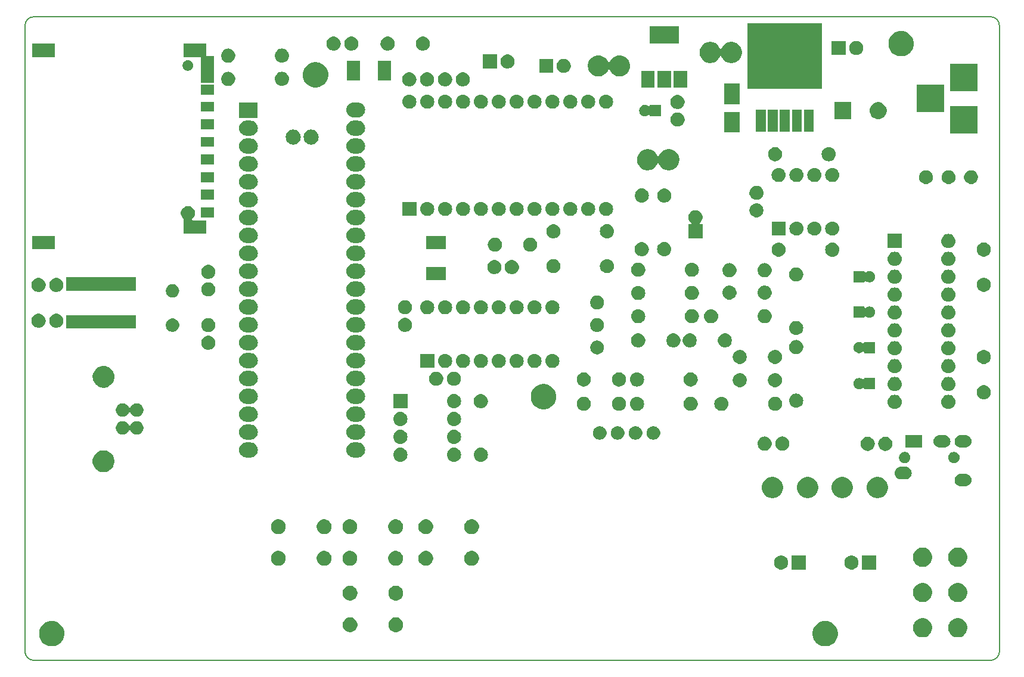
<source format=gbr>
%TF.GenerationSoftware,KiCad,Pcbnew,(5.0.2)-1*%
%TF.CreationDate,2019-10-17T20:06:12-07:00*%
%TF.ProjectId,STM32_MegaBlaster,53544d33-325f-44d6-9567-61426c617374,rev?*%
%TF.SameCoordinates,Original*%
%TF.FileFunction,Soldermask,Top*%
%TF.FilePolarity,Negative*%
%FSLAX46Y46*%
G04 Gerber Fmt 4.6, Leading zero omitted, Abs format (unit mm)*
G04 Created by KiCad (PCBNEW (5.0.2)-1) date 10/17/2019 8:06:12 PM*
%MOMM*%
%LPD*%
G01*
G04 APERTURE LIST*
%ADD10C,0.150000*%
G04 APERTURE END LIST*
D10*
X59055000Y-31115000D02*
X59055000Y-120015000D01*
X196215000Y-29845000D02*
X60325000Y-29845000D01*
X197485000Y-31115000D02*
X197485000Y-120015000D01*
X196215000Y-121285000D02*
X60325000Y-121285000D01*
X197485000Y-120015000D02*
G75*
G02X196215000Y-121285000I-1270000J0D01*
G01*
X196215000Y-29845000D02*
G75*
G02X197485000Y-31115000I0J-1270000D01*
G01*
X59055000Y-31115000D02*
G75*
G02X60325000Y-29845000I1270000J0D01*
G01*
X60325000Y-121285000D02*
G75*
G02X59055000Y-120015000I0J1270000D01*
G01*
G36*
X173129122Y-115721115D02*
X173245041Y-115744173D01*
X173572620Y-115879861D01*
X173863511Y-116074228D01*
X173867436Y-116076851D01*
X174118149Y-116327564D01*
X174118151Y-116327567D01*
X174315139Y-116622380D01*
X174450827Y-116949959D01*
X174473885Y-117065878D01*
X174520000Y-117297714D01*
X174520000Y-117652286D01*
X174450827Y-118000040D01*
X174315140Y-118327618D01*
X174118149Y-118622436D01*
X173867436Y-118873149D01*
X173867433Y-118873151D01*
X173572620Y-119070139D01*
X173245041Y-119205827D01*
X173129122Y-119228885D01*
X172897286Y-119275000D01*
X172542714Y-119275000D01*
X172310878Y-119228885D01*
X172194959Y-119205827D01*
X171867380Y-119070139D01*
X171572567Y-118873151D01*
X171572564Y-118873149D01*
X171321851Y-118622436D01*
X171124860Y-118327618D01*
X170989173Y-118000040D01*
X170920000Y-117652286D01*
X170920000Y-117297714D01*
X170966115Y-117065878D01*
X170989173Y-116949959D01*
X171124861Y-116622380D01*
X171321849Y-116327567D01*
X171321851Y-116327564D01*
X171572564Y-116076851D01*
X171576489Y-116074228D01*
X171867380Y-115879861D01*
X172194959Y-115744173D01*
X172310878Y-115721115D01*
X172542714Y-115675000D01*
X172897286Y-115675000D01*
X173129122Y-115721115D01*
X173129122Y-115721115D01*
G37*
G36*
X63274122Y-115721115D02*
X63390041Y-115744173D01*
X63717620Y-115879861D01*
X64008511Y-116074228D01*
X64012436Y-116076851D01*
X64263149Y-116327564D01*
X64263151Y-116327567D01*
X64460139Y-116622380D01*
X64595827Y-116949959D01*
X64618885Y-117065878D01*
X64665000Y-117297714D01*
X64665000Y-117652286D01*
X64595827Y-118000040D01*
X64460140Y-118327618D01*
X64263149Y-118622436D01*
X64012436Y-118873149D01*
X64012433Y-118873151D01*
X63717620Y-119070139D01*
X63390041Y-119205827D01*
X63274122Y-119228885D01*
X63042286Y-119275000D01*
X62687714Y-119275000D01*
X62455878Y-119228885D01*
X62339959Y-119205827D01*
X62012380Y-119070139D01*
X61717567Y-118873151D01*
X61717564Y-118873149D01*
X61466851Y-118622436D01*
X61269860Y-118327618D01*
X61134173Y-118000040D01*
X61065000Y-117652286D01*
X61065000Y-117297714D01*
X61111115Y-117065878D01*
X61134173Y-116949959D01*
X61269861Y-116622380D01*
X61466849Y-116327567D01*
X61466851Y-116327564D01*
X61717564Y-116076851D01*
X61721489Y-116074228D01*
X62012380Y-115879861D01*
X62339959Y-115744173D01*
X62455878Y-115721115D01*
X62687714Y-115675000D01*
X63042286Y-115675000D01*
X63274122Y-115721115D01*
X63274122Y-115721115D01*
G37*
G36*
X191966614Y-115319648D02*
X192215937Y-115422921D01*
X192440327Y-115572853D01*
X192631147Y-115763673D01*
X192781079Y-115988063D01*
X192884352Y-116237386D01*
X192937000Y-116502065D01*
X192937000Y-116771935D01*
X192884352Y-117036614D01*
X192781079Y-117285937D01*
X192631147Y-117510327D01*
X192440327Y-117701147D01*
X192215937Y-117851079D01*
X191966614Y-117954352D01*
X191701935Y-118007000D01*
X191432065Y-118007000D01*
X191167386Y-117954352D01*
X190918063Y-117851079D01*
X190693673Y-117701147D01*
X190502853Y-117510327D01*
X190352921Y-117285937D01*
X190249648Y-117036614D01*
X190197000Y-116771935D01*
X190197000Y-116502065D01*
X190249648Y-116237386D01*
X190352921Y-115988063D01*
X190502853Y-115763673D01*
X190693673Y-115572853D01*
X190918063Y-115422921D01*
X191167386Y-115319648D01*
X191432065Y-115267000D01*
X191701935Y-115267000D01*
X191966614Y-115319648D01*
X191966614Y-115319648D01*
G37*
G36*
X186966614Y-115319648D02*
X187215937Y-115422921D01*
X187440327Y-115572853D01*
X187631147Y-115763673D01*
X187781079Y-115988063D01*
X187884352Y-116237386D01*
X187937000Y-116502065D01*
X187937000Y-116771935D01*
X187884352Y-117036614D01*
X187781079Y-117285937D01*
X187631147Y-117510327D01*
X187440327Y-117701147D01*
X187215937Y-117851079D01*
X186966614Y-117954352D01*
X186701935Y-118007000D01*
X186432065Y-118007000D01*
X186167386Y-117954352D01*
X185918063Y-117851079D01*
X185693673Y-117701147D01*
X185502853Y-117510327D01*
X185352921Y-117285937D01*
X185249648Y-117036614D01*
X185197000Y-116771935D01*
X185197000Y-116502065D01*
X185249648Y-116237386D01*
X185352921Y-115988063D01*
X185502853Y-115763673D01*
X185693673Y-115572853D01*
X185918063Y-115422921D01*
X186167386Y-115319648D01*
X186432065Y-115267000D01*
X186701935Y-115267000D01*
X186966614Y-115319648D01*
X186966614Y-115319648D01*
G37*
G36*
X105357888Y-115189470D02*
X105538274Y-115225350D01*
X105729362Y-115304502D01*
X105901336Y-115419411D01*
X106047589Y-115565664D01*
X106162498Y-115737638D01*
X106241650Y-115928726D01*
X106282000Y-116131584D01*
X106282000Y-116338416D01*
X106241650Y-116541274D01*
X106162498Y-116732362D01*
X106047589Y-116904336D01*
X105901336Y-117050589D01*
X105729362Y-117165498D01*
X105538274Y-117244650D01*
X105357888Y-117280530D01*
X105335417Y-117285000D01*
X105128583Y-117285000D01*
X105106112Y-117280530D01*
X104925726Y-117244650D01*
X104734638Y-117165498D01*
X104562664Y-117050589D01*
X104416411Y-116904336D01*
X104301502Y-116732362D01*
X104222350Y-116541274D01*
X104182000Y-116338416D01*
X104182000Y-116131584D01*
X104222350Y-115928726D01*
X104301502Y-115737638D01*
X104416411Y-115565664D01*
X104562664Y-115419411D01*
X104734638Y-115304502D01*
X104925726Y-115225350D01*
X105106112Y-115189470D01*
X105128583Y-115185000D01*
X105335417Y-115185000D01*
X105357888Y-115189470D01*
X105357888Y-115189470D01*
G37*
G36*
X111857888Y-115189470D02*
X112038274Y-115225350D01*
X112229362Y-115304502D01*
X112401336Y-115419411D01*
X112547589Y-115565664D01*
X112662498Y-115737638D01*
X112741650Y-115928726D01*
X112782000Y-116131584D01*
X112782000Y-116338416D01*
X112741650Y-116541274D01*
X112662498Y-116732362D01*
X112547589Y-116904336D01*
X112401336Y-117050589D01*
X112229362Y-117165498D01*
X112038274Y-117244650D01*
X111857888Y-117280530D01*
X111835417Y-117285000D01*
X111628583Y-117285000D01*
X111606112Y-117280530D01*
X111425726Y-117244650D01*
X111234638Y-117165498D01*
X111062664Y-117050589D01*
X110916411Y-116904336D01*
X110801502Y-116732362D01*
X110722350Y-116541274D01*
X110682000Y-116338416D01*
X110682000Y-116131584D01*
X110722350Y-115928726D01*
X110801502Y-115737638D01*
X110916411Y-115565664D01*
X111062664Y-115419411D01*
X111234638Y-115304502D01*
X111425726Y-115225350D01*
X111606112Y-115189470D01*
X111628583Y-115185000D01*
X111835417Y-115185000D01*
X111857888Y-115189470D01*
X111857888Y-115189470D01*
G37*
G36*
X191966614Y-110319648D02*
X192215937Y-110422921D01*
X192440327Y-110572853D01*
X192631147Y-110763673D01*
X192781079Y-110988063D01*
X192884352Y-111237386D01*
X192937000Y-111502065D01*
X192937000Y-111771935D01*
X192884352Y-112036614D01*
X192781079Y-112285937D01*
X192631147Y-112510327D01*
X192440327Y-112701147D01*
X192215937Y-112851079D01*
X191966614Y-112954352D01*
X191701935Y-113007000D01*
X191432065Y-113007000D01*
X191167386Y-112954352D01*
X190918063Y-112851079D01*
X190693673Y-112701147D01*
X190502853Y-112510327D01*
X190352921Y-112285937D01*
X190249648Y-112036614D01*
X190197000Y-111771935D01*
X190197000Y-111502065D01*
X190249648Y-111237386D01*
X190352921Y-110988063D01*
X190502853Y-110763673D01*
X190693673Y-110572853D01*
X190918063Y-110422921D01*
X191167386Y-110319648D01*
X191432065Y-110267000D01*
X191701935Y-110267000D01*
X191966614Y-110319648D01*
X191966614Y-110319648D01*
G37*
G36*
X186966614Y-110319648D02*
X187215937Y-110422921D01*
X187440327Y-110572853D01*
X187631147Y-110763673D01*
X187781079Y-110988063D01*
X187884352Y-111237386D01*
X187937000Y-111502065D01*
X187937000Y-111771935D01*
X187884352Y-112036614D01*
X187781079Y-112285937D01*
X187631147Y-112510327D01*
X187440327Y-112701147D01*
X187215937Y-112851079D01*
X186966614Y-112954352D01*
X186701935Y-113007000D01*
X186432065Y-113007000D01*
X186167386Y-112954352D01*
X185918063Y-112851079D01*
X185693673Y-112701147D01*
X185502853Y-112510327D01*
X185352921Y-112285937D01*
X185249648Y-112036614D01*
X185197000Y-111771935D01*
X185197000Y-111502065D01*
X185249648Y-111237386D01*
X185352921Y-110988063D01*
X185502853Y-110763673D01*
X185693673Y-110572853D01*
X185918063Y-110422921D01*
X186167386Y-110319648D01*
X186432065Y-110267000D01*
X186701935Y-110267000D01*
X186966614Y-110319648D01*
X186966614Y-110319648D01*
G37*
G36*
X105357888Y-110689470D02*
X105538274Y-110725350D01*
X105729362Y-110804502D01*
X105901336Y-110919411D01*
X106047589Y-111065664D01*
X106162498Y-111237638D01*
X106241650Y-111428726D01*
X106282000Y-111631584D01*
X106282000Y-111838416D01*
X106241650Y-112041274D01*
X106162498Y-112232362D01*
X106047589Y-112404336D01*
X105901336Y-112550589D01*
X105729362Y-112665498D01*
X105538274Y-112744650D01*
X105357888Y-112780530D01*
X105335417Y-112785000D01*
X105128583Y-112785000D01*
X105106112Y-112780530D01*
X104925726Y-112744650D01*
X104734638Y-112665498D01*
X104562664Y-112550589D01*
X104416411Y-112404336D01*
X104301502Y-112232362D01*
X104222350Y-112041274D01*
X104182000Y-111838416D01*
X104182000Y-111631584D01*
X104222350Y-111428726D01*
X104301502Y-111237638D01*
X104416411Y-111065664D01*
X104562664Y-110919411D01*
X104734638Y-110804502D01*
X104925726Y-110725350D01*
X105106112Y-110689470D01*
X105128583Y-110685000D01*
X105335417Y-110685000D01*
X105357888Y-110689470D01*
X105357888Y-110689470D01*
G37*
G36*
X111857888Y-110689470D02*
X112038274Y-110725350D01*
X112229362Y-110804502D01*
X112401336Y-110919411D01*
X112547589Y-111065664D01*
X112662498Y-111237638D01*
X112741650Y-111428726D01*
X112782000Y-111631584D01*
X112782000Y-111838416D01*
X112741650Y-112041274D01*
X112662498Y-112232362D01*
X112547589Y-112404336D01*
X112401336Y-112550589D01*
X112229362Y-112665498D01*
X112038274Y-112744650D01*
X111857888Y-112780530D01*
X111835417Y-112785000D01*
X111628583Y-112785000D01*
X111606112Y-112780530D01*
X111425726Y-112744650D01*
X111234638Y-112665498D01*
X111062664Y-112550589D01*
X110916411Y-112404336D01*
X110801502Y-112232362D01*
X110722350Y-112041274D01*
X110682000Y-111838416D01*
X110682000Y-111631584D01*
X110722350Y-111428726D01*
X110801502Y-111237638D01*
X110916411Y-111065664D01*
X111062664Y-110919411D01*
X111234638Y-110804502D01*
X111425726Y-110725350D01*
X111606112Y-110689470D01*
X111628583Y-110685000D01*
X111835417Y-110685000D01*
X111857888Y-110689470D01*
X111857888Y-110689470D01*
G37*
G36*
X169961000Y-108391000D02*
X167961000Y-108391000D01*
X167961000Y-106391000D01*
X169961000Y-106391000D01*
X169961000Y-108391000D01*
X169961000Y-108391000D01*
G37*
G36*
X166636770Y-106406372D02*
X166752689Y-106429429D01*
X166934678Y-106504811D01*
X167098463Y-106614249D01*
X167237751Y-106753537D01*
X167347189Y-106917322D01*
X167422571Y-107099311D01*
X167461000Y-107292509D01*
X167461000Y-107489491D01*
X167422571Y-107682689D01*
X167347189Y-107864678D01*
X167237751Y-108028463D01*
X167098463Y-108167751D01*
X166934678Y-108277189D01*
X166752689Y-108352571D01*
X166636770Y-108375628D01*
X166559493Y-108391000D01*
X166362507Y-108391000D01*
X166285230Y-108375628D01*
X166169311Y-108352571D01*
X165987322Y-108277189D01*
X165823537Y-108167751D01*
X165684249Y-108028463D01*
X165574811Y-107864678D01*
X165499429Y-107682689D01*
X165461000Y-107489491D01*
X165461000Y-107292509D01*
X165499429Y-107099311D01*
X165574811Y-106917322D01*
X165684249Y-106753537D01*
X165823537Y-106614249D01*
X165987322Y-106504811D01*
X166169311Y-106429429D01*
X166285230Y-106406372D01*
X166362507Y-106391000D01*
X166559493Y-106391000D01*
X166636770Y-106406372D01*
X166636770Y-106406372D01*
G37*
G36*
X176643770Y-106406372D02*
X176759689Y-106429429D01*
X176941678Y-106504811D01*
X177105463Y-106614249D01*
X177244751Y-106753537D01*
X177354189Y-106917322D01*
X177429571Y-107099311D01*
X177468000Y-107292509D01*
X177468000Y-107489491D01*
X177429571Y-107682689D01*
X177354189Y-107864678D01*
X177244751Y-108028463D01*
X177105463Y-108167751D01*
X176941678Y-108277189D01*
X176759689Y-108352571D01*
X176643770Y-108375628D01*
X176566493Y-108391000D01*
X176369507Y-108391000D01*
X176292230Y-108375628D01*
X176176311Y-108352571D01*
X175994322Y-108277189D01*
X175830537Y-108167751D01*
X175691249Y-108028463D01*
X175581811Y-107864678D01*
X175506429Y-107682689D01*
X175468000Y-107489491D01*
X175468000Y-107292509D01*
X175506429Y-107099311D01*
X175581811Y-106917322D01*
X175691249Y-106753537D01*
X175830537Y-106614249D01*
X175994322Y-106504811D01*
X176176311Y-106429429D01*
X176292230Y-106406372D01*
X176369507Y-106391000D01*
X176566493Y-106391000D01*
X176643770Y-106406372D01*
X176643770Y-106406372D01*
G37*
G36*
X179968000Y-108391000D02*
X177968000Y-108391000D01*
X177968000Y-106391000D01*
X179968000Y-106391000D01*
X179968000Y-108391000D01*
X179968000Y-108391000D01*
G37*
G36*
X191966614Y-105319648D02*
X192215937Y-105422921D01*
X192440327Y-105572853D01*
X192631147Y-105763673D01*
X192781079Y-105988063D01*
X192884352Y-106237386D01*
X192937000Y-106502065D01*
X192937000Y-106771935D01*
X192884352Y-107036614D01*
X192781079Y-107285937D01*
X192631147Y-107510327D01*
X192440327Y-107701147D01*
X192215937Y-107851079D01*
X191966614Y-107954352D01*
X191701935Y-108007000D01*
X191432065Y-108007000D01*
X191167386Y-107954352D01*
X190918063Y-107851079D01*
X190693673Y-107701147D01*
X190502853Y-107510327D01*
X190352921Y-107285937D01*
X190249648Y-107036614D01*
X190197000Y-106771935D01*
X190197000Y-106502065D01*
X190249648Y-106237386D01*
X190352921Y-105988063D01*
X190502853Y-105763673D01*
X190693673Y-105572853D01*
X190918063Y-105422921D01*
X191167386Y-105319648D01*
X191432065Y-105267000D01*
X191701935Y-105267000D01*
X191966614Y-105319648D01*
X191966614Y-105319648D01*
G37*
G36*
X186966614Y-105319648D02*
X187215937Y-105422921D01*
X187440327Y-105572853D01*
X187631147Y-105763673D01*
X187781079Y-105988063D01*
X187884352Y-106237386D01*
X187937000Y-106502065D01*
X187937000Y-106771935D01*
X187884352Y-107036614D01*
X187781079Y-107285937D01*
X187631147Y-107510327D01*
X187440327Y-107701147D01*
X187215937Y-107851079D01*
X186966614Y-107954352D01*
X186701935Y-108007000D01*
X186432065Y-108007000D01*
X186167386Y-107954352D01*
X185918063Y-107851079D01*
X185693673Y-107701147D01*
X185502853Y-107510327D01*
X185352921Y-107285937D01*
X185249648Y-107036614D01*
X185197000Y-106771935D01*
X185197000Y-106502065D01*
X185249648Y-106237386D01*
X185352921Y-105988063D01*
X185502853Y-105763673D01*
X185693673Y-105572853D01*
X185918063Y-105422921D01*
X186167386Y-105319648D01*
X186432065Y-105267000D01*
X186701935Y-105267000D01*
X186966614Y-105319648D01*
X186966614Y-105319648D01*
G37*
G36*
X116127888Y-105740470D02*
X116308274Y-105776350D01*
X116499362Y-105855502D01*
X116671336Y-105970411D01*
X116817589Y-106116664D01*
X116932498Y-106288638D01*
X117011650Y-106479726D01*
X117052000Y-106682584D01*
X117052000Y-106889416D01*
X117011650Y-107092274D01*
X116932498Y-107283362D01*
X116817589Y-107455336D01*
X116671336Y-107601589D01*
X116499362Y-107716498D01*
X116308274Y-107795650D01*
X116127888Y-107831530D01*
X116105417Y-107836000D01*
X115898583Y-107836000D01*
X115876112Y-107831530D01*
X115695726Y-107795650D01*
X115504638Y-107716498D01*
X115332664Y-107601589D01*
X115186411Y-107455336D01*
X115071502Y-107283362D01*
X114992350Y-107092274D01*
X114952000Y-106889416D01*
X114952000Y-106682584D01*
X114992350Y-106479726D01*
X115071502Y-106288638D01*
X115186411Y-106116664D01*
X115332664Y-105970411D01*
X115504638Y-105855502D01*
X115695726Y-105776350D01*
X115876112Y-105740470D01*
X115898583Y-105736000D01*
X116105417Y-105736000D01*
X116127888Y-105740470D01*
X116127888Y-105740470D01*
G37*
G36*
X95172688Y-105740470D02*
X95353074Y-105776350D01*
X95544162Y-105855502D01*
X95716136Y-105970411D01*
X95862389Y-106116664D01*
X95977298Y-106288638D01*
X96056450Y-106479726D01*
X96096800Y-106682584D01*
X96096800Y-106889416D01*
X96056450Y-107092274D01*
X95977298Y-107283362D01*
X95862389Y-107455336D01*
X95716136Y-107601589D01*
X95544162Y-107716498D01*
X95353074Y-107795650D01*
X95172688Y-107831530D01*
X95150217Y-107836000D01*
X94943383Y-107836000D01*
X94920912Y-107831530D01*
X94740526Y-107795650D01*
X94549438Y-107716498D01*
X94377464Y-107601589D01*
X94231211Y-107455336D01*
X94116302Y-107283362D01*
X94037150Y-107092274D01*
X93996800Y-106889416D01*
X93996800Y-106682584D01*
X94037150Y-106479726D01*
X94116302Y-106288638D01*
X94231211Y-106116664D01*
X94377464Y-105970411D01*
X94549438Y-105855502D01*
X94740526Y-105776350D01*
X94920912Y-105740470D01*
X94943383Y-105736000D01*
X95150217Y-105736000D01*
X95172688Y-105740470D01*
X95172688Y-105740470D01*
G37*
G36*
X101672688Y-105740470D02*
X101853074Y-105776350D01*
X102044162Y-105855502D01*
X102216136Y-105970411D01*
X102362389Y-106116664D01*
X102477298Y-106288638D01*
X102556450Y-106479726D01*
X102596800Y-106682584D01*
X102596800Y-106889416D01*
X102556450Y-107092274D01*
X102477298Y-107283362D01*
X102362389Y-107455336D01*
X102216136Y-107601589D01*
X102044162Y-107716498D01*
X101853074Y-107795650D01*
X101672688Y-107831530D01*
X101650217Y-107836000D01*
X101443383Y-107836000D01*
X101420912Y-107831530D01*
X101240526Y-107795650D01*
X101049438Y-107716498D01*
X100877464Y-107601589D01*
X100731211Y-107455336D01*
X100616302Y-107283362D01*
X100537150Y-107092274D01*
X100496800Y-106889416D01*
X100496800Y-106682584D01*
X100537150Y-106479726D01*
X100616302Y-106288638D01*
X100731211Y-106116664D01*
X100877464Y-105970411D01*
X101049438Y-105855502D01*
X101240526Y-105776350D01*
X101420912Y-105740470D01*
X101443383Y-105736000D01*
X101650217Y-105736000D01*
X101672688Y-105740470D01*
X101672688Y-105740470D01*
G37*
G36*
X111832888Y-105740470D02*
X112013274Y-105776350D01*
X112204362Y-105855502D01*
X112376336Y-105970411D01*
X112522589Y-106116664D01*
X112637498Y-106288638D01*
X112716650Y-106479726D01*
X112757000Y-106682584D01*
X112757000Y-106889416D01*
X112716650Y-107092274D01*
X112637498Y-107283362D01*
X112522589Y-107455336D01*
X112376336Y-107601589D01*
X112204362Y-107716498D01*
X112013274Y-107795650D01*
X111832888Y-107831530D01*
X111810417Y-107836000D01*
X111603583Y-107836000D01*
X111581112Y-107831530D01*
X111400726Y-107795650D01*
X111209638Y-107716498D01*
X111037664Y-107601589D01*
X110891411Y-107455336D01*
X110776502Y-107283362D01*
X110697350Y-107092274D01*
X110657000Y-106889416D01*
X110657000Y-106682584D01*
X110697350Y-106479726D01*
X110776502Y-106288638D01*
X110891411Y-106116664D01*
X111037664Y-105970411D01*
X111209638Y-105855502D01*
X111400726Y-105776350D01*
X111581112Y-105740470D01*
X111603583Y-105736000D01*
X111810417Y-105736000D01*
X111832888Y-105740470D01*
X111832888Y-105740470D01*
G37*
G36*
X105332888Y-105740470D02*
X105513274Y-105776350D01*
X105704362Y-105855502D01*
X105876336Y-105970411D01*
X106022589Y-106116664D01*
X106137498Y-106288638D01*
X106216650Y-106479726D01*
X106257000Y-106682584D01*
X106257000Y-106889416D01*
X106216650Y-107092274D01*
X106137498Y-107283362D01*
X106022589Y-107455336D01*
X105876336Y-107601589D01*
X105704362Y-107716498D01*
X105513274Y-107795650D01*
X105332888Y-107831530D01*
X105310417Y-107836000D01*
X105103583Y-107836000D01*
X105081112Y-107831530D01*
X104900726Y-107795650D01*
X104709638Y-107716498D01*
X104537664Y-107601589D01*
X104391411Y-107455336D01*
X104276502Y-107283362D01*
X104197350Y-107092274D01*
X104157000Y-106889416D01*
X104157000Y-106682584D01*
X104197350Y-106479726D01*
X104276502Y-106288638D01*
X104391411Y-106116664D01*
X104537664Y-105970411D01*
X104709638Y-105855502D01*
X104900726Y-105776350D01*
X105081112Y-105740470D01*
X105103583Y-105736000D01*
X105310417Y-105736000D01*
X105332888Y-105740470D01*
X105332888Y-105740470D01*
G37*
G36*
X122627888Y-105740470D02*
X122808274Y-105776350D01*
X122999362Y-105855502D01*
X123171336Y-105970411D01*
X123317589Y-106116664D01*
X123432498Y-106288638D01*
X123511650Y-106479726D01*
X123552000Y-106682584D01*
X123552000Y-106889416D01*
X123511650Y-107092274D01*
X123432498Y-107283362D01*
X123317589Y-107455336D01*
X123171336Y-107601589D01*
X122999362Y-107716498D01*
X122808274Y-107795650D01*
X122627888Y-107831530D01*
X122605417Y-107836000D01*
X122398583Y-107836000D01*
X122376112Y-107831530D01*
X122195726Y-107795650D01*
X122004638Y-107716498D01*
X121832664Y-107601589D01*
X121686411Y-107455336D01*
X121571502Y-107283362D01*
X121492350Y-107092274D01*
X121452000Y-106889416D01*
X121452000Y-106682584D01*
X121492350Y-106479726D01*
X121571502Y-106288638D01*
X121686411Y-106116664D01*
X121832664Y-105970411D01*
X122004638Y-105855502D01*
X122195726Y-105776350D01*
X122376112Y-105740470D01*
X122398583Y-105736000D01*
X122605417Y-105736000D01*
X122627888Y-105740470D01*
X122627888Y-105740470D01*
G37*
G36*
X101672688Y-101240470D02*
X101853074Y-101276350D01*
X102044162Y-101355502D01*
X102216136Y-101470411D01*
X102362389Y-101616664D01*
X102477298Y-101788638D01*
X102556450Y-101979726D01*
X102596800Y-102182584D01*
X102596800Y-102389416D01*
X102556450Y-102592274D01*
X102477298Y-102783362D01*
X102362389Y-102955336D01*
X102216136Y-103101589D01*
X102044162Y-103216498D01*
X101853074Y-103295650D01*
X101672688Y-103331530D01*
X101650217Y-103336000D01*
X101443383Y-103336000D01*
X101420912Y-103331530D01*
X101240526Y-103295650D01*
X101049438Y-103216498D01*
X100877464Y-103101589D01*
X100731211Y-102955336D01*
X100616302Y-102783362D01*
X100537150Y-102592274D01*
X100496800Y-102389416D01*
X100496800Y-102182584D01*
X100537150Y-101979726D01*
X100616302Y-101788638D01*
X100731211Y-101616664D01*
X100877464Y-101470411D01*
X101049438Y-101355502D01*
X101240526Y-101276350D01*
X101420912Y-101240470D01*
X101443383Y-101236000D01*
X101650217Y-101236000D01*
X101672688Y-101240470D01*
X101672688Y-101240470D01*
G37*
G36*
X111832888Y-101240470D02*
X112013274Y-101276350D01*
X112204362Y-101355502D01*
X112376336Y-101470411D01*
X112522589Y-101616664D01*
X112637498Y-101788638D01*
X112716650Y-101979726D01*
X112757000Y-102182584D01*
X112757000Y-102389416D01*
X112716650Y-102592274D01*
X112637498Y-102783362D01*
X112522589Y-102955336D01*
X112376336Y-103101589D01*
X112204362Y-103216498D01*
X112013274Y-103295650D01*
X111832888Y-103331530D01*
X111810417Y-103336000D01*
X111603583Y-103336000D01*
X111581112Y-103331530D01*
X111400726Y-103295650D01*
X111209638Y-103216498D01*
X111037664Y-103101589D01*
X110891411Y-102955336D01*
X110776502Y-102783362D01*
X110697350Y-102592274D01*
X110657000Y-102389416D01*
X110657000Y-102182584D01*
X110697350Y-101979726D01*
X110776502Y-101788638D01*
X110891411Y-101616664D01*
X111037664Y-101470411D01*
X111209638Y-101355502D01*
X111400726Y-101276350D01*
X111581112Y-101240470D01*
X111603583Y-101236000D01*
X111810417Y-101236000D01*
X111832888Y-101240470D01*
X111832888Y-101240470D01*
G37*
G36*
X105332888Y-101240470D02*
X105513274Y-101276350D01*
X105704362Y-101355502D01*
X105876336Y-101470411D01*
X106022589Y-101616664D01*
X106137498Y-101788638D01*
X106216650Y-101979726D01*
X106257000Y-102182584D01*
X106257000Y-102389416D01*
X106216650Y-102592274D01*
X106137498Y-102783362D01*
X106022589Y-102955336D01*
X105876336Y-103101589D01*
X105704362Y-103216498D01*
X105513274Y-103295650D01*
X105332888Y-103331530D01*
X105310417Y-103336000D01*
X105103583Y-103336000D01*
X105081112Y-103331530D01*
X104900726Y-103295650D01*
X104709638Y-103216498D01*
X104537664Y-103101589D01*
X104391411Y-102955336D01*
X104276502Y-102783362D01*
X104197350Y-102592274D01*
X104157000Y-102389416D01*
X104157000Y-102182584D01*
X104197350Y-101979726D01*
X104276502Y-101788638D01*
X104391411Y-101616664D01*
X104537664Y-101470411D01*
X104709638Y-101355502D01*
X104900726Y-101276350D01*
X105081112Y-101240470D01*
X105103583Y-101236000D01*
X105310417Y-101236000D01*
X105332888Y-101240470D01*
X105332888Y-101240470D01*
G37*
G36*
X95172688Y-101240470D02*
X95353074Y-101276350D01*
X95544162Y-101355502D01*
X95716136Y-101470411D01*
X95862389Y-101616664D01*
X95977298Y-101788638D01*
X96056450Y-101979726D01*
X96096800Y-102182584D01*
X96096800Y-102389416D01*
X96056450Y-102592274D01*
X95977298Y-102783362D01*
X95862389Y-102955336D01*
X95716136Y-103101589D01*
X95544162Y-103216498D01*
X95353074Y-103295650D01*
X95172688Y-103331530D01*
X95150217Y-103336000D01*
X94943383Y-103336000D01*
X94920912Y-103331530D01*
X94740526Y-103295650D01*
X94549438Y-103216498D01*
X94377464Y-103101589D01*
X94231211Y-102955336D01*
X94116302Y-102783362D01*
X94037150Y-102592274D01*
X93996800Y-102389416D01*
X93996800Y-102182584D01*
X94037150Y-101979726D01*
X94116302Y-101788638D01*
X94231211Y-101616664D01*
X94377464Y-101470411D01*
X94549438Y-101355502D01*
X94740526Y-101276350D01*
X94920912Y-101240470D01*
X94943383Y-101236000D01*
X95150217Y-101236000D01*
X95172688Y-101240470D01*
X95172688Y-101240470D01*
G37*
G36*
X122627888Y-101240470D02*
X122808274Y-101276350D01*
X122999362Y-101355502D01*
X123171336Y-101470411D01*
X123317589Y-101616664D01*
X123432498Y-101788638D01*
X123511650Y-101979726D01*
X123552000Y-102182584D01*
X123552000Y-102389416D01*
X123511650Y-102592274D01*
X123432498Y-102783362D01*
X123317589Y-102955336D01*
X123171336Y-103101589D01*
X122999362Y-103216498D01*
X122808274Y-103295650D01*
X122627888Y-103331530D01*
X122605417Y-103336000D01*
X122398583Y-103336000D01*
X122376112Y-103331530D01*
X122195726Y-103295650D01*
X122004638Y-103216498D01*
X121832664Y-103101589D01*
X121686411Y-102955336D01*
X121571502Y-102783362D01*
X121492350Y-102592274D01*
X121452000Y-102389416D01*
X121452000Y-102182584D01*
X121492350Y-101979726D01*
X121571502Y-101788638D01*
X121686411Y-101616664D01*
X121832664Y-101470411D01*
X122004638Y-101355502D01*
X122195726Y-101276350D01*
X122376112Y-101240470D01*
X122398583Y-101236000D01*
X122605417Y-101236000D01*
X122627888Y-101240470D01*
X122627888Y-101240470D01*
G37*
G36*
X116127888Y-101240470D02*
X116308274Y-101276350D01*
X116499362Y-101355502D01*
X116671336Y-101470411D01*
X116817589Y-101616664D01*
X116932498Y-101788638D01*
X117011650Y-101979726D01*
X117052000Y-102182584D01*
X117052000Y-102389416D01*
X117011650Y-102592274D01*
X116932498Y-102783362D01*
X116817589Y-102955336D01*
X116671336Y-103101589D01*
X116499362Y-103216498D01*
X116308274Y-103295650D01*
X116127888Y-103331530D01*
X116105417Y-103336000D01*
X115898583Y-103336000D01*
X115876112Y-103331530D01*
X115695726Y-103295650D01*
X115504638Y-103216498D01*
X115332664Y-103101589D01*
X115186411Y-102955336D01*
X115071502Y-102783362D01*
X114992350Y-102592274D01*
X114952000Y-102389416D01*
X114952000Y-102182584D01*
X114992350Y-101979726D01*
X115071502Y-101788638D01*
X115186411Y-101616664D01*
X115332664Y-101470411D01*
X115504638Y-101355502D01*
X115695726Y-101276350D01*
X115876112Y-101240470D01*
X115898583Y-101236000D01*
X116105417Y-101236000D01*
X116127888Y-101240470D01*
X116127888Y-101240470D01*
G37*
G36*
X175498935Y-95261629D02*
X175595534Y-95280844D01*
X175868517Y-95393917D01*
X175910462Y-95421944D01*
X176114197Y-95558076D01*
X176323124Y-95767003D01*
X176487284Y-96012685D01*
X176600356Y-96285667D01*
X176658000Y-96575461D01*
X176658000Y-96870939D01*
X176600356Y-97160733D01*
X176487284Y-97433715D01*
X176323124Y-97679397D01*
X176114197Y-97888324D01*
X176114194Y-97888326D01*
X175868517Y-98052483D01*
X175595534Y-98165556D01*
X175498935Y-98184771D01*
X175305739Y-98223200D01*
X175010261Y-98223200D01*
X174817065Y-98184771D01*
X174720466Y-98165556D01*
X174447483Y-98052483D01*
X174201806Y-97888326D01*
X174201803Y-97888324D01*
X173992876Y-97679397D01*
X173828716Y-97433715D01*
X173715644Y-97160733D01*
X173658000Y-96870939D01*
X173658000Y-96575461D01*
X173715644Y-96285667D01*
X173828716Y-96012685D01*
X173992876Y-95767003D01*
X174201803Y-95558076D01*
X174405538Y-95421944D01*
X174447483Y-95393917D01*
X174720466Y-95280844D01*
X174817065Y-95261629D01*
X175010261Y-95223200D01*
X175305739Y-95223200D01*
X175498935Y-95261629D01*
X175498935Y-95261629D01*
G37*
G36*
X180498935Y-95261629D02*
X180595534Y-95280844D01*
X180868517Y-95393917D01*
X180910462Y-95421944D01*
X181114197Y-95558076D01*
X181323124Y-95767003D01*
X181487284Y-96012685D01*
X181600356Y-96285667D01*
X181658000Y-96575461D01*
X181658000Y-96870939D01*
X181600356Y-97160733D01*
X181487284Y-97433715D01*
X181323124Y-97679397D01*
X181114197Y-97888324D01*
X181114194Y-97888326D01*
X180868517Y-98052483D01*
X180595534Y-98165556D01*
X180498935Y-98184771D01*
X180305739Y-98223200D01*
X180010261Y-98223200D01*
X179817065Y-98184771D01*
X179720466Y-98165556D01*
X179447483Y-98052483D01*
X179201806Y-97888326D01*
X179201803Y-97888324D01*
X178992876Y-97679397D01*
X178828716Y-97433715D01*
X178715644Y-97160733D01*
X178658000Y-96870939D01*
X178658000Y-96575461D01*
X178715644Y-96285667D01*
X178828716Y-96012685D01*
X178992876Y-95767003D01*
X179201803Y-95558076D01*
X179405538Y-95421944D01*
X179447483Y-95393917D01*
X179720466Y-95280844D01*
X179817065Y-95261629D01*
X180010261Y-95223200D01*
X180305739Y-95223200D01*
X180498935Y-95261629D01*
X180498935Y-95261629D01*
G37*
G36*
X170571935Y-95261629D02*
X170668534Y-95280844D01*
X170941517Y-95393917D01*
X170983462Y-95421944D01*
X171187197Y-95558076D01*
X171396124Y-95767003D01*
X171560284Y-96012685D01*
X171673356Y-96285667D01*
X171731000Y-96575461D01*
X171731000Y-96870939D01*
X171673356Y-97160733D01*
X171560284Y-97433715D01*
X171396124Y-97679397D01*
X171187197Y-97888324D01*
X171187194Y-97888326D01*
X170941517Y-98052483D01*
X170668534Y-98165556D01*
X170571935Y-98184771D01*
X170378739Y-98223200D01*
X170083261Y-98223200D01*
X169890065Y-98184771D01*
X169793466Y-98165556D01*
X169520483Y-98052483D01*
X169274806Y-97888326D01*
X169274803Y-97888324D01*
X169065876Y-97679397D01*
X168901716Y-97433715D01*
X168788644Y-97160733D01*
X168731000Y-96870939D01*
X168731000Y-96575461D01*
X168788644Y-96285667D01*
X168901716Y-96012685D01*
X169065876Y-95767003D01*
X169274803Y-95558076D01*
X169478538Y-95421944D01*
X169520483Y-95393917D01*
X169793466Y-95280844D01*
X169890065Y-95261629D01*
X170083261Y-95223200D01*
X170378739Y-95223200D01*
X170571935Y-95261629D01*
X170571935Y-95261629D01*
G37*
G36*
X165571935Y-95261629D02*
X165668534Y-95280844D01*
X165941517Y-95393917D01*
X165983462Y-95421944D01*
X166187197Y-95558076D01*
X166396124Y-95767003D01*
X166560284Y-96012685D01*
X166673356Y-96285667D01*
X166731000Y-96575461D01*
X166731000Y-96870939D01*
X166673356Y-97160733D01*
X166560284Y-97433715D01*
X166396124Y-97679397D01*
X166187197Y-97888324D01*
X166187194Y-97888326D01*
X165941517Y-98052483D01*
X165668534Y-98165556D01*
X165571935Y-98184771D01*
X165378739Y-98223200D01*
X165083261Y-98223200D01*
X164890065Y-98184771D01*
X164793466Y-98165556D01*
X164520483Y-98052483D01*
X164274806Y-97888326D01*
X164274803Y-97888324D01*
X164065876Y-97679397D01*
X163901716Y-97433715D01*
X163788644Y-97160733D01*
X163731000Y-96870939D01*
X163731000Y-96575461D01*
X163788644Y-96285667D01*
X163901716Y-96012685D01*
X164065876Y-95767003D01*
X164274803Y-95558076D01*
X164478538Y-95421944D01*
X164520483Y-95393917D01*
X164793466Y-95280844D01*
X164890065Y-95261629D01*
X165083261Y-95223200D01*
X165378739Y-95223200D01*
X165571935Y-95261629D01*
X165571935Y-95261629D01*
G37*
G36*
X192794432Y-94783022D02*
X192964081Y-94834485D01*
X193120433Y-94918056D01*
X193257475Y-95030525D01*
X193369944Y-95167567D01*
X193453515Y-95323919D01*
X193504978Y-95493568D01*
X193522354Y-95670000D01*
X193504978Y-95846432D01*
X193453515Y-96016081D01*
X193369944Y-96172433D01*
X193257475Y-96309475D01*
X193120433Y-96421944D01*
X192964081Y-96505515D01*
X192794432Y-96556978D01*
X192662211Y-96570000D01*
X191973789Y-96570000D01*
X191841568Y-96556978D01*
X191671919Y-96505515D01*
X191515567Y-96421944D01*
X191378525Y-96309475D01*
X191266056Y-96172433D01*
X191182485Y-96016081D01*
X191131022Y-95846432D01*
X191113646Y-95670000D01*
X191131022Y-95493568D01*
X191182485Y-95323919D01*
X191266056Y-95167567D01*
X191378525Y-95030525D01*
X191515567Y-94918056D01*
X191671919Y-94834485D01*
X191841568Y-94783022D01*
X191973789Y-94770000D01*
X192662211Y-94770000D01*
X192794432Y-94783022D01*
X192794432Y-94783022D01*
G37*
G36*
X184294432Y-93783022D02*
X184464081Y-93834485D01*
X184620433Y-93918056D01*
X184757475Y-94030525D01*
X184869944Y-94167567D01*
X184953515Y-94323919D01*
X185004978Y-94493568D01*
X185022354Y-94670000D01*
X185004978Y-94846432D01*
X184953515Y-95016081D01*
X184869944Y-95172433D01*
X184757475Y-95309475D01*
X184620433Y-95421944D01*
X184464081Y-95505515D01*
X184294432Y-95556978D01*
X184162211Y-95570000D01*
X183473789Y-95570000D01*
X183341568Y-95556978D01*
X183171919Y-95505515D01*
X183015567Y-95421944D01*
X182878525Y-95309475D01*
X182766056Y-95172433D01*
X182682485Y-95016081D01*
X182631022Y-94846432D01*
X182613646Y-94670000D01*
X182631022Y-94493568D01*
X182682485Y-94323919D01*
X182766056Y-94167567D01*
X182878525Y-94030525D01*
X183015567Y-93918056D01*
X183171919Y-93834485D01*
X183341568Y-93783022D01*
X183473789Y-93770000D01*
X184162211Y-93770000D01*
X184294432Y-93783022D01*
X184294432Y-93783022D01*
G37*
G36*
X70482481Y-91464855D02*
X70682118Y-91504565D01*
X70870173Y-91582460D01*
X70964201Y-91621408D01*
X71218071Y-91791038D01*
X71433962Y-92006929D01*
X71603592Y-92260799D01*
X71607831Y-92271034D01*
X71720435Y-92542882D01*
X71780000Y-92842338D01*
X71780000Y-93147662D01*
X71720435Y-93447118D01*
X71642540Y-93635173D01*
X71603592Y-93729201D01*
X71433962Y-93983071D01*
X71218071Y-94198962D01*
X70964201Y-94368592D01*
X70870173Y-94407540D01*
X70682118Y-94485435D01*
X70482481Y-94525145D01*
X70382663Y-94545000D01*
X70077337Y-94545000D01*
X69977519Y-94525145D01*
X69777882Y-94485435D01*
X69589827Y-94407540D01*
X69495799Y-94368592D01*
X69241929Y-94198962D01*
X69026038Y-93983071D01*
X68856408Y-93729201D01*
X68817460Y-93635173D01*
X68739565Y-93447118D01*
X68680000Y-93147662D01*
X68680000Y-92842338D01*
X68739565Y-92542882D01*
X68852169Y-92271034D01*
X68856408Y-92260799D01*
X69026038Y-92006929D01*
X69241929Y-91791038D01*
X69495799Y-91621408D01*
X69589827Y-91582460D01*
X69777882Y-91504565D01*
X69977519Y-91464855D01*
X70077337Y-91445000D01*
X70382663Y-91445000D01*
X70482481Y-91464855D01*
X70482481Y-91464855D01*
G37*
G36*
X184251352Y-91700743D02*
X184396941Y-91761048D01*
X184527973Y-91848601D01*
X184639399Y-91960027D01*
X184726952Y-92091059D01*
X184787257Y-92236648D01*
X184818000Y-92391205D01*
X184818000Y-92548795D01*
X184787257Y-92703352D01*
X184726952Y-92848941D01*
X184639399Y-92979973D01*
X184527973Y-93091399D01*
X184396941Y-93178952D01*
X184251352Y-93239257D01*
X184096795Y-93270000D01*
X183939205Y-93270000D01*
X183784648Y-93239257D01*
X183639059Y-93178952D01*
X183508027Y-93091399D01*
X183396601Y-92979973D01*
X183309048Y-92848941D01*
X183248743Y-92703352D01*
X183218000Y-92548795D01*
X183218000Y-92391205D01*
X183248743Y-92236648D01*
X183309048Y-92091059D01*
X183396601Y-91960027D01*
X183508027Y-91848601D01*
X183639059Y-91761048D01*
X183784648Y-91700743D01*
X183939205Y-91670000D01*
X184096795Y-91670000D01*
X184251352Y-91700743D01*
X184251352Y-91700743D01*
G37*
G36*
X191251352Y-91700743D02*
X191396941Y-91761048D01*
X191527973Y-91848601D01*
X191639399Y-91960027D01*
X191726952Y-92091059D01*
X191787257Y-92236648D01*
X191818000Y-92391205D01*
X191818000Y-92548795D01*
X191787257Y-92703352D01*
X191726952Y-92848941D01*
X191639399Y-92979973D01*
X191527973Y-93091399D01*
X191396941Y-93178952D01*
X191251352Y-93239257D01*
X191096795Y-93270000D01*
X190939205Y-93270000D01*
X190784648Y-93239257D01*
X190639059Y-93178952D01*
X190508027Y-93091399D01*
X190396601Y-92979973D01*
X190309048Y-92848941D01*
X190248743Y-92703352D01*
X190218000Y-92548795D01*
X190218000Y-92391205D01*
X190248743Y-92236648D01*
X190309048Y-92091059D01*
X190396601Y-91960027D01*
X190508027Y-91848601D01*
X190639059Y-91761048D01*
X190784648Y-91700743D01*
X190939205Y-91670000D01*
X191096795Y-91670000D01*
X191251352Y-91700743D01*
X191251352Y-91700743D01*
G37*
G36*
X120211030Y-91089469D02*
X120211033Y-91089470D01*
X120211034Y-91089470D01*
X120399535Y-91146651D01*
X120399537Y-91146652D01*
X120573260Y-91239509D01*
X120725528Y-91364472D01*
X120850491Y-91516740D01*
X120850492Y-91516742D01*
X120943349Y-91690465D01*
X120964760Y-91761048D01*
X121000531Y-91878970D01*
X121019838Y-92075000D01*
X121000531Y-92271030D01*
X121000530Y-92271033D01*
X121000530Y-92271034D01*
X120950061Y-92437410D01*
X120943348Y-92459537D01*
X120850491Y-92633260D01*
X120725528Y-92785528D01*
X120573260Y-92910491D01*
X120573258Y-92910492D01*
X120399535Y-93003349D01*
X120211034Y-93060530D01*
X120211033Y-93060530D01*
X120211030Y-93060531D01*
X120064124Y-93075000D01*
X119965876Y-93075000D01*
X119818970Y-93060531D01*
X119818967Y-93060530D01*
X119818966Y-93060530D01*
X119630465Y-93003349D01*
X119456742Y-92910492D01*
X119456740Y-92910491D01*
X119304472Y-92785528D01*
X119179509Y-92633260D01*
X119086652Y-92459537D01*
X119079940Y-92437410D01*
X119029470Y-92271034D01*
X119029470Y-92271033D01*
X119029469Y-92271030D01*
X119010162Y-92075000D01*
X119029469Y-91878970D01*
X119065240Y-91761048D01*
X119086651Y-91690465D01*
X119179508Y-91516742D01*
X119179509Y-91516740D01*
X119304472Y-91364472D01*
X119456740Y-91239509D01*
X119630463Y-91146652D01*
X119630465Y-91146651D01*
X119818966Y-91089470D01*
X119818967Y-91089470D01*
X119818970Y-91089469D01*
X119965876Y-91075000D01*
X120064124Y-91075000D01*
X120211030Y-91089469D01*
X120211030Y-91089469D01*
G37*
G36*
X112591030Y-91089469D02*
X112591033Y-91089470D01*
X112591034Y-91089470D01*
X112779535Y-91146651D01*
X112779537Y-91146652D01*
X112953260Y-91239509D01*
X113105528Y-91364472D01*
X113230491Y-91516740D01*
X113230492Y-91516742D01*
X113323349Y-91690465D01*
X113344760Y-91761048D01*
X113380531Y-91878970D01*
X113399838Y-92075000D01*
X113380531Y-92271030D01*
X113380530Y-92271033D01*
X113380530Y-92271034D01*
X113330061Y-92437410D01*
X113323348Y-92459537D01*
X113230491Y-92633260D01*
X113105528Y-92785528D01*
X112953260Y-92910491D01*
X112953258Y-92910492D01*
X112779535Y-93003349D01*
X112591034Y-93060530D01*
X112591033Y-93060530D01*
X112591030Y-93060531D01*
X112444124Y-93075000D01*
X112345876Y-93075000D01*
X112198970Y-93060531D01*
X112198967Y-93060530D01*
X112198966Y-93060530D01*
X112010465Y-93003349D01*
X111836742Y-92910492D01*
X111836740Y-92910491D01*
X111684472Y-92785528D01*
X111559509Y-92633260D01*
X111466652Y-92459537D01*
X111459940Y-92437410D01*
X111409470Y-92271034D01*
X111409470Y-92271033D01*
X111409469Y-92271030D01*
X111390162Y-92075000D01*
X111409469Y-91878970D01*
X111445240Y-91761048D01*
X111466651Y-91690465D01*
X111559508Y-91516742D01*
X111559509Y-91516740D01*
X111684472Y-91364472D01*
X111836740Y-91239509D01*
X112010463Y-91146652D01*
X112010465Y-91146651D01*
X112198966Y-91089470D01*
X112198967Y-91089470D01*
X112198970Y-91089469D01*
X112345876Y-91075000D01*
X112444124Y-91075000D01*
X112591030Y-91089469D01*
X112591030Y-91089469D01*
G37*
G36*
X124021030Y-91089469D02*
X124021033Y-91089470D01*
X124021034Y-91089470D01*
X124209535Y-91146651D01*
X124209537Y-91146652D01*
X124383260Y-91239509D01*
X124535528Y-91364472D01*
X124660491Y-91516740D01*
X124660492Y-91516742D01*
X124753349Y-91690465D01*
X124774760Y-91761048D01*
X124810531Y-91878970D01*
X124829838Y-92075000D01*
X124810531Y-92271030D01*
X124810530Y-92271033D01*
X124810530Y-92271034D01*
X124760061Y-92437410D01*
X124753348Y-92459537D01*
X124660491Y-92633260D01*
X124535528Y-92785528D01*
X124383260Y-92910491D01*
X124383258Y-92910492D01*
X124209535Y-93003349D01*
X124021034Y-93060530D01*
X124021033Y-93060530D01*
X124021030Y-93060531D01*
X123874124Y-93075000D01*
X123775876Y-93075000D01*
X123628970Y-93060531D01*
X123628967Y-93060530D01*
X123628966Y-93060530D01*
X123440465Y-93003349D01*
X123266742Y-92910492D01*
X123266740Y-92910491D01*
X123114472Y-92785528D01*
X122989509Y-92633260D01*
X122896652Y-92459537D01*
X122889940Y-92437410D01*
X122839470Y-92271034D01*
X122839470Y-92271033D01*
X122839469Y-92271030D01*
X122820162Y-92075000D01*
X122839469Y-91878970D01*
X122875240Y-91761048D01*
X122896651Y-91690465D01*
X122989508Y-91516742D01*
X122989509Y-91516740D01*
X123114472Y-91364472D01*
X123266740Y-91239509D01*
X123440463Y-91146652D01*
X123440465Y-91146651D01*
X123628966Y-91089470D01*
X123628967Y-91089470D01*
X123628970Y-91089469D01*
X123775876Y-91075000D01*
X123874124Y-91075000D01*
X124021030Y-91089469D01*
X124021030Y-91089469D01*
G37*
G36*
X106514903Y-90340989D02*
X106715391Y-90401807D01*
X106900164Y-90500569D01*
X107062118Y-90633482D01*
X107195031Y-90795436D01*
X107293793Y-90980209D01*
X107354611Y-91180697D01*
X107375146Y-91389200D01*
X107354611Y-91597703D01*
X107293793Y-91798191D01*
X107195031Y-91982964D01*
X107062118Y-92144918D01*
X106900164Y-92277831D01*
X106715391Y-92376593D01*
X106514903Y-92437411D01*
X106358651Y-92452800D01*
X105731349Y-92452800D01*
X105575097Y-92437411D01*
X105374609Y-92376593D01*
X105189836Y-92277831D01*
X105027882Y-92144918D01*
X104894969Y-91982964D01*
X104796207Y-91798191D01*
X104735389Y-91597703D01*
X104714854Y-91389200D01*
X104735389Y-91180697D01*
X104796207Y-90980209D01*
X104894969Y-90795436D01*
X105027882Y-90633482D01*
X105189836Y-90500569D01*
X105374609Y-90401807D01*
X105575097Y-90340989D01*
X105731349Y-90325600D01*
X106358651Y-90325600D01*
X106514903Y-90340989D01*
X106514903Y-90340989D01*
G37*
G36*
X91274903Y-90340989D02*
X91475391Y-90401807D01*
X91660164Y-90500569D01*
X91822118Y-90633482D01*
X91955031Y-90795436D01*
X92053793Y-90980209D01*
X92114611Y-91180697D01*
X92135146Y-91389200D01*
X92114611Y-91597703D01*
X92053793Y-91798191D01*
X91955031Y-91982964D01*
X91822118Y-92144918D01*
X91660164Y-92277831D01*
X91475391Y-92376593D01*
X91274903Y-92437411D01*
X91118651Y-92452800D01*
X90491349Y-92452800D01*
X90335097Y-92437411D01*
X90134609Y-92376593D01*
X89949836Y-92277831D01*
X89787882Y-92144918D01*
X89654969Y-91982964D01*
X89556207Y-91798191D01*
X89495389Y-91597703D01*
X89474854Y-91389200D01*
X89495389Y-91180697D01*
X89556207Y-90980209D01*
X89654969Y-90795436D01*
X89787882Y-90633482D01*
X89949836Y-90500569D01*
X90134609Y-90401807D01*
X90335097Y-90340989D01*
X90491349Y-90325600D01*
X91118651Y-90325600D01*
X91274903Y-90340989D01*
X91274903Y-90340989D01*
G37*
G36*
X178910749Y-89535000D02*
X179056689Y-89564029D01*
X179238678Y-89639411D01*
X179402463Y-89748849D01*
X179541751Y-89888137D01*
X179651189Y-90051922D01*
X179726571Y-90233911D01*
X179744809Y-90325600D01*
X179765000Y-90427107D01*
X179765000Y-90624093D01*
X179755384Y-90672433D01*
X179726571Y-90817289D01*
X179651189Y-90999278D01*
X179541751Y-91163063D01*
X179402463Y-91302351D01*
X179238678Y-91411789D01*
X179056689Y-91487171D01*
X178969242Y-91504565D01*
X178863493Y-91525600D01*
X178666507Y-91525600D01*
X178560758Y-91504565D01*
X178473311Y-91487171D01*
X178291322Y-91411789D01*
X178127537Y-91302351D01*
X177988249Y-91163063D01*
X177878811Y-90999278D01*
X177803429Y-90817289D01*
X177774616Y-90672433D01*
X177765000Y-90624093D01*
X177765000Y-90427107D01*
X177785191Y-90325600D01*
X177803429Y-90233911D01*
X177878811Y-90051922D01*
X177988249Y-89888137D01*
X178127537Y-89748849D01*
X178291322Y-89639411D01*
X178473311Y-89564029D01*
X178619251Y-89535000D01*
X178666507Y-89525600D01*
X178863493Y-89525600D01*
X178910749Y-89535000D01*
X178910749Y-89535000D01*
G37*
G36*
X181410749Y-89535000D02*
X181556689Y-89564029D01*
X181738678Y-89639411D01*
X181902463Y-89748849D01*
X182041751Y-89888137D01*
X182151189Y-90051922D01*
X182226571Y-90233911D01*
X182244809Y-90325600D01*
X182265000Y-90427107D01*
X182265000Y-90624093D01*
X182255384Y-90672433D01*
X182226571Y-90817289D01*
X182151189Y-90999278D01*
X182041751Y-91163063D01*
X181902463Y-91302351D01*
X181738678Y-91411789D01*
X181556689Y-91487171D01*
X181469242Y-91504565D01*
X181363493Y-91525600D01*
X181166507Y-91525600D01*
X181060758Y-91504565D01*
X180973311Y-91487171D01*
X180791322Y-91411789D01*
X180627537Y-91302351D01*
X180488249Y-91163063D01*
X180378811Y-90999278D01*
X180303429Y-90817289D01*
X180274616Y-90672433D01*
X180265000Y-90624093D01*
X180265000Y-90427107D01*
X180285191Y-90325600D01*
X180303429Y-90233911D01*
X180378811Y-90051922D01*
X180488249Y-89888137D01*
X180627537Y-89748849D01*
X180791322Y-89639411D01*
X180973311Y-89564029D01*
X181119251Y-89535000D01*
X181166507Y-89525600D01*
X181363493Y-89525600D01*
X181410749Y-89535000D01*
X181410749Y-89535000D01*
G37*
G36*
X164310770Y-89490172D02*
X164426689Y-89513229D01*
X164608678Y-89588611D01*
X164772463Y-89698049D01*
X164911751Y-89837337D01*
X165021189Y-90001122D01*
X165096571Y-90183111D01*
X165106676Y-90233914D01*
X165135000Y-90376307D01*
X165135000Y-90573293D01*
X165119628Y-90650570D01*
X165096571Y-90766489D01*
X165021189Y-90948478D01*
X164911751Y-91112263D01*
X164772463Y-91251551D01*
X164608678Y-91360989D01*
X164426689Y-91436371D01*
X164310770Y-91459428D01*
X164233493Y-91474800D01*
X164036507Y-91474800D01*
X163959230Y-91459428D01*
X163843311Y-91436371D01*
X163661322Y-91360989D01*
X163497537Y-91251551D01*
X163358249Y-91112263D01*
X163248811Y-90948478D01*
X163173429Y-90766489D01*
X163150372Y-90650570D01*
X163135000Y-90573293D01*
X163135000Y-90376307D01*
X163163324Y-90233914D01*
X163173429Y-90183111D01*
X163248811Y-90001122D01*
X163358249Y-89837337D01*
X163497537Y-89698049D01*
X163661322Y-89588611D01*
X163843311Y-89513229D01*
X163959230Y-89490172D01*
X164036507Y-89474800D01*
X164233493Y-89474800D01*
X164310770Y-89490172D01*
X164310770Y-89490172D01*
G37*
G36*
X166810770Y-89490172D02*
X166926689Y-89513229D01*
X167108678Y-89588611D01*
X167272463Y-89698049D01*
X167411751Y-89837337D01*
X167521189Y-90001122D01*
X167596571Y-90183111D01*
X167606676Y-90233914D01*
X167635000Y-90376307D01*
X167635000Y-90573293D01*
X167619628Y-90650570D01*
X167596571Y-90766489D01*
X167521189Y-90948478D01*
X167411751Y-91112263D01*
X167272463Y-91251551D01*
X167108678Y-91360989D01*
X166926689Y-91436371D01*
X166810770Y-91459428D01*
X166733493Y-91474800D01*
X166536507Y-91474800D01*
X166459230Y-91459428D01*
X166343311Y-91436371D01*
X166161322Y-91360989D01*
X165997537Y-91251551D01*
X165858249Y-91112263D01*
X165748811Y-90948478D01*
X165673429Y-90766489D01*
X165650372Y-90650570D01*
X165635000Y-90573293D01*
X165635000Y-90376307D01*
X165663324Y-90233914D01*
X165673429Y-90183111D01*
X165748811Y-90001122D01*
X165858249Y-89837337D01*
X165997537Y-89698049D01*
X166161322Y-89588611D01*
X166343311Y-89513229D01*
X166459230Y-89490172D01*
X166536507Y-89474800D01*
X166733493Y-89474800D01*
X166810770Y-89490172D01*
X166810770Y-89490172D01*
G37*
G36*
X189794432Y-89283022D02*
X189964081Y-89334485D01*
X190120433Y-89418056D01*
X190257475Y-89530525D01*
X190369944Y-89667567D01*
X190453515Y-89823919D01*
X190504978Y-89993568D01*
X190522354Y-90170000D01*
X190504978Y-90346432D01*
X190453515Y-90516081D01*
X190369944Y-90672433D01*
X190257475Y-90809475D01*
X190120433Y-90921944D01*
X189964081Y-91005515D01*
X189794432Y-91056978D01*
X189662211Y-91070000D01*
X188973789Y-91070000D01*
X188841568Y-91056978D01*
X188671919Y-91005515D01*
X188515567Y-90921944D01*
X188378525Y-90809475D01*
X188266056Y-90672433D01*
X188182485Y-90516081D01*
X188131022Y-90346432D01*
X188113646Y-90170000D01*
X188131022Y-89993568D01*
X188182485Y-89823919D01*
X188266056Y-89667567D01*
X188378525Y-89530525D01*
X188515567Y-89418056D01*
X188671919Y-89334485D01*
X188841568Y-89283022D01*
X188973789Y-89270000D01*
X189662211Y-89270000D01*
X189794432Y-89283022D01*
X189794432Y-89283022D01*
G37*
G36*
X186518000Y-91070000D02*
X184118000Y-91070000D01*
X184118000Y-89270000D01*
X186518000Y-89270000D01*
X186518000Y-91070000D01*
X186518000Y-91070000D01*
G37*
G36*
X192794432Y-89283022D02*
X192964081Y-89334485D01*
X193120433Y-89418056D01*
X193257475Y-89530525D01*
X193369944Y-89667567D01*
X193453515Y-89823919D01*
X193504978Y-89993568D01*
X193522354Y-90170000D01*
X193504978Y-90346432D01*
X193453515Y-90516081D01*
X193369944Y-90672433D01*
X193257475Y-90809475D01*
X193120433Y-90921944D01*
X192964081Y-91005515D01*
X192794432Y-91056978D01*
X192662211Y-91070000D01*
X191973789Y-91070000D01*
X191841568Y-91056978D01*
X191671919Y-91005515D01*
X191515567Y-90921944D01*
X191378525Y-90809475D01*
X191266056Y-90672433D01*
X191182485Y-90516081D01*
X191131022Y-90346432D01*
X191113646Y-90170000D01*
X191131022Y-89993568D01*
X191182485Y-89823919D01*
X191266056Y-89667567D01*
X191378525Y-89530525D01*
X191515567Y-89418056D01*
X191671919Y-89334485D01*
X191841568Y-89283022D01*
X191973789Y-89270000D01*
X192662211Y-89270000D01*
X192794432Y-89283022D01*
X192794432Y-89283022D01*
G37*
G36*
X112591030Y-88549469D02*
X112591033Y-88549470D01*
X112591034Y-88549470D01*
X112779535Y-88606651D01*
X112779537Y-88606652D01*
X112953260Y-88699509D01*
X113105528Y-88824472D01*
X113230491Y-88976740D01*
X113304789Y-89115741D01*
X113323349Y-89150465D01*
X113379171Y-89334486D01*
X113380531Y-89338970D01*
X113399838Y-89535000D01*
X113380531Y-89731030D01*
X113380530Y-89731033D01*
X113380530Y-89731034D01*
X113327749Y-89905031D01*
X113323348Y-89919537D01*
X113230491Y-90093260D01*
X113105528Y-90245528D01*
X112953260Y-90370491D01*
X112953258Y-90370492D01*
X112779535Y-90463349D01*
X112591034Y-90520530D01*
X112591033Y-90520530D01*
X112591030Y-90520531D01*
X112444124Y-90535000D01*
X112345876Y-90535000D01*
X112198970Y-90520531D01*
X112198967Y-90520530D01*
X112198966Y-90520530D01*
X112010465Y-90463349D01*
X111836742Y-90370492D01*
X111836740Y-90370491D01*
X111684472Y-90245528D01*
X111559509Y-90093260D01*
X111466652Y-89919537D01*
X111462252Y-89905031D01*
X111409470Y-89731034D01*
X111409470Y-89731033D01*
X111409469Y-89731030D01*
X111390162Y-89535000D01*
X111409469Y-89338970D01*
X111410829Y-89334486D01*
X111466651Y-89150465D01*
X111485211Y-89115741D01*
X111559509Y-88976740D01*
X111684472Y-88824472D01*
X111836740Y-88699509D01*
X112010463Y-88606652D01*
X112010465Y-88606651D01*
X112198966Y-88549470D01*
X112198967Y-88549470D01*
X112198970Y-88549469D01*
X112345876Y-88535000D01*
X112444124Y-88535000D01*
X112591030Y-88549469D01*
X112591030Y-88549469D01*
G37*
G36*
X120211030Y-88549469D02*
X120211033Y-88549470D01*
X120211034Y-88549470D01*
X120399535Y-88606651D01*
X120399537Y-88606652D01*
X120573260Y-88699509D01*
X120725528Y-88824472D01*
X120850491Y-88976740D01*
X120924789Y-89115741D01*
X120943349Y-89150465D01*
X120999171Y-89334486D01*
X121000531Y-89338970D01*
X121019838Y-89535000D01*
X121000531Y-89731030D01*
X121000530Y-89731033D01*
X121000530Y-89731034D01*
X120947749Y-89905031D01*
X120943348Y-89919537D01*
X120850491Y-90093260D01*
X120725528Y-90245528D01*
X120573260Y-90370491D01*
X120573258Y-90370492D01*
X120399535Y-90463349D01*
X120211034Y-90520530D01*
X120211033Y-90520530D01*
X120211030Y-90520531D01*
X120064124Y-90535000D01*
X119965876Y-90535000D01*
X119818970Y-90520531D01*
X119818967Y-90520530D01*
X119818966Y-90520530D01*
X119630465Y-90463349D01*
X119456742Y-90370492D01*
X119456740Y-90370491D01*
X119304472Y-90245528D01*
X119179509Y-90093260D01*
X119086652Y-89919537D01*
X119082252Y-89905031D01*
X119029470Y-89731034D01*
X119029470Y-89731033D01*
X119029469Y-89731030D01*
X119010162Y-89535000D01*
X119029469Y-89338970D01*
X119030829Y-89334486D01*
X119086651Y-89150465D01*
X119105211Y-89115741D01*
X119179509Y-88976740D01*
X119304472Y-88824472D01*
X119456740Y-88699509D01*
X119630463Y-88606652D01*
X119630465Y-88606651D01*
X119818966Y-88549470D01*
X119818967Y-88549470D01*
X119818970Y-88549469D01*
X119965876Y-88535000D01*
X120064124Y-88535000D01*
X120211030Y-88549469D01*
X120211030Y-88549469D01*
G37*
G36*
X148603603Y-88054968D02*
X148603606Y-88054969D01*
X148603605Y-88054969D01*
X148778678Y-88127486D01*
X148856923Y-88179768D01*
X148936241Y-88232767D01*
X149070233Y-88366759D01*
X149070234Y-88366761D01*
X149175514Y-88524322D01*
X149209616Y-88606652D01*
X149248032Y-88699397D01*
X149285000Y-88885250D01*
X149285000Y-89074750D01*
X149248032Y-89260603D01*
X149238746Y-89283022D01*
X149175514Y-89435678D01*
X149149373Y-89474800D01*
X149070233Y-89593241D01*
X148936241Y-89727233D01*
X148856923Y-89780232D01*
X148778678Y-89832514D01*
X148644398Y-89888134D01*
X148603603Y-89905032D01*
X148417750Y-89942000D01*
X148228250Y-89942000D01*
X148042397Y-89905032D01*
X148001602Y-89888134D01*
X147867322Y-89832514D01*
X147789077Y-89780232D01*
X147709759Y-89727233D01*
X147575767Y-89593241D01*
X147496627Y-89474800D01*
X147470486Y-89435678D01*
X147407254Y-89283022D01*
X147397968Y-89260603D01*
X147361000Y-89074750D01*
X147361000Y-88885250D01*
X147397968Y-88699397D01*
X147436384Y-88606652D01*
X147470486Y-88524322D01*
X147575766Y-88366761D01*
X147575767Y-88366759D01*
X147709759Y-88232767D01*
X147789077Y-88179768D01*
X147867322Y-88127486D01*
X148042395Y-88054969D01*
X148042394Y-88054969D01*
X148042397Y-88054968D01*
X148228250Y-88018000D01*
X148417750Y-88018000D01*
X148603603Y-88054968D01*
X148603603Y-88054968D01*
G37*
G36*
X146063603Y-88054968D02*
X146063606Y-88054969D01*
X146063605Y-88054969D01*
X146238678Y-88127486D01*
X146316923Y-88179768D01*
X146396241Y-88232767D01*
X146530233Y-88366759D01*
X146530234Y-88366761D01*
X146635514Y-88524322D01*
X146669616Y-88606652D01*
X146708032Y-88699397D01*
X146745000Y-88885250D01*
X146745000Y-89074750D01*
X146708032Y-89260603D01*
X146698746Y-89283022D01*
X146635514Y-89435678D01*
X146609373Y-89474800D01*
X146530233Y-89593241D01*
X146396241Y-89727233D01*
X146316923Y-89780232D01*
X146238678Y-89832514D01*
X146104398Y-89888134D01*
X146063603Y-89905032D01*
X145877750Y-89942000D01*
X145688250Y-89942000D01*
X145502397Y-89905032D01*
X145461602Y-89888134D01*
X145327322Y-89832514D01*
X145249077Y-89780232D01*
X145169759Y-89727233D01*
X145035767Y-89593241D01*
X144956627Y-89474800D01*
X144930486Y-89435678D01*
X144867254Y-89283022D01*
X144857968Y-89260603D01*
X144821000Y-89074750D01*
X144821000Y-88885250D01*
X144857968Y-88699397D01*
X144896384Y-88606652D01*
X144930486Y-88524322D01*
X145035766Y-88366761D01*
X145035767Y-88366759D01*
X145169759Y-88232767D01*
X145249077Y-88179768D01*
X145327322Y-88127486D01*
X145502395Y-88054969D01*
X145502394Y-88054969D01*
X145502397Y-88054968D01*
X145688250Y-88018000D01*
X145877750Y-88018000D01*
X146063603Y-88054968D01*
X146063603Y-88054968D01*
G37*
G36*
X143523603Y-88054968D02*
X143523606Y-88054969D01*
X143523605Y-88054969D01*
X143698678Y-88127486D01*
X143776923Y-88179768D01*
X143856241Y-88232767D01*
X143990233Y-88366759D01*
X143990234Y-88366761D01*
X144095514Y-88524322D01*
X144129616Y-88606652D01*
X144168032Y-88699397D01*
X144205000Y-88885250D01*
X144205000Y-89074750D01*
X144168032Y-89260603D01*
X144158746Y-89283022D01*
X144095514Y-89435678D01*
X144069373Y-89474800D01*
X143990233Y-89593241D01*
X143856241Y-89727233D01*
X143776923Y-89780232D01*
X143698678Y-89832514D01*
X143564398Y-89888134D01*
X143523603Y-89905032D01*
X143337750Y-89942000D01*
X143148250Y-89942000D01*
X142962397Y-89905032D01*
X142921602Y-89888134D01*
X142787322Y-89832514D01*
X142709077Y-89780232D01*
X142629759Y-89727233D01*
X142495767Y-89593241D01*
X142416627Y-89474800D01*
X142390486Y-89435678D01*
X142327254Y-89283022D01*
X142317968Y-89260603D01*
X142281000Y-89074750D01*
X142281000Y-88885250D01*
X142317968Y-88699397D01*
X142356384Y-88606652D01*
X142390486Y-88524322D01*
X142495766Y-88366761D01*
X142495767Y-88366759D01*
X142629759Y-88232767D01*
X142709077Y-88179768D01*
X142787322Y-88127486D01*
X142962395Y-88054969D01*
X142962394Y-88054969D01*
X142962397Y-88054968D01*
X143148250Y-88018000D01*
X143337750Y-88018000D01*
X143523603Y-88054968D01*
X143523603Y-88054968D01*
G37*
G36*
X140983603Y-88054968D02*
X140983606Y-88054969D01*
X140983605Y-88054969D01*
X141158678Y-88127486D01*
X141236923Y-88179768D01*
X141316241Y-88232767D01*
X141450233Y-88366759D01*
X141450234Y-88366761D01*
X141555514Y-88524322D01*
X141589616Y-88606652D01*
X141628032Y-88699397D01*
X141665000Y-88885250D01*
X141665000Y-89074750D01*
X141628032Y-89260603D01*
X141618746Y-89283022D01*
X141555514Y-89435678D01*
X141529373Y-89474800D01*
X141450233Y-89593241D01*
X141316241Y-89727233D01*
X141236923Y-89780232D01*
X141158678Y-89832514D01*
X141024398Y-89888134D01*
X140983603Y-89905032D01*
X140797750Y-89942000D01*
X140608250Y-89942000D01*
X140422397Y-89905032D01*
X140381602Y-89888134D01*
X140247322Y-89832514D01*
X140169077Y-89780232D01*
X140089759Y-89727233D01*
X139955767Y-89593241D01*
X139876627Y-89474800D01*
X139850486Y-89435678D01*
X139787254Y-89283022D01*
X139777968Y-89260603D01*
X139741000Y-89074750D01*
X139741000Y-88885250D01*
X139777968Y-88699397D01*
X139816384Y-88606652D01*
X139850486Y-88524322D01*
X139955766Y-88366761D01*
X139955767Y-88366759D01*
X140089759Y-88232767D01*
X140169077Y-88179768D01*
X140247322Y-88127486D01*
X140422395Y-88054969D01*
X140422394Y-88054969D01*
X140422397Y-88054968D01*
X140608250Y-88018000D01*
X140797750Y-88018000D01*
X140983603Y-88054968D01*
X140983603Y-88054968D01*
G37*
G36*
X91274903Y-87800989D02*
X91475391Y-87861807D01*
X91660164Y-87960569D01*
X91822118Y-88093482D01*
X91955031Y-88255436D01*
X92053793Y-88440209D01*
X92114611Y-88640697D01*
X92135146Y-88849200D01*
X92114611Y-89057703D01*
X92053793Y-89258191D01*
X91955031Y-89442964D01*
X91822118Y-89604918D01*
X91660164Y-89737831D01*
X91475391Y-89836593D01*
X91274903Y-89897411D01*
X91118651Y-89912800D01*
X90491349Y-89912800D01*
X90335097Y-89897411D01*
X90134609Y-89836593D01*
X89949836Y-89737831D01*
X89787882Y-89604918D01*
X89654969Y-89442964D01*
X89556207Y-89258191D01*
X89495389Y-89057703D01*
X89474854Y-88849200D01*
X89495389Y-88640697D01*
X89556207Y-88440209D01*
X89654969Y-88255436D01*
X89787882Y-88093482D01*
X89949836Y-87960569D01*
X90134609Y-87861807D01*
X90335097Y-87800989D01*
X90491349Y-87785600D01*
X91118651Y-87785600D01*
X91274903Y-87800989D01*
X91274903Y-87800989D01*
G37*
G36*
X106514903Y-87800989D02*
X106715391Y-87861807D01*
X106900164Y-87960569D01*
X107062118Y-88093482D01*
X107195031Y-88255436D01*
X107293793Y-88440209D01*
X107354611Y-88640697D01*
X107375146Y-88849200D01*
X107354611Y-89057703D01*
X107293793Y-89258191D01*
X107195031Y-89442964D01*
X107062118Y-89604918D01*
X106900164Y-89737831D01*
X106715391Y-89836593D01*
X106514903Y-89897411D01*
X106358651Y-89912800D01*
X105731349Y-89912800D01*
X105575097Y-89897411D01*
X105374609Y-89836593D01*
X105189836Y-89737831D01*
X105027882Y-89604918D01*
X104894969Y-89442964D01*
X104796207Y-89258191D01*
X104735389Y-89057703D01*
X104714854Y-88849200D01*
X104735389Y-88640697D01*
X104796207Y-88440209D01*
X104894969Y-88255436D01*
X105027882Y-88093482D01*
X105189836Y-87960569D01*
X105374609Y-87861807D01*
X105575097Y-87800989D01*
X105731349Y-87785600D01*
X106358651Y-87785600D01*
X106514903Y-87800989D01*
X106514903Y-87800989D01*
G37*
G36*
X73117287Y-87323446D02*
X73210022Y-87341892D01*
X73384731Y-87414259D01*
X73539872Y-87517921D01*
X73541967Y-87519321D01*
X73675679Y-87653033D01*
X73675681Y-87653036D01*
X73764258Y-87785600D01*
X73780742Y-87810271D01*
X73814515Y-87891806D01*
X73826066Y-87913417D01*
X73841612Y-87932359D01*
X73860554Y-87947905D01*
X73882165Y-87959456D01*
X73905614Y-87966569D01*
X73930000Y-87968971D01*
X73954386Y-87966569D01*
X73977835Y-87959456D01*
X73999446Y-87947905D01*
X74018388Y-87932359D01*
X74033934Y-87913417D01*
X74045485Y-87891806D01*
X74079258Y-87810271D01*
X74095743Y-87785600D01*
X74184319Y-87653036D01*
X74184321Y-87653033D01*
X74318033Y-87519321D01*
X74320128Y-87517921D01*
X74475269Y-87414259D01*
X74649978Y-87341892D01*
X74742713Y-87323446D01*
X74835447Y-87305000D01*
X75024553Y-87305000D01*
X75117287Y-87323446D01*
X75210022Y-87341892D01*
X75384731Y-87414259D01*
X75539872Y-87517921D01*
X75541967Y-87519321D01*
X75675679Y-87653033D01*
X75675681Y-87653036D01*
X75780741Y-87810269D01*
X75851266Y-87980530D01*
X75853108Y-87984979D01*
X75890000Y-88170447D01*
X75890000Y-88359553D01*
X75888566Y-88366761D01*
X75853108Y-88545022D01*
X75842536Y-88570544D01*
X75780742Y-88719729D01*
X75675679Y-88876967D01*
X75541967Y-89010679D01*
X75541964Y-89010681D01*
X75384731Y-89115741D01*
X75210022Y-89188108D01*
X75117287Y-89206554D01*
X75024553Y-89225000D01*
X74835447Y-89225000D01*
X74742713Y-89206554D01*
X74649978Y-89188108D01*
X74475269Y-89115741D01*
X74318036Y-89010681D01*
X74318033Y-89010679D01*
X74184321Y-88876967D01*
X74079258Y-88719729D01*
X74045485Y-88638194D01*
X74033934Y-88616583D01*
X74018388Y-88597641D01*
X73999446Y-88582095D01*
X73977835Y-88570544D01*
X73954386Y-88563431D01*
X73930000Y-88561029D01*
X73905614Y-88563431D01*
X73882165Y-88570544D01*
X73860554Y-88582095D01*
X73841612Y-88597641D01*
X73826066Y-88616583D01*
X73814515Y-88638194D01*
X73780742Y-88719729D01*
X73675679Y-88876967D01*
X73541967Y-89010679D01*
X73541964Y-89010681D01*
X73384731Y-89115741D01*
X73210022Y-89188108D01*
X73117287Y-89206554D01*
X73024553Y-89225000D01*
X72835447Y-89225000D01*
X72742713Y-89206554D01*
X72649978Y-89188108D01*
X72475269Y-89115741D01*
X72318036Y-89010681D01*
X72318033Y-89010679D01*
X72184321Y-88876967D01*
X72079258Y-88719729D01*
X72017464Y-88570544D01*
X72006892Y-88545022D01*
X71971434Y-88366761D01*
X71970000Y-88359553D01*
X71970000Y-88170447D01*
X72006892Y-87984979D01*
X72008735Y-87980530D01*
X72079259Y-87810269D01*
X72184319Y-87653036D01*
X72184321Y-87653033D01*
X72318033Y-87519321D01*
X72320128Y-87517921D01*
X72475269Y-87414259D01*
X72649978Y-87341892D01*
X72742713Y-87323446D01*
X72835447Y-87305000D01*
X73024553Y-87305000D01*
X73117287Y-87323446D01*
X73117287Y-87323446D01*
G37*
G36*
X120211030Y-86009469D02*
X120211033Y-86009470D01*
X120211034Y-86009470D01*
X120399535Y-86066651D01*
X120399537Y-86066652D01*
X120573260Y-86159509D01*
X120725528Y-86284472D01*
X120850491Y-86436740D01*
X120850492Y-86436742D01*
X120943349Y-86610465D01*
X120965959Y-86685000D01*
X121000531Y-86798970D01*
X121019838Y-86995000D01*
X121000531Y-87191030D01*
X121000530Y-87191033D01*
X121000530Y-87191034D01*
X120950061Y-87357410D01*
X120943348Y-87379537D01*
X120850491Y-87553260D01*
X120725528Y-87705528D01*
X120573260Y-87830491D01*
X120399537Y-87923348D01*
X120399535Y-87923349D01*
X120211034Y-87980530D01*
X120211033Y-87980530D01*
X120211030Y-87980531D01*
X120064124Y-87995000D01*
X119965876Y-87995000D01*
X119818970Y-87980531D01*
X119818967Y-87980530D01*
X119818966Y-87980530D01*
X119630465Y-87923349D01*
X119630463Y-87923348D01*
X119456740Y-87830491D01*
X119304472Y-87705528D01*
X119179509Y-87553260D01*
X119086652Y-87379537D01*
X119079940Y-87357410D01*
X119029470Y-87191034D01*
X119029470Y-87191033D01*
X119029469Y-87191030D01*
X119010162Y-86995000D01*
X119029469Y-86798970D01*
X119064041Y-86685000D01*
X119086651Y-86610465D01*
X119179508Y-86436742D01*
X119179509Y-86436740D01*
X119304472Y-86284472D01*
X119456740Y-86159509D01*
X119630463Y-86066652D01*
X119630465Y-86066651D01*
X119818966Y-86009470D01*
X119818967Y-86009470D01*
X119818970Y-86009469D01*
X119965876Y-85995000D01*
X120064124Y-85995000D01*
X120211030Y-86009469D01*
X120211030Y-86009469D01*
G37*
G36*
X112591030Y-86009469D02*
X112591033Y-86009470D01*
X112591034Y-86009470D01*
X112779535Y-86066651D01*
X112779537Y-86066652D01*
X112953260Y-86159509D01*
X113105528Y-86284472D01*
X113230491Y-86436740D01*
X113230492Y-86436742D01*
X113323349Y-86610465D01*
X113345959Y-86685000D01*
X113380531Y-86798970D01*
X113399838Y-86995000D01*
X113380531Y-87191030D01*
X113380530Y-87191033D01*
X113380530Y-87191034D01*
X113330061Y-87357410D01*
X113323348Y-87379537D01*
X113230491Y-87553260D01*
X113105528Y-87705528D01*
X112953260Y-87830491D01*
X112779537Y-87923348D01*
X112779535Y-87923349D01*
X112591034Y-87980530D01*
X112591033Y-87980530D01*
X112591030Y-87980531D01*
X112444124Y-87995000D01*
X112345876Y-87995000D01*
X112198970Y-87980531D01*
X112198967Y-87980530D01*
X112198966Y-87980530D01*
X112010465Y-87923349D01*
X112010463Y-87923348D01*
X111836740Y-87830491D01*
X111684472Y-87705528D01*
X111559509Y-87553260D01*
X111466652Y-87379537D01*
X111459940Y-87357410D01*
X111409470Y-87191034D01*
X111409470Y-87191033D01*
X111409469Y-87191030D01*
X111390162Y-86995000D01*
X111409469Y-86798970D01*
X111444041Y-86685000D01*
X111466651Y-86610465D01*
X111559508Y-86436742D01*
X111559509Y-86436740D01*
X111684472Y-86284472D01*
X111836740Y-86159509D01*
X112010463Y-86066652D01*
X112010465Y-86066651D01*
X112198966Y-86009470D01*
X112198967Y-86009470D01*
X112198970Y-86009469D01*
X112345876Y-85995000D01*
X112444124Y-85995000D01*
X112591030Y-86009469D01*
X112591030Y-86009469D01*
G37*
G36*
X106514903Y-85260989D02*
X106715391Y-85321807D01*
X106900164Y-85420569D01*
X107062118Y-85553482D01*
X107195031Y-85715436D01*
X107293793Y-85900209D01*
X107354611Y-86100697D01*
X107375146Y-86309200D01*
X107354611Y-86517703D01*
X107293793Y-86718191D01*
X107195031Y-86902964D01*
X107062118Y-87064918D01*
X106900164Y-87197831D01*
X106715391Y-87296593D01*
X106514903Y-87357411D01*
X106358651Y-87372800D01*
X105731349Y-87372800D01*
X105575097Y-87357411D01*
X105374609Y-87296593D01*
X105189836Y-87197831D01*
X105027882Y-87064918D01*
X104894969Y-86902964D01*
X104796207Y-86718191D01*
X104735389Y-86517703D01*
X104714854Y-86309200D01*
X104735389Y-86100697D01*
X104796207Y-85900209D01*
X104894969Y-85715436D01*
X105027882Y-85553482D01*
X105189836Y-85420569D01*
X105374609Y-85321807D01*
X105575097Y-85260989D01*
X105731349Y-85245600D01*
X106358651Y-85245600D01*
X106514903Y-85260989D01*
X106514903Y-85260989D01*
G37*
G36*
X91274903Y-85260989D02*
X91475391Y-85321807D01*
X91660164Y-85420569D01*
X91822118Y-85553482D01*
X91955031Y-85715436D01*
X92053793Y-85900209D01*
X92114611Y-86100697D01*
X92135146Y-86309200D01*
X92114611Y-86517703D01*
X92053793Y-86718191D01*
X91955031Y-86902964D01*
X91822118Y-87064918D01*
X91660164Y-87197831D01*
X91475391Y-87296593D01*
X91274903Y-87357411D01*
X91118651Y-87372800D01*
X90491349Y-87372800D01*
X90335097Y-87357411D01*
X90134609Y-87296593D01*
X89949836Y-87197831D01*
X89787882Y-87064918D01*
X89654969Y-86902964D01*
X89556207Y-86718191D01*
X89495389Y-86517703D01*
X89474854Y-86309200D01*
X89495389Y-86100697D01*
X89556207Y-85900209D01*
X89654969Y-85715436D01*
X89787882Y-85553482D01*
X89949836Y-85420569D01*
X90134609Y-85321807D01*
X90335097Y-85260989D01*
X90491349Y-85245600D01*
X91118651Y-85245600D01*
X91274903Y-85260989D01*
X91274903Y-85260989D01*
G37*
G36*
X73117287Y-84783446D02*
X73210022Y-84801892D01*
X73384731Y-84874259D01*
X73474874Y-84934491D01*
X73541967Y-84979321D01*
X73675679Y-85113033D01*
X73675681Y-85113036D01*
X73764258Y-85245600D01*
X73780742Y-85270271D01*
X73814515Y-85351806D01*
X73826066Y-85373417D01*
X73841612Y-85392359D01*
X73860554Y-85407905D01*
X73882165Y-85419456D01*
X73905614Y-85426569D01*
X73930000Y-85428971D01*
X73954386Y-85426569D01*
X73977835Y-85419456D01*
X73999446Y-85407905D01*
X74018388Y-85392359D01*
X74033934Y-85373417D01*
X74045485Y-85351806D01*
X74079258Y-85270271D01*
X74095743Y-85245600D01*
X74184319Y-85113036D01*
X74184321Y-85113033D01*
X74318033Y-84979321D01*
X74385126Y-84934491D01*
X74475269Y-84874259D01*
X74649978Y-84801892D01*
X74742713Y-84783446D01*
X74835447Y-84765000D01*
X75024553Y-84765000D01*
X75117287Y-84783446D01*
X75210022Y-84801892D01*
X75384731Y-84874259D01*
X75474874Y-84934491D01*
X75541967Y-84979321D01*
X75675679Y-85113033D01*
X75675681Y-85113036D01*
X75780741Y-85270269D01*
X75853108Y-85444978D01*
X75861058Y-85484948D01*
X75890000Y-85630447D01*
X75890000Y-85819553D01*
X75886728Y-85836000D01*
X75853108Y-86005022D01*
X75842536Y-86030544D01*
X75780742Y-86179729D01*
X75675679Y-86336967D01*
X75541967Y-86470679D01*
X75541964Y-86470681D01*
X75384731Y-86575741D01*
X75210022Y-86648108D01*
X75117287Y-86666554D01*
X75024553Y-86685000D01*
X74835447Y-86685000D01*
X74742713Y-86666554D01*
X74649978Y-86648108D01*
X74475269Y-86575741D01*
X74318036Y-86470681D01*
X74318033Y-86470679D01*
X74184321Y-86336967D01*
X74079258Y-86179729D01*
X74045485Y-86098194D01*
X74033934Y-86076583D01*
X74018388Y-86057641D01*
X73999446Y-86042095D01*
X73977835Y-86030544D01*
X73954386Y-86023431D01*
X73930000Y-86021029D01*
X73905614Y-86023431D01*
X73882165Y-86030544D01*
X73860554Y-86042095D01*
X73841612Y-86057641D01*
X73826066Y-86076583D01*
X73814515Y-86098194D01*
X73780742Y-86179729D01*
X73675679Y-86336967D01*
X73541967Y-86470679D01*
X73541964Y-86470681D01*
X73384731Y-86575741D01*
X73210022Y-86648108D01*
X73117287Y-86666554D01*
X73024553Y-86685000D01*
X72835447Y-86685000D01*
X72742713Y-86666554D01*
X72649978Y-86648108D01*
X72475269Y-86575741D01*
X72318036Y-86470681D01*
X72318033Y-86470679D01*
X72184321Y-86336967D01*
X72079258Y-86179729D01*
X72017464Y-86030544D01*
X72006892Y-86005022D01*
X71973272Y-85836000D01*
X71970000Y-85819553D01*
X71970000Y-85630447D01*
X71998942Y-85484948D01*
X72006892Y-85444978D01*
X72079259Y-85270269D01*
X72184319Y-85113036D01*
X72184321Y-85113033D01*
X72318033Y-84979321D01*
X72385126Y-84934491D01*
X72475269Y-84874259D01*
X72649978Y-84801892D01*
X72742713Y-84783446D01*
X72835447Y-84765000D01*
X73024553Y-84765000D01*
X73117287Y-84783446D01*
X73117287Y-84783446D01*
G37*
G36*
X165783770Y-83851372D02*
X165899689Y-83874429D01*
X166081678Y-83949811D01*
X166245463Y-84059249D01*
X166384751Y-84198537D01*
X166494189Y-84362322D01*
X166569571Y-84544311D01*
X166590798Y-84651030D01*
X166608000Y-84737507D01*
X166608000Y-84934493D01*
X166606678Y-84941137D01*
X166569571Y-85127689D01*
X166494189Y-85309678D01*
X166384751Y-85473463D01*
X166245463Y-85612751D01*
X166081678Y-85722189D01*
X165899689Y-85797571D01*
X165789182Y-85819552D01*
X165706493Y-85836000D01*
X165509507Y-85836000D01*
X165426818Y-85819552D01*
X165316311Y-85797571D01*
X165134322Y-85722189D01*
X164970537Y-85612751D01*
X164831249Y-85473463D01*
X164721811Y-85309678D01*
X164646429Y-85127689D01*
X164609322Y-84941137D01*
X164608000Y-84934493D01*
X164608000Y-84737507D01*
X164625202Y-84651030D01*
X164646429Y-84544311D01*
X164721811Y-84362322D01*
X164831249Y-84198537D01*
X164970537Y-84059249D01*
X165134322Y-83949811D01*
X165316311Y-83874429D01*
X165432230Y-83851372D01*
X165509507Y-83836000D01*
X165706493Y-83836000D01*
X165783770Y-83851372D01*
X165783770Y-83851372D01*
G37*
G36*
X158184030Y-83850469D02*
X158184033Y-83850470D01*
X158184034Y-83850470D01*
X158372535Y-83907651D01*
X158372537Y-83907652D01*
X158546260Y-84000509D01*
X158698528Y-84125472D01*
X158823491Y-84277740D01*
X158823492Y-84277742D01*
X158916349Y-84451465D01*
X158948241Y-84556600D01*
X158973531Y-84639970D01*
X158992838Y-84836000D01*
X158973531Y-85032030D01*
X158973530Y-85032033D01*
X158973530Y-85032034D01*
X158917073Y-85218149D01*
X158916348Y-85220537D01*
X158823491Y-85394260D01*
X158698528Y-85546528D01*
X158546260Y-85671491D01*
X158546258Y-85671492D01*
X158372535Y-85764349D01*
X158184034Y-85821530D01*
X158184033Y-85821530D01*
X158184030Y-85821531D01*
X158037124Y-85836000D01*
X157938876Y-85836000D01*
X157791970Y-85821531D01*
X157791967Y-85821530D01*
X157791966Y-85821530D01*
X157603465Y-85764349D01*
X157429742Y-85671492D01*
X157429740Y-85671491D01*
X157277472Y-85546528D01*
X157152509Y-85394260D01*
X157059652Y-85220537D01*
X157058928Y-85218149D01*
X157002470Y-85032034D01*
X157002470Y-85032033D01*
X157002469Y-85032030D01*
X156983162Y-84836000D01*
X157002469Y-84639970D01*
X157027759Y-84556600D01*
X157059651Y-84451465D01*
X157152508Y-84277742D01*
X157152509Y-84277740D01*
X157277472Y-84125472D01*
X157429740Y-84000509D01*
X157603463Y-83907652D01*
X157603465Y-83907651D01*
X157791966Y-83850470D01*
X157791967Y-83850470D01*
X157791970Y-83850469D01*
X157938876Y-83836000D01*
X158037124Y-83836000D01*
X158184030Y-83850469D01*
X158184030Y-83850469D01*
G37*
G36*
X153794770Y-83851372D02*
X153910689Y-83874429D01*
X154092678Y-83949811D01*
X154256463Y-84059249D01*
X154395751Y-84198537D01*
X154505189Y-84362322D01*
X154580571Y-84544311D01*
X154601798Y-84651030D01*
X154619000Y-84737507D01*
X154619000Y-84934493D01*
X154617678Y-84941137D01*
X154580571Y-85127689D01*
X154505189Y-85309678D01*
X154395751Y-85473463D01*
X154256463Y-85612751D01*
X154092678Y-85722189D01*
X153910689Y-85797571D01*
X153800182Y-85819552D01*
X153717493Y-85836000D01*
X153520507Y-85836000D01*
X153437818Y-85819552D01*
X153327311Y-85797571D01*
X153145322Y-85722189D01*
X152981537Y-85612751D01*
X152842249Y-85473463D01*
X152732811Y-85309678D01*
X152657429Y-85127689D01*
X152620322Y-84941137D01*
X152619000Y-84934493D01*
X152619000Y-84737507D01*
X152636202Y-84651030D01*
X152657429Y-84544311D01*
X152732811Y-84362322D01*
X152842249Y-84198537D01*
X152981537Y-84059249D01*
X153145322Y-83949811D01*
X153327311Y-83874429D01*
X153443230Y-83851372D01*
X153520507Y-83836000D01*
X153717493Y-83836000D01*
X153794770Y-83851372D01*
X153794770Y-83851372D01*
G37*
G36*
X138605770Y-83851372D02*
X138721689Y-83874429D01*
X138903678Y-83949811D01*
X139067463Y-84059249D01*
X139206751Y-84198537D01*
X139316189Y-84362322D01*
X139391571Y-84544311D01*
X139412798Y-84651030D01*
X139430000Y-84737507D01*
X139430000Y-84934493D01*
X139428678Y-84941137D01*
X139391571Y-85127689D01*
X139316189Y-85309678D01*
X139206751Y-85473463D01*
X139067463Y-85612751D01*
X138903678Y-85722189D01*
X138721689Y-85797571D01*
X138611182Y-85819552D01*
X138528493Y-85836000D01*
X138331507Y-85836000D01*
X138248818Y-85819552D01*
X138138311Y-85797571D01*
X137956322Y-85722189D01*
X137792537Y-85612751D01*
X137653249Y-85473463D01*
X137543811Y-85309678D01*
X137468429Y-85127689D01*
X137431322Y-84941137D01*
X137430000Y-84934493D01*
X137430000Y-84737507D01*
X137447202Y-84651030D01*
X137468429Y-84544311D01*
X137543811Y-84362322D01*
X137653249Y-84198537D01*
X137792537Y-84059249D01*
X137956322Y-83949811D01*
X138138311Y-83874429D01*
X138254230Y-83851372D01*
X138331507Y-83836000D01*
X138528493Y-83836000D01*
X138605770Y-83851372D01*
X138605770Y-83851372D01*
G37*
G36*
X146195030Y-83850469D02*
X146195033Y-83850470D01*
X146195034Y-83850470D01*
X146383535Y-83907651D01*
X146383537Y-83907652D01*
X146557260Y-84000509D01*
X146709528Y-84125472D01*
X146834491Y-84277740D01*
X146834492Y-84277742D01*
X146927349Y-84451465D01*
X146959241Y-84556600D01*
X146984531Y-84639970D01*
X147003838Y-84836000D01*
X146984531Y-85032030D01*
X146984530Y-85032033D01*
X146984530Y-85032034D01*
X146928073Y-85218149D01*
X146927348Y-85220537D01*
X146834491Y-85394260D01*
X146709528Y-85546528D01*
X146557260Y-85671491D01*
X146557258Y-85671492D01*
X146383535Y-85764349D01*
X146195034Y-85821530D01*
X146195033Y-85821530D01*
X146195030Y-85821531D01*
X146048124Y-85836000D01*
X145949876Y-85836000D01*
X145802970Y-85821531D01*
X145802967Y-85821530D01*
X145802966Y-85821530D01*
X145614465Y-85764349D01*
X145440742Y-85671492D01*
X145440740Y-85671491D01*
X145288472Y-85546528D01*
X145163509Y-85394260D01*
X145070652Y-85220537D01*
X145069928Y-85218149D01*
X145013470Y-85032034D01*
X145013470Y-85032033D01*
X145013469Y-85032030D01*
X144994162Y-84836000D01*
X145013469Y-84639970D01*
X145038759Y-84556600D01*
X145070651Y-84451465D01*
X145163508Y-84277742D01*
X145163509Y-84277740D01*
X145288472Y-84125472D01*
X145440740Y-84000509D01*
X145614463Y-83907652D01*
X145614465Y-83907651D01*
X145802966Y-83850470D01*
X145802967Y-83850470D01*
X145802970Y-83850469D01*
X145949876Y-83836000D01*
X146048124Y-83836000D01*
X146195030Y-83850469D01*
X146195030Y-83850469D01*
G37*
G36*
X143605770Y-83851372D02*
X143721689Y-83874429D01*
X143903678Y-83949811D01*
X144067463Y-84059249D01*
X144206751Y-84198537D01*
X144316189Y-84362322D01*
X144391571Y-84544311D01*
X144412798Y-84651030D01*
X144430000Y-84737507D01*
X144430000Y-84934493D01*
X144428678Y-84941137D01*
X144391571Y-85127689D01*
X144316189Y-85309678D01*
X144206751Y-85473463D01*
X144067463Y-85612751D01*
X143903678Y-85722189D01*
X143721689Y-85797571D01*
X143611182Y-85819552D01*
X143528493Y-85836000D01*
X143331507Y-85836000D01*
X143248818Y-85819552D01*
X143138311Y-85797571D01*
X142956322Y-85722189D01*
X142792537Y-85612751D01*
X142653249Y-85473463D01*
X142543811Y-85309678D01*
X142468429Y-85127689D01*
X142431322Y-84941137D01*
X142430000Y-84934493D01*
X142430000Y-84737507D01*
X142447202Y-84651030D01*
X142468429Y-84544311D01*
X142543811Y-84362322D01*
X142653249Y-84198537D01*
X142792537Y-84059249D01*
X142956322Y-83949811D01*
X143138311Y-83874429D01*
X143254230Y-83851372D01*
X143331507Y-83836000D01*
X143528493Y-83836000D01*
X143605770Y-83851372D01*
X143605770Y-83851372D01*
G37*
G36*
X133124122Y-82066115D02*
X133240041Y-82089173D01*
X133471387Y-82185000D01*
X133547660Y-82216593D01*
X133567620Y-82224861D01*
X133694963Y-82309949D01*
X133862436Y-82421851D01*
X134113149Y-82672564D01*
X134113151Y-82672567D01*
X134310139Y-82967380D01*
X134441078Y-83283493D01*
X134445827Y-83294960D01*
X134515000Y-83642714D01*
X134515000Y-83997286D01*
X134478105Y-84182770D01*
X134445827Y-84345041D01*
X134310139Y-84672620D01*
X134203110Y-84832800D01*
X134113149Y-84967436D01*
X133862436Y-85218149D01*
X133862433Y-85218151D01*
X133567620Y-85415139D01*
X133567619Y-85415140D01*
X133567618Y-85415140D01*
X133495580Y-85444979D01*
X133240041Y-85550827D01*
X133124122Y-85573885D01*
X132892286Y-85620000D01*
X132537714Y-85620000D01*
X132305878Y-85573885D01*
X132189959Y-85550827D01*
X131934420Y-85444979D01*
X131862382Y-85415140D01*
X131862381Y-85415140D01*
X131862380Y-85415139D01*
X131567567Y-85218151D01*
X131567564Y-85218149D01*
X131316851Y-84967436D01*
X131226890Y-84832800D01*
X131119861Y-84672620D01*
X130984173Y-84345041D01*
X130951895Y-84182770D01*
X130915000Y-83997286D01*
X130915000Y-83642714D01*
X130984173Y-83294960D01*
X130988923Y-83283493D01*
X131119861Y-82967380D01*
X131316849Y-82672567D01*
X131316851Y-82672564D01*
X131567564Y-82421851D01*
X131735037Y-82309949D01*
X131862380Y-82224861D01*
X131882341Y-82216593D01*
X131958613Y-82185000D01*
X132189959Y-82089173D01*
X132305878Y-82066115D01*
X132537714Y-82020000D01*
X132892286Y-82020000D01*
X133124122Y-82066115D01*
X133124122Y-82066115D01*
G37*
G36*
X182797030Y-83571069D02*
X182797033Y-83571070D01*
X182797034Y-83571070D01*
X182985535Y-83628251D01*
X182985537Y-83628252D01*
X183159260Y-83721109D01*
X183311528Y-83846072D01*
X183436491Y-83998340D01*
X183529348Y-84172063D01*
X183529349Y-84172065D01*
X183585299Y-84356507D01*
X183586531Y-84360570D01*
X183605838Y-84556600D01*
X183586531Y-84752630D01*
X183586530Y-84752633D01*
X183586530Y-84752634D01*
X183530586Y-84937058D01*
X183529348Y-84941137D01*
X183436491Y-85114860D01*
X183311528Y-85267128D01*
X183159260Y-85392091D01*
X183060314Y-85444979D01*
X182985535Y-85484949D01*
X182797034Y-85542130D01*
X182797033Y-85542130D01*
X182797030Y-85542131D01*
X182650124Y-85556600D01*
X182551876Y-85556600D01*
X182404970Y-85542131D01*
X182404967Y-85542130D01*
X182404966Y-85542130D01*
X182216465Y-85484949D01*
X182141686Y-85444979D01*
X182042740Y-85392091D01*
X181890472Y-85267128D01*
X181765509Y-85114860D01*
X181672652Y-84941137D01*
X181671415Y-84937058D01*
X181615470Y-84752634D01*
X181615470Y-84752633D01*
X181615469Y-84752630D01*
X181596162Y-84556600D01*
X181615469Y-84360570D01*
X181616701Y-84356507D01*
X181672651Y-84172065D01*
X181672652Y-84172063D01*
X181765509Y-83998340D01*
X181890472Y-83846072D01*
X182042740Y-83721109D01*
X182216463Y-83628252D01*
X182216465Y-83628251D01*
X182404966Y-83571070D01*
X182404967Y-83571070D01*
X182404970Y-83571069D01*
X182551876Y-83556600D01*
X182650124Y-83556600D01*
X182797030Y-83571069D01*
X182797030Y-83571069D01*
G37*
G36*
X190417030Y-83571069D02*
X190417033Y-83571070D01*
X190417034Y-83571070D01*
X190605535Y-83628251D01*
X190605537Y-83628252D01*
X190779260Y-83721109D01*
X190931528Y-83846072D01*
X191056491Y-83998340D01*
X191149348Y-84172063D01*
X191149349Y-84172065D01*
X191205299Y-84356507D01*
X191206531Y-84360570D01*
X191225838Y-84556600D01*
X191206531Y-84752630D01*
X191206530Y-84752633D01*
X191206530Y-84752634D01*
X191150586Y-84937058D01*
X191149348Y-84941137D01*
X191056491Y-85114860D01*
X190931528Y-85267128D01*
X190779260Y-85392091D01*
X190680314Y-85444979D01*
X190605535Y-85484949D01*
X190417034Y-85542130D01*
X190417033Y-85542130D01*
X190417030Y-85542131D01*
X190270124Y-85556600D01*
X190171876Y-85556600D01*
X190024970Y-85542131D01*
X190024967Y-85542130D01*
X190024966Y-85542130D01*
X189836465Y-85484949D01*
X189761686Y-85444979D01*
X189662740Y-85392091D01*
X189510472Y-85267128D01*
X189385509Y-85114860D01*
X189292652Y-84941137D01*
X189291415Y-84937058D01*
X189235470Y-84752634D01*
X189235470Y-84752633D01*
X189235469Y-84752630D01*
X189216162Y-84556600D01*
X189235469Y-84360570D01*
X189236701Y-84356507D01*
X189292651Y-84172065D01*
X189292652Y-84172063D01*
X189385509Y-83998340D01*
X189510472Y-83846072D01*
X189662740Y-83721109D01*
X189836463Y-83628252D01*
X189836465Y-83628251D01*
X190024966Y-83571070D01*
X190024967Y-83571070D01*
X190024970Y-83571069D01*
X190171876Y-83556600D01*
X190270124Y-83556600D01*
X190417030Y-83571069D01*
X190417030Y-83571069D01*
G37*
G36*
X124000770Y-83470372D02*
X124116689Y-83493429D01*
X124298678Y-83568811D01*
X124462463Y-83678249D01*
X124601751Y-83817537D01*
X124711189Y-83981322D01*
X124786571Y-84163311D01*
X124809332Y-84277740D01*
X124825000Y-84356507D01*
X124825000Y-84553493D01*
X124820755Y-84574834D01*
X124786571Y-84746689D01*
X124711189Y-84928678D01*
X124601751Y-85092463D01*
X124462463Y-85231751D01*
X124298678Y-85341189D01*
X124116689Y-85416571D01*
X124000770Y-85439628D01*
X123923493Y-85455000D01*
X123726507Y-85455000D01*
X123649230Y-85439628D01*
X123533311Y-85416571D01*
X123351322Y-85341189D01*
X123187537Y-85231751D01*
X123048249Y-85092463D01*
X122938811Y-84928678D01*
X122863429Y-84746689D01*
X122829245Y-84574834D01*
X122825000Y-84553493D01*
X122825000Y-84356507D01*
X122840668Y-84277740D01*
X122863429Y-84163311D01*
X122938811Y-83981322D01*
X123048249Y-83817537D01*
X123187537Y-83678249D01*
X123351322Y-83568811D01*
X123533311Y-83493429D01*
X123649230Y-83470372D01*
X123726507Y-83455000D01*
X123923493Y-83455000D01*
X124000770Y-83470372D01*
X124000770Y-83470372D01*
G37*
G36*
X120211030Y-83469469D02*
X120211033Y-83469470D01*
X120211034Y-83469470D01*
X120399535Y-83526651D01*
X120399537Y-83526652D01*
X120573260Y-83619509D01*
X120725528Y-83744472D01*
X120850491Y-83896740D01*
X120850492Y-83896742D01*
X120943349Y-84070465D01*
X120982198Y-84198534D01*
X121000531Y-84258970D01*
X121019838Y-84455000D01*
X121000531Y-84651030D01*
X121000530Y-84651033D01*
X121000530Y-84651034D01*
X120950061Y-84817410D01*
X120943348Y-84839537D01*
X120850491Y-85013260D01*
X120725528Y-85165528D01*
X120573260Y-85290491D01*
X120408046Y-85378800D01*
X120399535Y-85383349D01*
X120211034Y-85440530D01*
X120211033Y-85440530D01*
X120211030Y-85440531D01*
X120064124Y-85455000D01*
X119965876Y-85455000D01*
X119818970Y-85440531D01*
X119818967Y-85440530D01*
X119818966Y-85440530D01*
X119630465Y-85383349D01*
X119621954Y-85378800D01*
X119456740Y-85290491D01*
X119304472Y-85165528D01*
X119179509Y-85013260D01*
X119086652Y-84839537D01*
X119079940Y-84817410D01*
X119029470Y-84651034D01*
X119029470Y-84651033D01*
X119029469Y-84651030D01*
X119010162Y-84455000D01*
X119029469Y-84258970D01*
X119047802Y-84198534D01*
X119086651Y-84070465D01*
X119179508Y-83896742D01*
X119179509Y-83896740D01*
X119304472Y-83744472D01*
X119456740Y-83619509D01*
X119630463Y-83526652D01*
X119630465Y-83526651D01*
X119818966Y-83469470D01*
X119818967Y-83469470D01*
X119818970Y-83469469D01*
X119965876Y-83455000D01*
X120064124Y-83455000D01*
X120211030Y-83469469D01*
X120211030Y-83469469D01*
G37*
G36*
X113395000Y-85455000D02*
X111395000Y-85455000D01*
X111395000Y-83455000D01*
X113395000Y-83455000D01*
X113395000Y-85455000D01*
X113395000Y-85455000D01*
G37*
G36*
X168801030Y-83393269D02*
X168801033Y-83393270D01*
X168801034Y-83393270D01*
X168989535Y-83450451D01*
X168989537Y-83450452D01*
X169163260Y-83543309D01*
X169315528Y-83668272D01*
X169440491Y-83820540D01*
X169454138Y-83846072D01*
X169533349Y-83994265D01*
X169573150Y-84125472D01*
X169590531Y-84182770D01*
X169609838Y-84378800D01*
X169590531Y-84574830D01*
X169590530Y-84574833D01*
X169590530Y-84574834D01*
X169541184Y-84737507D01*
X169533348Y-84763337D01*
X169440491Y-84937060D01*
X169315528Y-85089328D01*
X169163260Y-85214291D01*
X169130602Y-85231747D01*
X168989535Y-85307149D01*
X168801034Y-85364330D01*
X168801033Y-85364330D01*
X168801030Y-85364331D01*
X168654124Y-85378800D01*
X168555876Y-85378800D01*
X168408970Y-85364331D01*
X168408967Y-85364330D01*
X168408966Y-85364330D01*
X168220465Y-85307149D01*
X168079398Y-85231747D01*
X168046740Y-85214291D01*
X167894472Y-85089328D01*
X167769509Y-84937060D01*
X167676652Y-84763337D01*
X167668817Y-84737507D01*
X167619470Y-84574834D01*
X167619470Y-84574833D01*
X167619469Y-84574830D01*
X167600162Y-84378800D01*
X167619469Y-84182770D01*
X167636850Y-84125472D01*
X167676651Y-83994265D01*
X167755862Y-83846072D01*
X167769509Y-83820540D01*
X167894472Y-83668272D01*
X168046740Y-83543309D01*
X168220463Y-83450452D01*
X168220465Y-83450451D01*
X168408966Y-83393270D01*
X168408967Y-83393270D01*
X168408970Y-83393269D01*
X168555876Y-83378800D01*
X168654124Y-83378800D01*
X168801030Y-83393269D01*
X168801030Y-83393269D01*
G37*
G36*
X106514903Y-82720989D02*
X106715391Y-82781807D01*
X106900164Y-82880569D01*
X107062118Y-83013482D01*
X107195031Y-83175436D01*
X107293793Y-83360209D01*
X107354611Y-83560697D01*
X107375146Y-83769200D01*
X107354611Y-83977703D01*
X107293793Y-84178191D01*
X107195031Y-84362964D01*
X107062118Y-84524918D01*
X106900164Y-84657831D01*
X106715391Y-84756593D01*
X106514903Y-84817411D01*
X106358651Y-84832800D01*
X105731349Y-84832800D01*
X105575097Y-84817411D01*
X105374609Y-84756593D01*
X105189836Y-84657831D01*
X105027882Y-84524918D01*
X104894969Y-84362964D01*
X104796207Y-84178191D01*
X104735389Y-83977703D01*
X104714854Y-83769200D01*
X104735389Y-83560697D01*
X104796207Y-83360209D01*
X104894969Y-83175436D01*
X105027882Y-83013482D01*
X105189836Y-82880569D01*
X105374609Y-82781807D01*
X105575097Y-82720989D01*
X105731349Y-82705600D01*
X106358651Y-82705600D01*
X106514903Y-82720989D01*
X106514903Y-82720989D01*
G37*
G36*
X91274903Y-82720989D02*
X91475391Y-82781807D01*
X91660164Y-82880569D01*
X91822118Y-83013482D01*
X91955031Y-83175436D01*
X92053793Y-83360209D01*
X92114611Y-83560697D01*
X92135146Y-83769200D01*
X92114611Y-83977703D01*
X92053793Y-84178191D01*
X91955031Y-84362964D01*
X91822118Y-84524918D01*
X91660164Y-84657831D01*
X91475391Y-84756593D01*
X91274903Y-84817411D01*
X91118651Y-84832800D01*
X90491349Y-84832800D01*
X90335097Y-84817411D01*
X90134609Y-84756593D01*
X89949836Y-84657831D01*
X89787882Y-84524918D01*
X89654969Y-84362964D01*
X89556207Y-84178191D01*
X89495389Y-83977703D01*
X89474854Y-83769200D01*
X89495389Y-83560697D01*
X89556207Y-83360209D01*
X89654969Y-83175436D01*
X89787882Y-83013482D01*
X89949836Y-82880569D01*
X90134609Y-82781807D01*
X90335097Y-82720989D01*
X90491349Y-82705600D01*
X91118651Y-82705600D01*
X91274903Y-82720989D01*
X91274903Y-82720989D01*
G37*
G36*
X195430684Y-82198962D02*
X195553689Y-82223429D01*
X195735678Y-82298811D01*
X195899463Y-82408249D01*
X196038751Y-82547537D01*
X196148189Y-82711322D01*
X196223571Y-82893311D01*
X196262000Y-83086509D01*
X196262000Y-83283491D01*
X196223571Y-83476689D01*
X196148189Y-83658678D01*
X196038751Y-83822463D01*
X195899463Y-83961751D01*
X195735678Y-84071189D01*
X195553689Y-84146571D01*
X195437770Y-84169628D01*
X195360493Y-84185000D01*
X195163507Y-84185000D01*
X195086230Y-84169628D01*
X194970311Y-84146571D01*
X194788322Y-84071189D01*
X194624537Y-83961751D01*
X194485249Y-83822463D01*
X194375811Y-83658678D01*
X194300429Y-83476689D01*
X194262000Y-83283491D01*
X194262000Y-83086509D01*
X194300429Y-82893311D01*
X194375811Y-82711322D01*
X194485249Y-82547537D01*
X194624537Y-82408249D01*
X194788322Y-82298811D01*
X194970311Y-82223429D01*
X195093316Y-82198962D01*
X195163507Y-82185000D01*
X195360493Y-82185000D01*
X195430684Y-82198962D01*
X195430684Y-82198962D01*
G37*
G36*
X182797030Y-81031069D02*
X182797033Y-81031070D01*
X182797034Y-81031070D01*
X182985535Y-81088251D01*
X182985537Y-81088252D01*
X183159260Y-81181109D01*
X183311528Y-81306072D01*
X183436491Y-81458340D01*
X183436492Y-81458342D01*
X183529349Y-81632065D01*
X183570019Y-81766137D01*
X183586531Y-81820570D01*
X183605838Y-82016600D01*
X183586531Y-82212630D01*
X183586530Y-82212633D01*
X183586530Y-82212634D01*
X183535275Y-82381600D01*
X183529348Y-82401137D01*
X183436491Y-82574860D01*
X183311528Y-82727128D01*
X183159260Y-82852091D01*
X183082143Y-82893311D01*
X182985535Y-82944949D01*
X182797034Y-83002130D01*
X182797033Y-83002130D01*
X182797030Y-83002131D01*
X182650124Y-83016600D01*
X182551876Y-83016600D01*
X182404970Y-83002131D01*
X182404967Y-83002130D01*
X182404966Y-83002130D01*
X182216465Y-82944949D01*
X182119857Y-82893311D01*
X182042740Y-82852091D01*
X181890472Y-82727128D01*
X181765509Y-82574860D01*
X181672652Y-82401137D01*
X181666726Y-82381600D01*
X181615470Y-82212634D01*
X181615470Y-82212633D01*
X181615469Y-82212630D01*
X181596162Y-82016600D01*
X181615469Y-81820570D01*
X181631981Y-81766137D01*
X181672651Y-81632065D01*
X181765508Y-81458342D01*
X181765509Y-81458340D01*
X181890472Y-81306072D01*
X182042740Y-81181109D01*
X182216463Y-81088252D01*
X182216465Y-81088251D01*
X182404966Y-81031070D01*
X182404967Y-81031070D01*
X182404970Y-81031069D01*
X182551876Y-81016600D01*
X182650124Y-81016600D01*
X182797030Y-81031069D01*
X182797030Y-81031069D01*
G37*
G36*
X190417030Y-81031069D02*
X190417033Y-81031070D01*
X190417034Y-81031070D01*
X190605535Y-81088251D01*
X190605537Y-81088252D01*
X190779260Y-81181109D01*
X190931528Y-81306072D01*
X191056491Y-81458340D01*
X191056492Y-81458342D01*
X191149349Y-81632065D01*
X191190019Y-81766137D01*
X191206531Y-81820570D01*
X191225838Y-82016600D01*
X191206531Y-82212630D01*
X191206530Y-82212633D01*
X191206530Y-82212634D01*
X191155275Y-82381600D01*
X191149348Y-82401137D01*
X191056491Y-82574860D01*
X190931528Y-82727128D01*
X190779260Y-82852091D01*
X190702143Y-82893311D01*
X190605535Y-82944949D01*
X190417034Y-83002130D01*
X190417033Y-83002130D01*
X190417030Y-83002131D01*
X190270124Y-83016600D01*
X190171876Y-83016600D01*
X190024970Y-83002131D01*
X190024967Y-83002130D01*
X190024966Y-83002130D01*
X189836465Y-82944949D01*
X189739857Y-82893311D01*
X189662740Y-82852091D01*
X189510472Y-82727128D01*
X189385509Y-82574860D01*
X189292652Y-82401137D01*
X189286726Y-82381600D01*
X189235470Y-82212634D01*
X189235470Y-82212633D01*
X189235469Y-82212630D01*
X189216162Y-82016600D01*
X189235469Y-81820570D01*
X189251981Y-81766137D01*
X189292651Y-81632065D01*
X189385508Y-81458342D01*
X189385509Y-81458340D01*
X189510472Y-81306072D01*
X189662740Y-81181109D01*
X189836463Y-81088252D01*
X189836465Y-81088251D01*
X190024966Y-81031070D01*
X190024967Y-81031070D01*
X190024970Y-81031069D01*
X190171876Y-81016600D01*
X190270124Y-81016600D01*
X190417030Y-81031069D01*
X190417030Y-81031069D01*
G37*
G36*
X177778352Y-81196543D02*
X177923941Y-81256848D01*
X178050554Y-81341448D01*
X178072165Y-81352999D01*
X178095614Y-81360112D01*
X178120000Y-81362514D01*
X178144386Y-81360112D01*
X178167835Y-81352999D01*
X178189446Y-81341448D01*
X178208388Y-81325902D01*
X178223934Y-81306960D01*
X178235485Y-81285349D01*
X178242598Y-81261900D01*
X178245000Y-81237514D01*
X178245000Y-81165800D01*
X179845000Y-81165800D01*
X179845000Y-82765800D01*
X178245000Y-82765800D01*
X178245000Y-82694086D01*
X178242598Y-82669700D01*
X178235485Y-82646251D01*
X178223934Y-82624640D01*
X178208388Y-82605698D01*
X178189446Y-82590152D01*
X178167835Y-82578601D01*
X178144386Y-82571488D01*
X178120000Y-82569086D01*
X178095614Y-82571488D01*
X178072165Y-82578601D01*
X178050554Y-82590152D01*
X177923941Y-82674752D01*
X177778352Y-82735057D01*
X177623795Y-82765800D01*
X177466205Y-82765800D01*
X177311648Y-82735057D01*
X177166059Y-82674752D01*
X177035027Y-82587199D01*
X176923601Y-82475773D01*
X176836048Y-82344741D01*
X176775743Y-82199152D01*
X176745000Y-82044595D01*
X176745000Y-81887005D01*
X176775743Y-81732448D01*
X176836048Y-81586859D01*
X176923601Y-81455827D01*
X177035027Y-81344401D01*
X177166059Y-81256848D01*
X177311648Y-81196543D01*
X177466205Y-81165800D01*
X177623795Y-81165800D01*
X177778352Y-81196543D01*
X177778352Y-81196543D01*
G37*
G36*
X70482481Y-79464855D02*
X70682118Y-79504565D01*
X70870173Y-79582460D01*
X70964201Y-79621408D01*
X71218071Y-79791038D01*
X71433962Y-80006929D01*
X71603592Y-80260799D01*
X71603592Y-80260800D01*
X71720435Y-80542882D01*
X71738845Y-80635436D01*
X71780000Y-80842337D01*
X71780000Y-81147663D01*
X71772460Y-81185570D01*
X71720435Y-81447118D01*
X71664692Y-81581693D01*
X71603592Y-81729201D01*
X71433962Y-81983071D01*
X71218071Y-82198962D01*
X70964201Y-82368592D01*
X70885635Y-82401135D01*
X70682118Y-82485435D01*
X70482481Y-82525145D01*
X70382663Y-82545000D01*
X70077337Y-82545000D01*
X69977519Y-82525145D01*
X69777882Y-82485435D01*
X69574365Y-82401135D01*
X69495799Y-82368592D01*
X69241929Y-82198962D01*
X69026038Y-81983071D01*
X68856408Y-81729201D01*
X68795308Y-81581693D01*
X68739565Y-81447118D01*
X68687540Y-81185570D01*
X68680000Y-81147663D01*
X68680000Y-80842337D01*
X68721155Y-80635436D01*
X68739565Y-80542882D01*
X68856408Y-80260800D01*
X68856408Y-80260799D01*
X69026038Y-80006929D01*
X69241929Y-79791038D01*
X69495799Y-79621408D01*
X69589827Y-79582460D01*
X69777882Y-79504565D01*
X69977519Y-79464855D01*
X70077337Y-79445000D01*
X70382663Y-79445000D01*
X70482481Y-79464855D01*
X70482481Y-79464855D01*
G37*
G36*
X165755881Y-80495411D02*
X165887689Y-80521629D01*
X166069678Y-80597011D01*
X166233463Y-80706449D01*
X166372751Y-80845737D01*
X166482189Y-81009522D01*
X166557571Y-81191511D01*
X166566721Y-81237514D01*
X166596000Y-81384707D01*
X166596000Y-81581693D01*
X166594972Y-81586859D01*
X166557571Y-81774889D01*
X166482189Y-81956878D01*
X166372751Y-82120663D01*
X166233463Y-82259951D01*
X166069678Y-82369389D01*
X165887689Y-82444771D01*
X165771770Y-82467828D01*
X165694493Y-82483200D01*
X165497507Y-82483200D01*
X165420230Y-82467828D01*
X165304311Y-82444771D01*
X165122322Y-82369389D01*
X164958537Y-82259951D01*
X164819249Y-82120663D01*
X164709811Y-81956878D01*
X164634429Y-81774889D01*
X164597028Y-81586859D01*
X164596000Y-81581693D01*
X164596000Y-81384707D01*
X164625279Y-81237514D01*
X164634429Y-81191511D01*
X164709811Y-81009522D01*
X164819249Y-80845737D01*
X164958537Y-80706449D01*
X165122322Y-80597011D01*
X165304311Y-80521629D01*
X165436119Y-80495411D01*
X165497507Y-80483200D01*
X165694493Y-80483200D01*
X165755881Y-80495411D01*
X165755881Y-80495411D01*
G37*
G36*
X160755881Y-80495411D02*
X160887689Y-80521629D01*
X161069678Y-80597011D01*
X161233463Y-80706449D01*
X161372751Y-80845737D01*
X161482189Y-81009522D01*
X161557571Y-81191511D01*
X161566721Y-81237514D01*
X161596000Y-81384707D01*
X161596000Y-81581693D01*
X161594972Y-81586859D01*
X161557571Y-81774889D01*
X161482189Y-81956878D01*
X161372751Y-82120663D01*
X161233463Y-82259951D01*
X161069678Y-82369389D01*
X160887689Y-82444771D01*
X160771770Y-82467828D01*
X160694493Y-82483200D01*
X160497507Y-82483200D01*
X160420230Y-82467828D01*
X160304311Y-82444771D01*
X160122322Y-82369389D01*
X159958537Y-82259951D01*
X159819249Y-82120663D01*
X159709811Y-81956878D01*
X159634429Y-81774889D01*
X159597028Y-81586859D01*
X159596000Y-81581693D01*
X159596000Y-81384707D01*
X159625279Y-81237514D01*
X159634429Y-81191511D01*
X159709811Y-81009522D01*
X159819249Y-80845737D01*
X159958537Y-80706449D01*
X160122322Y-80597011D01*
X160304311Y-80521629D01*
X160436119Y-80495411D01*
X160497507Y-80483200D01*
X160694493Y-80483200D01*
X160755881Y-80495411D01*
X160755881Y-80495411D01*
G37*
G36*
X138605770Y-80396972D02*
X138721689Y-80420029D01*
X138903678Y-80495411D01*
X139067463Y-80604849D01*
X139206751Y-80744137D01*
X139316189Y-80907922D01*
X139391571Y-81089911D01*
X139411780Y-81191511D01*
X139425782Y-81261900D01*
X139430000Y-81283109D01*
X139430000Y-81480091D01*
X139391571Y-81673289D01*
X139316189Y-81855278D01*
X139206751Y-82019063D01*
X139067463Y-82158351D01*
X138903678Y-82267789D01*
X138721689Y-82343171D01*
X138605770Y-82366228D01*
X138528493Y-82381600D01*
X138331507Y-82381600D01*
X138254230Y-82366228D01*
X138138311Y-82343171D01*
X137956322Y-82267789D01*
X137792537Y-82158351D01*
X137653249Y-82019063D01*
X137543811Y-81855278D01*
X137468429Y-81673289D01*
X137430000Y-81480091D01*
X137430000Y-81283109D01*
X137434219Y-81261900D01*
X137448220Y-81191511D01*
X137468429Y-81089911D01*
X137543811Y-80907922D01*
X137653249Y-80744137D01*
X137792537Y-80604849D01*
X137956322Y-80495411D01*
X138138311Y-80420029D01*
X138254230Y-80396972D01*
X138331507Y-80381600D01*
X138528493Y-80381600D01*
X138605770Y-80396972D01*
X138605770Y-80396972D01*
G37*
G36*
X143605770Y-80396972D02*
X143721689Y-80420029D01*
X143903678Y-80495411D01*
X144067463Y-80604849D01*
X144206751Y-80744137D01*
X144316189Y-80907922D01*
X144391571Y-81089911D01*
X144411780Y-81191511D01*
X144425782Y-81261900D01*
X144430000Y-81283109D01*
X144430000Y-81480091D01*
X144391571Y-81673289D01*
X144316189Y-81855278D01*
X144206751Y-82019063D01*
X144067463Y-82158351D01*
X143903678Y-82267789D01*
X143721689Y-82343171D01*
X143605770Y-82366228D01*
X143528493Y-82381600D01*
X143331507Y-82381600D01*
X143254230Y-82366228D01*
X143138311Y-82343171D01*
X142956322Y-82267789D01*
X142792537Y-82158351D01*
X142653249Y-82019063D01*
X142543811Y-81855278D01*
X142468429Y-81673289D01*
X142430000Y-81480091D01*
X142430000Y-81283109D01*
X142434219Y-81261900D01*
X142448220Y-81191511D01*
X142468429Y-81089911D01*
X142543811Y-80907922D01*
X142653249Y-80744137D01*
X142792537Y-80604849D01*
X142956322Y-80495411D01*
X143138311Y-80420029D01*
X143254230Y-80396972D01*
X143331507Y-80381600D01*
X143528493Y-80381600D01*
X143605770Y-80396972D01*
X143605770Y-80396972D01*
G37*
G36*
X146195030Y-80396069D02*
X146195033Y-80396070D01*
X146195034Y-80396070D01*
X146383535Y-80453251D01*
X146383537Y-80453252D01*
X146557260Y-80546109D01*
X146709528Y-80671072D01*
X146834491Y-80823340D01*
X146927348Y-80997063D01*
X146927349Y-80997065D01*
X146983178Y-81181109D01*
X146984531Y-81185570D01*
X147003838Y-81381600D01*
X146984531Y-81577630D01*
X146984530Y-81577633D01*
X146984530Y-81577634D01*
X146931128Y-81753678D01*
X146927348Y-81766137D01*
X146834491Y-81939860D01*
X146709528Y-82092128D01*
X146557260Y-82217091D01*
X146404373Y-82298811D01*
X146383535Y-82309949D01*
X146195034Y-82367130D01*
X146195033Y-82367130D01*
X146195030Y-82367131D01*
X146048124Y-82381600D01*
X145949876Y-82381600D01*
X145802970Y-82367131D01*
X145802967Y-82367130D01*
X145802966Y-82367130D01*
X145614465Y-82309949D01*
X145593627Y-82298811D01*
X145440740Y-82217091D01*
X145288472Y-82092128D01*
X145163509Y-81939860D01*
X145070652Y-81766137D01*
X145066873Y-81753678D01*
X145013470Y-81577634D01*
X145013470Y-81577633D01*
X145013469Y-81577630D01*
X144994162Y-81381600D01*
X145013469Y-81185570D01*
X145014822Y-81181109D01*
X145070651Y-80997065D01*
X145070652Y-80997063D01*
X145163509Y-80823340D01*
X145288472Y-80671072D01*
X145440740Y-80546109D01*
X145614463Y-80453252D01*
X145614465Y-80453251D01*
X145802966Y-80396070D01*
X145802967Y-80396070D01*
X145802970Y-80396069D01*
X145949876Y-80381600D01*
X146048124Y-80381600D01*
X146195030Y-80396069D01*
X146195030Y-80396069D01*
G37*
G36*
X153794770Y-80396972D02*
X153910689Y-80420029D01*
X154092678Y-80495411D01*
X154256463Y-80604849D01*
X154395751Y-80744137D01*
X154505189Y-80907922D01*
X154580571Y-81089911D01*
X154600780Y-81191511D01*
X154614782Y-81261900D01*
X154619000Y-81283109D01*
X154619000Y-81480091D01*
X154580571Y-81673289D01*
X154505189Y-81855278D01*
X154395751Y-82019063D01*
X154256463Y-82158351D01*
X154092678Y-82267789D01*
X153910689Y-82343171D01*
X153794770Y-82366228D01*
X153717493Y-82381600D01*
X153520507Y-82381600D01*
X153443230Y-82366228D01*
X153327311Y-82343171D01*
X153145322Y-82267789D01*
X152981537Y-82158351D01*
X152842249Y-82019063D01*
X152732811Y-81855278D01*
X152657429Y-81673289D01*
X152619000Y-81480091D01*
X152619000Y-81283109D01*
X152623219Y-81261900D01*
X152637220Y-81191511D01*
X152657429Y-81089911D01*
X152732811Y-80907922D01*
X152842249Y-80744137D01*
X152981537Y-80604849D01*
X153145322Y-80495411D01*
X153327311Y-80420029D01*
X153443230Y-80396972D01*
X153520507Y-80381600D01*
X153717493Y-80381600D01*
X153794770Y-80396972D01*
X153794770Y-80396972D01*
G37*
G36*
X91274903Y-80180989D02*
X91475391Y-80241807D01*
X91660164Y-80340569D01*
X91822118Y-80473482D01*
X91955031Y-80635436D01*
X92053793Y-80820209D01*
X92114611Y-81020697D01*
X92135146Y-81229200D01*
X92114611Y-81437703D01*
X92053793Y-81638191D01*
X91955031Y-81822964D01*
X91822118Y-81984918D01*
X91660164Y-82117831D01*
X91475391Y-82216593D01*
X91274903Y-82277411D01*
X91118651Y-82292800D01*
X90491349Y-82292800D01*
X90335097Y-82277411D01*
X90134609Y-82216593D01*
X89949836Y-82117831D01*
X89787882Y-81984918D01*
X89654969Y-81822964D01*
X89556207Y-81638191D01*
X89495389Y-81437703D01*
X89474854Y-81229200D01*
X89495389Y-81020697D01*
X89556207Y-80820209D01*
X89654969Y-80635436D01*
X89787882Y-80473482D01*
X89949836Y-80340569D01*
X90134609Y-80241807D01*
X90335097Y-80180989D01*
X90491349Y-80165600D01*
X91118651Y-80165600D01*
X91274903Y-80180989D01*
X91274903Y-80180989D01*
G37*
G36*
X106514903Y-80180989D02*
X106715391Y-80241807D01*
X106900164Y-80340569D01*
X107062118Y-80473482D01*
X107195031Y-80635436D01*
X107293793Y-80820209D01*
X107354611Y-81020697D01*
X107375146Y-81229200D01*
X107354611Y-81437703D01*
X107293793Y-81638191D01*
X107195031Y-81822964D01*
X107062118Y-81984918D01*
X106900164Y-82117831D01*
X106715391Y-82216593D01*
X106514903Y-82277411D01*
X106358651Y-82292800D01*
X105731349Y-82292800D01*
X105575097Y-82277411D01*
X105374609Y-82216593D01*
X105189836Y-82117831D01*
X105027882Y-81984918D01*
X104894969Y-81822964D01*
X104796207Y-81638191D01*
X104735389Y-81437703D01*
X104714854Y-81229200D01*
X104735389Y-81020697D01*
X104796207Y-80820209D01*
X104894969Y-80635436D01*
X105027882Y-80473482D01*
X105189836Y-80340569D01*
X105374609Y-80241807D01*
X105575097Y-80180989D01*
X105731349Y-80165600D01*
X106358651Y-80165600D01*
X106514903Y-80180989D01*
X106514903Y-80180989D01*
G37*
G36*
X120150770Y-80295372D02*
X120266689Y-80318429D01*
X120448678Y-80393811D01*
X120612463Y-80503249D01*
X120751751Y-80642537D01*
X120861189Y-80806322D01*
X120936571Y-80988311D01*
X120943013Y-81020698D01*
X120975000Y-81181507D01*
X120975000Y-81378493D01*
X120963222Y-81437702D01*
X120936571Y-81571689D01*
X120861189Y-81753678D01*
X120751751Y-81917463D01*
X120612463Y-82056751D01*
X120448678Y-82166189D01*
X120266689Y-82241571D01*
X120174305Y-82259947D01*
X120073493Y-82280000D01*
X119876507Y-82280000D01*
X119775695Y-82259947D01*
X119683311Y-82241571D01*
X119501322Y-82166189D01*
X119337537Y-82056751D01*
X119198249Y-81917463D01*
X119088811Y-81753678D01*
X119013429Y-81571689D01*
X118986778Y-81437702D01*
X118975000Y-81378493D01*
X118975000Y-81181507D01*
X119006987Y-81020698D01*
X119013429Y-80988311D01*
X119088811Y-80806322D01*
X119198249Y-80642537D01*
X119337537Y-80503249D01*
X119501322Y-80393811D01*
X119683311Y-80318429D01*
X119799230Y-80295372D01*
X119876507Y-80280000D01*
X120073493Y-80280000D01*
X120150770Y-80295372D01*
X120150770Y-80295372D01*
G37*
G36*
X117650770Y-80295372D02*
X117766689Y-80318429D01*
X117948678Y-80393811D01*
X118112463Y-80503249D01*
X118251751Y-80642537D01*
X118361189Y-80806322D01*
X118436571Y-80988311D01*
X118443013Y-81020698D01*
X118475000Y-81181507D01*
X118475000Y-81378493D01*
X118463222Y-81437702D01*
X118436571Y-81571689D01*
X118361189Y-81753678D01*
X118251751Y-81917463D01*
X118112463Y-82056751D01*
X117948678Y-82166189D01*
X117766689Y-82241571D01*
X117674305Y-82259947D01*
X117573493Y-82280000D01*
X117376507Y-82280000D01*
X117275695Y-82259947D01*
X117183311Y-82241571D01*
X117001322Y-82166189D01*
X116837537Y-82056751D01*
X116698249Y-81917463D01*
X116588811Y-81753678D01*
X116513429Y-81571689D01*
X116486778Y-81437702D01*
X116475000Y-81378493D01*
X116475000Y-81181507D01*
X116506987Y-81020698D01*
X116513429Y-80988311D01*
X116588811Y-80806322D01*
X116698249Y-80642537D01*
X116837537Y-80503249D01*
X117001322Y-80393811D01*
X117183311Y-80318429D01*
X117299230Y-80295372D01*
X117376507Y-80280000D01*
X117573493Y-80280000D01*
X117650770Y-80295372D01*
X117650770Y-80295372D01*
G37*
G36*
X182797030Y-78491069D02*
X182797033Y-78491070D01*
X182797034Y-78491070D01*
X182985535Y-78548251D01*
X182985537Y-78548252D01*
X183159260Y-78641109D01*
X183311528Y-78766072D01*
X183436491Y-78918340D01*
X183459695Y-78961751D01*
X183529349Y-79092065D01*
X183557540Y-79185000D01*
X183586531Y-79280570D01*
X183605838Y-79476600D01*
X183586531Y-79672630D01*
X183586530Y-79672633D01*
X183586530Y-79672634D01*
X183550613Y-79791038D01*
X183529348Y-79861137D01*
X183436491Y-80034860D01*
X183311528Y-80187128D01*
X183159260Y-80312091D01*
X182985537Y-80404948D01*
X182985535Y-80404949D01*
X182797034Y-80462130D01*
X182797033Y-80462130D01*
X182797030Y-80462131D01*
X182650124Y-80476600D01*
X182551876Y-80476600D01*
X182404970Y-80462131D01*
X182404967Y-80462130D01*
X182404966Y-80462130D01*
X182216465Y-80404949D01*
X182216463Y-80404948D01*
X182042740Y-80312091D01*
X181890472Y-80187128D01*
X181765509Y-80034860D01*
X181672652Y-79861137D01*
X181651388Y-79791038D01*
X181615470Y-79672634D01*
X181615470Y-79672633D01*
X181615469Y-79672630D01*
X181596162Y-79476600D01*
X181615469Y-79280570D01*
X181644460Y-79185000D01*
X181672651Y-79092065D01*
X181742305Y-78961751D01*
X181765509Y-78918340D01*
X181890472Y-78766072D01*
X182042740Y-78641109D01*
X182216463Y-78548252D01*
X182216465Y-78548251D01*
X182404966Y-78491070D01*
X182404967Y-78491070D01*
X182404970Y-78491069D01*
X182551876Y-78476600D01*
X182650124Y-78476600D01*
X182797030Y-78491069D01*
X182797030Y-78491069D01*
G37*
G36*
X190417030Y-78491069D02*
X190417033Y-78491070D01*
X190417034Y-78491070D01*
X190605535Y-78548251D01*
X190605537Y-78548252D01*
X190779260Y-78641109D01*
X190931528Y-78766072D01*
X191056491Y-78918340D01*
X191079695Y-78961751D01*
X191149349Y-79092065D01*
X191177540Y-79185000D01*
X191206531Y-79280570D01*
X191225838Y-79476600D01*
X191206531Y-79672630D01*
X191206530Y-79672633D01*
X191206530Y-79672634D01*
X191170613Y-79791038D01*
X191149348Y-79861137D01*
X191056491Y-80034860D01*
X190931528Y-80187128D01*
X190779260Y-80312091D01*
X190605537Y-80404948D01*
X190605535Y-80404949D01*
X190417034Y-80462130D01*
X190417033Y-80462130D01*
X190417030Y-80462131D01*
X190270124Y-80476600D01*
X190171876Y-80476600D01*
X190024970Y-80462131D01*
X190024967Y-80462130D01*
X190024966Y-80462130D01*
X189836465Y-80404949D01*
X189836463Y-80404948D01*
X189662740Y-80312091D01*
X189510472Y-80187128D01*
X189385509Y-80034860D01*
X189292652Y-79861137D01*
X189271388Y-79791038D01*
X189235470Y-79672634D01*
X189235470Y-79672633D01*
X189235469Y-79672630D01*
X189216162Y-79476600D01*
X189235469Y-79280570D01*
X189264460Y-79185000D01*
X189292651Y-79092065D01*
X189362305Y-78961751D01*
X189385509Y-78918340D01*
X189510472Y-78766072D01*
X189662740Y-78641109D01*
X189836463Y-78548252D01*
X189836465Y-78548251D01*
X190024966Y-78491070D01*
X190024967Y-78491070D01*
X190024970Y-78491069D01*
X190171876Y-78476600D01*
X190270124Y-78476600D01*
X190417030Y-78491069D01*
X190417030Y-78491069D01*
G37*
G36*
X91274903Y-77640989D02*
X91475391Y-77701807D01*
X91660164Y-77800569D01*
X91822118Y-77933482D01*
X91955031Y-78095436D01*
X92053793Y-78280209D01*
X92114611Y-78480697D01*
X92135146Y-78689200D01*
X92114611Y-78897703D01*
X92053793Y-79098191D01*
X91955031Y-79282964D01*
X91822118Y-79444918D01*
X91660164Y-79577831D01*
X91475391Y-79676593D01*
X91274903Y-79737411D01*
X91118651Y-79752800D01*
X90491349Y-79752800D01*
X90335097Y-79737411D01*
X90134609Y-79676593D01*
X89949836Y-79577831D01*
X89787882Y-79444918D01*
X89654969Y-79282964D01*
X89556207Y-79098191D01*
X89495389Y-78897703D01*
X89474854Y-78689200D01*
X89495389Y-78480697D01*
X89556207Y-78280209D01*
X89654969Y-78095436D01*
X89787882Y-77933482D01*
X89949836Y-77800569D01*
X90134609Y-77701807D01*
X90335097Y-77640989D01*
X90491349Y-77625600D01*
X91118651Y-77625600D01*
X91274903Y-77640989D01*
X91274903Y-77640989D01*
G37*
G36*
X106514903Y-77640989D02*
X106715391Y-77701807D01*
X106900164Y-77800569D01*
X107062118Y-77933482D01*
X107195031Y-78095436D01*
X107293793Y-78280209D01*
X107354611Y-78480697D01*
X107375146Y-78689200D01*
X107354611Y-78897703D01*
X107293793Y-79098191D01*
X107195031Y-79282964D01*
X107062118Y-79444918D01*
X106900164Y-79577831D01*
X106715391Y-79676593D01*
X106514903Y-79737411D01*
X106358651Y-79752800D01*
X105731349Y-79752800D01*
X105575097Y-79737411D01*
X105374609Y-79676593D01*
X105189836Y-79577831D01*
X105027882Y-79444918D01*
X104894969Y-79282964D01*
X104796207Y-79098191D01*
X104735389Y-78897703D01*
X104714854Y-78689200D01*
X104735389Y-78480697D01*
X104796207Y-78280209D01*
X104894969Y-78095436D01*
X105027882Y-77933482D01*
X105189836Y-77800569D01*
X105374609Y-77701807D01*
X105575097Y-77640989D01*
X105731349Y-77625600D01*
X106358651Y-77625600D01*
X106514903Y-77640989D01*
X106514903Y-77640989D01*
G37*
G36*
X134181030Y-77754469D02*
X134181033Y-77754470D01*
X134181034Y-77754470D01*
X134369535Y-77811651D01*
X134369537Y-77811652D01*
X134543260Y-77904509D01*
X134695528Y-78029472D01*
X134820491Y-78181740D01*
X134820492Y-78181742D01*
X134913349Y-78355465D01*
X134951338Y-78480698D01*
X134970531Y-78543970D01*
X134989838Y-78740000D01*
X134970531Y-78936030D01*
X134970530Y-78936033D01*
X134970530Y-78936034D01*
X134923199Y-79092065D01*
X134913348Y-79124537D01*
X134820491Y-79298260D01*
X134695528Y-79450528D01*
X134543260Y-79575491D01*
X134543258Y-79575492D01*
X134369535Y-79668349D01*
X134181034Y-79725530D01*
X134181033Y-79725530D01*
X134181030Y-79725531D01*
X134034124Y-79740000D01*
X133935876Y-79740000D01*
X133788970Y-79725531D01*
X133788967Y-79725530D01*
X133788966Y-79725530D01*
X133600465Y-79668349D01*
X133426742Y-79575492D01*
X133426740Y-79575491D01*
X133274472Y-79450528D01*
X133149509Y-79298260D01*
X133056652Y-79124537D01*
X133046802Y-79092065D01*
X132999470Y-78936034D01*
X132999470Y-78936033D01*
X132999469Y-78936030D01*
X132980162Y-78740000D01*
X132999469Y-78543970D01*
X133018662Y-78480698D01*
X133056651Y-78355465D01*
X133149508Y-78181742D01*
X133149509Y-78181740D01*
X133274472Y-78029472D01*
X133426740Y-77904509D01*
X133600463Y-77811652D01*
X133600465Y-77811651D01*
X133788966Y-77754470D01*
X133788967Y-77754470D01*
X133788970Y-77754469D01*
X133935876Y-77740000D01*
X134034124Y-77740000D01*
X134181030Y-77754469D01*
X134181030Y-77754469D01*
G37*
G36*
X118941030Y-77754469D02*
X118941033Y-77754470D01*
X118941034Y-77754470D01*
X119129535Y-77811651D01*
X119129537Y-77811652D01*
X119303260Y-77904509D01*
X119455528Y-78029472D01*
X119580491Y-78181740D01*
X119580492Y-78181742D01*
X119673349Y-78355465D01*
X119711338Y-78480698D01*
X119730531Y-78543970D01*
X119749838Y-78740000D01*
X119730531Y-78936030D01*
X119730530Y-78936033D01*
X119730530Y-78936034D01*
X119683199Y-79092065D01*
X119673348Y-79124537D01*
X119580491Y-79298260D01*
X119455528Y-79450528D01*
X119303260Y-79575491D01*
X119303258Y-79575492D01*
X119129535Y-79668349D01*
X118941034Y-79725530D01*
X118941033Y-79725530D01*
X118941030Y-79725531D01*
X118794124Y-79740000D01*
X118695876Y-79740000D01*
X118548970Y-79725531D01*
X118548967Y-79725530D01*
X118548966Y-79725530D01*
X118360465Y-79668349D01*
X118186742Y-79575492D01*
X118186740Y-79575491D01*
X118034472Y-79450528D01*
X117909509Y-79298260D01*
X117816652Y-79124537D01*
X117806802Y-79092065D01*
X117759470Y-78936034D01*
X117759470Y-78936033D01*
X117759469Y-78936030D01*
X117740162Y-78740000D01*
X117759469Y-78543970D01*
X117778662Y-78480698D01*
X117816651Y-78355465D01*
X117909508Y-78181742D01*
X117909509Y-78181740D01*
X118034472Y-78029472D01*
X118186740Y-77904509D01*
X118360463Y-77811652D01*
X118360465Y-77811651D01*
X118548966Y-77754470D01*
X118548967Y-77754470D01*
X118548970Y-77754469D01*
X118695876Y-77740000D01*
X118794124Y-77740000D01*
X118941030Y-77754469D01*
X118941030Y-77754469D01*
G37*
G36*
X117205000Y-79740000D02*
X115205000Y-79740000D01*
X115205000Y-77740000D01*
X117205000Y-77740000D01*
X117205000Y-79740000D01*
X117205000Y-79740000D01*
G37*
G36*
X131641030Y-77754469D02*
X131641033Y-77754470D01*
X131641034Y-77754470D01*
X131829535Y-77811651D01*
X131829537Y-77811652D01*
X132003260Y-77904509D01*
X132155528Y-78029472D01*
X132280491Y-78181740D01*
X132280492Y-78181742D01*
X132373349Y-78355465D01*
X132411338Y-78480698D01*
X132430531Y-78543970D01*
X132449838Y-78740000D01*
X132430531Y-78936030D01*
X132430530Y-78936033D01*
X132430530Y-78936034D01*
X132383199Y-79092065D01*
X132373348Y-79124537D01*
X132280491Y-79298260D01*
X132155528Y-79450528D01*
X132003260Y-79575491D01*
X132003258Y-79575492D01*
X131829535Y-79668349D01*
X131641034Y-79725530D01*
X131641033Y-79725530D01*
X131641030Y-79725531D01*
X131494124Y-79740000D01*
X131395876Y-79740000D01*
X131248970Y-79725531D01*
X131248967Y-79725530D01*
X131248966Y-79725530D01*
X131060465Y-79668349D01*
X130886742Y-79575492D01*
X130886740Y-79575491D01*
X130734472Y-79450528D01*
X130609509Y-79298260D01*
X130516652Y-79124537D01*
X130506802Y-79092065D01*
X130459470Y-78936034D01*
X130459470Y-78936033D01*
X130459469Y-78936030D01*
X130440162Y-78740000D01*
X130459469Y-78543970D01*
X130478662Y-78480698D01*
X130516651Y-78355465D01*
X130609508Y-78181742D01*
X130609509Y-78181740D01*
X130734472Y-78029472D01*
X130886740Y-77904509D01*
X131060463Y-77811652D01*
X131060465Y-77811651D01*
X131248966Y-77754470D01*
X131248967Y-77754470D01*
X131248970Y-77754469D01*
X131395876Y-77740000D01*
X131494124Y-77740000D01*
X131641030Y-77754469D01*
X131641030Y-77754469D01*
G37*
G36*
X121481030Y-77754469D02*
X121481033Y-77754470D01*
X121481034Y-77754470D01*
X121669535Y-77811651D01*
X121669537Y-77811652D01*
X121843260Y-77904509D01*
X121995528Y-78029472D01*
X122120491Y-78181740D01*
X122120492Y-78181742D01*
X122213349Y-78355465D01*
X122251338Y-78480698D01*
X122270531Y-78543970D01*
X122289838Y-78740000D01*
X122270531Y-78936030D01*
X122270530Y-78936033D01*
X122270530Y-78936034D01*
X122223199Y-79092065D01*
X122213348Y-79124537D01*
X122120491Y-79298260D01*
X121995528Y-79450528D01*
X121843260Y-79575491D01*
X121843258Y-79575492D01*
X121669535Y-79668349D01*
X121481034Y-79725530D01*
X121481033Y-79725530D01*
X121481030Y-79725531D01*
X121334124Y-79740000D01*
X121235876Y-79740000D01*
X121088970Y-79725531D01*
X121088967Y-79725530D01*
X121088966Y-79725530D01*
X120900465Y-79668349D01*
X120726742Y-79575492D01*
X120726740Y-79575491D01*
X120574472Y-79450528D01*
X120449509Y-79298260D01*
X120356652Y-79124537D01*
X120346802Y-79092065D01*
X120299470Y-78936034D01*
X120299470Y-78936033D01*
X120299469Y-78936030D01*
X120280162Y-78740000D01*
X120299469Y-78543970D01*
X120318662Y-78480698D01*
X120356651Y-78355465D01*
X120449508Y-78181742D01*
X120449509Y-78181740D01*
X120574472Y-78029472D01*
X120726740Y-77904509D01*
X120900463Y-77811652D01*
X120900465Y-77811651D01*
X121088966Y-77754470D01*
X121088967Y-77754470D01*
X121088970Y-77754469D01*
X121235876Y-77740000D01*
X121334124Y-77740000D01*
X121481030Y-77754469D01*
X121481030Y-77754469D01*
G37*
G36*
X126561030Y-77754469D02*
X126561033Y-77754470D01*
X126561034Y-77754470D01*
X126749535Y-77811651D01*
X126749537Y-77811652D01*
X126923260Y-77904509D01*
X127075528Y-78029472D01*
X127200491Y-78181740D01*
X127200492Y-78181742D01*
X127293349Y-78355465D01*
X127331338Y-78480698D01*
X127350531Y-78543970D01*
X127369838Y-78740000D01*
X127350531Y-78936030D01*
X127350530Y-78936033D01*
X127350530Y-78936034D01*
X127303199Y-79092065D01*
X127293348Y-79124537D01*
X127200491Y-79298260D01*
X127075528Y-79450528D01*
X126923260Y-79575491D01*
X126923258Y-79575492D01*
X126749535Y-79668349D01*
X126561034Y-79725530D01*
X126561033Y-79725530D01*
X126561030Y-79725531D01*
X126414124Y-79740000D01*
X126315876Y-79740000D01*
X126168970Y-79725531D01*
X126168967Y-79725530D01*
X126168966Y-79725530D01*
X125980465Y-79668349D01*
X125806742Y-79575492D01*
X125806740Y-79575491D01*
X125654472Y-79450528D01*
X125529509Y-79298260D01*
X125436652Y-79124537D01*
X125426802Y-79092065D01*
X125379470Y-78936034D01*
X125379470Y-78936033D01*
X125379469Y-78936030D01*
X125360162Y-78740000D01*
X125379469Y-78543970D01*
X125398662Y-78480698D01*
X125436651Y-78355465D01*
X125529508Y-78181742D01*
X125529509Y-78181740D01*
X125654472Y-78029472D01*
X125806740Y-77904509D01*
X125980463Y-77811652D01*
X125980465Y-77811651D01*
X126168966Y-77754470D01*
X126168967Y-77754470D01*
X126168970Y-77754469D01*
X126315876Y-77740000D01*
X126414124Y-77740000D01*
X126561030Y-77754469D01*
X126561030Y-77754469D01*
G37*
G36*
X124021030Y-77754469D02*
X124021033Y-77754470D01*
X124021034Y-77754470D01*
X124209535Y-77811651D01*
X124209537Y-77811652D01*
X124383260Y-77904509D01*
X124535528Y-78029472D01*
X124660491Y-78181740D01*
X124660492Y-78181742D01*
X124753349Y-78355465D01*
X124791338Y-78480698D01*
X124810531Y-78543970D01*
X124829838Y-78740000D01*
X124810531Y-78936030D01*
X124810530Y-78936033D01*
X124810530Y-78936034D01*
X124763199Y-79092065D01*
X124753348Y-79124537D01*
X124660491Y-79298260D01*
X124535528Y-79450528D01*
X124383260Y-79575491D01*
X124383258Y-79575492D01*
X124209535Y-79668349D01*
X124021034Y-79725530D01*
X124021033Y-79725530D01*
X124021030Y-79725531D01*
X123874124Y-79740000D01*
X123775876Y-79740000D01*
X123628970Y-79725531D01*
X123628967Y-79725530D01*
X123628966Y-79725530D01*
X123440465Y-79668349D01*
X123266742Y-79575492D01*
X123266740Y-79575491D01*
X123114472Y-79450528D01*
X122989509Y-79298260D01*
X122896652Y-79124537D01*
X122886802Y-79092065D01*
X122839470Y-78936034D01*
X122839470Y-78936033D01*
X122839469Y-78936030D01*
X122820162Y-78740000D01*
X122839469Y-78543970D01*
X122858662Y-78480698D01*
X122896651Y-78355465D01*
X122989508Y-78181742D01*
X122989509Y-78181740D01*
X123114472Y-78029472D01*
X123266740Y-77904509D01*
X123440463Y-77811652D01*
X123440465Y-77811651D01*
X123628966Y-77754470D01*
X123628967Y-77754470D01*
X123628970Y-77754469D01*
X123775876Y-77740000D01*
X123874124Y-77740000D01*
X124021030Y-77754469D01*
X124021030Y-77754469D01*
G37*
G36*
X129101030Y-77754469D02*
X129101033Y-77754470D01*
X129101034Y-77754470D01*
X129289535Y-77811651D01*
X129289537Y-77811652D01*
X129463260Y-77904509D01*
X129615528Y-78029472D01*
X129740491Y-78181740D01*
X129740492Y-78181742D01*
X129833349Y-78355465D01*
X129871338Y-78480698D01*
X129890531Y-78543970D01*
X129909838Y-78740000D01*
X129890531Y-78936030D01*
X129890530Y-78936033D01*
X129890530Y-78936034D01*
X129843199Y-79092065D01*
X129833348Y-79124537D01*
X129740491Y-79298260D01*
X129615528Y-79450528D01*
X129463260Y-79575491D01*
X129463258Y-79575492D01*
X129289535Y-79668349D01*
X129101034Y-79725530D01*
X129101033Y-79725530D01*
X129101030Y-79725531D01*
X128954124Y-79740000D01*
X128855876Y-79740000D01*
X128708970Y-79725531D01*
X128708967Y-79725530D01*
X128708966Y-79725530D01*
X128520465Y-79668349D01*
X128346742Y-79575492D01*
X128346740Y-79575491D01*
X128194472Y-79450528D01*
X128069509Y-79298260D01*
X127976652Y-79124537D01*
X127966802Y-79092065D01*
X127919470Y-78936034D01*
X127919470Y-78936033D01*
X127919469Y-78936030D01*
X127900162Y-78740000D01*
X127919469Y-78543970D01*
X127938662Y-78480698D01*
X127976651Y-78355465D01*
X128069508Y-78181742D01*
X128069509Y-78181740D01*
X128194472Y-78029472D01*
X128346740Y-77904509D01*
X128520463Y-77811652D01*
X128520465Y-77811651D01*
X128708966Y-77754470D01*
X128708967Y-77754470D01*
X128708970Y-77754469D01*
X128855876Y-77740000D01*
X128954124Y-77740000D01*
X129101030Y-77754469D01*
X129101030Y-77754469D01*
G37*
G36*
X195422881Y-77197410D02*
X195553689Y-77223429D01*
X195735678Y-77298811D01*
X195899463Y-77408249D01*
X196038751Y-77547537D01*
X196148189Y-77711322D01*
X196223571Y-77893311D01*
X196246628Y-78009230D01*
X196261245Y-78082709D01*
X196262000Y-78086509D01*
X196262000Y-78283491D01*
X196223571Y-78476689D01*
X196148189Y-78658678D01*
X196038751Y-78822463D01*
X195899463Y-78961751D01*
X195735678Y-79071189D01*
X195553689Y-79146571D01*
X195437770Y-79169628D01*
X195360493Y-79185000D01*
X195163507Y-79185000D01*
X195086230Y-79169628D01*
X194970311Y-79146571D01*
X194788322Y-79071189D01*
X194624537Y-78961751D01*
X194485249Y-78822463D01*
X194375811Y-78658678D01*
X194300429Y-78476689D01*
X194262000Y-78283491D01*
X194262000Y-78086509D01*
X194262756Y-78082709D01*
X194277372Y-78009230D01*
X194300429Y-77893311D01*
X194375811Y-77711322D01*
X194485249Y-77547537D01*
X194624537Y-77408249D01*
X194788322Y-77298811D01*
X194970311Y-77223429D01*
X195101119Y-77197410D01*
X195163507Y-77185000D01*
X195360493Y-77185000D01*
X195422881Y-77197410D01*
X195422881Y-77197410D01*
G37*
G36*
X165771770Y-77196572D02*
X165887689Y-77219629D01*
X166069678Y-77295011D01*
X166233463Y-77404449D01*
X166372751Y-77543737D01*
X166482189Y-77707522D01*
X166557571Y-77889511D01*
X166558327Y-77893314D01*
X166596000Y-78082707D01*
X166596000Y-78279693D01*
X166595244Y-78283493D01*
X166557571Y-78472889D01*
X166482189Y-78654878D01*
X166372751Y-78818663D01*
X166233463Y-78957951D01*
X166069678Y-79067389D01*
X165887689Y-79142771D01*
X165771770Y-79165828D01*
X165694493Y-79181200D01*
X165497507Y-79181200D01*
X165420230Y-79165828D01*
X165304311Y-79142771D01*
X165122322Y-79067389D01*
X164958537Y-78957951D01*
X164819249Y-78818663D01*
X164709811Y-78654878D01*
X164634429Y-78472889D01*
X164596756Y-78283493D01*
X164596000Y-78279693D01*
X164596000Y-78082707D01*
X164633673Y-77893314D01*
X164634429Y-77889511D01*
X164709811Y-77707522D01*
X164819249Y-77543737D01*
X164958537Y-77404449D01*
X165122322Y-77295011D01*
X165304311Y-77219629D01*
X165420230Y-77196572D01*
X165497507Y-77181200D01*
X165694493Y-77181200D01*
X165771770Y-77196572D01*
X165771770Y-77196572D01*
G37*
G36*
X160771770Y-77196572D02*
X160887689Y-77219629D01*
X161069678Y-77295011D01*
X161233463Y-77404449D01*
X161372751Y-77543737D01*
X161482189Y-77707522D01*
X161557571Y-77889511D01*
X161558327Y-77893314D01*
X161596000Y-78082707D01*
X161596000Y-78279693D01*
X161595244Y-78283493D01*
X161557571Y-78472889D01*
X161482189Y-78654878D01*
X161372751Y-78818663D01*
X161233463Y-78957951D01*
X161069678Y-79067389D01*
X160887689Y-79142771D01*
X160771770Y-79165828D01*
X160694493Y-79181200D01*
X160497507Y-79181200D01*
X160420230Y-79165828D01*
X160304311Y-79142771D01*
X160122322Y-79067389D01*
X159958537Y-78957951D01*
X159819249Y-78818663D01*
X159709811Y-78654878D01*
X159634429Y-78472889D01*
X159596756Y-78283493D01*
X159596000Y-78279693D01*
X159596000Y-78082707D01*
X159633673Y-77893314D01*
X159634429Y-77889511D01*
X159709811Y-77707522D01*
X159819249Y-77543737D01*
X159958537Y-77404449D01*
X160122322Y-77295011D01*
X160304311Y-77219629D01*
X160420230Y-77196572D01*
X160497507Y-77181200D01*
X160694493Y-77181200D01*
X160771770Y-77196572D01*
X160771770Y-77196572D01*
G37*
G36*
X190417030Y-75951069D02*
X190417033Y-75951070D01*
X190417034Y-75951070D01*
X190605535Y-76008251D01*
X190605537Y-76008252D01*
X190779260Y-76101109D01*
X190931528Y-76226072D01*
X191056491Y-76378340D01*
X191056492Y-76378342D01*
X191149349Y-76552065D01*
X191205675Y-76737748D01*
X191206531Y-76740570D01*
X191225838Y-76936600D01*
X191206531Y-77132630D01*
X191206530Y-77132633D01*
X191206530Y-77132634D01*
X191157274Y-77295011D01*
X191149348Y-77321137D01*
X191056491Y-77494860D01*
X190931528Y-77647128D01*
X190779260Y-77772091D01*
X190605537Y-77864948D01*
X190605535Y-77864949D01*
X190417034Y-77922130D01*
X190417033Y-77922130D01*
X190417030Y-77922131D01*
X190270124Y-77936600D01*
X190171876Y-77936600D01*
X190024970Y-77922131D01*
X190024967Y-77922130D01*
X190024966Y-77922130D01*
X189836465Y-77864949D01*
X189836463Y-77864948D01*
X189662740Y-77772091D01*
X189510472Y-77647128D01*
X189385509Y-77494860D01*
X189292652Y-77321137D01*
X189284727Y-77295011D01*
X189235470Y-77132634D01*
X189235470Y-77132633D01*
X189235469Y-77132630D01*
X189216162Y-76936600D01*
X189235469Y-76740570D01*
X189236325Y-76737748D01*
X189292651Y-76552065D01*
X189385508Y-76378342D01*
X189385509Y-76378340D01*
X189510472Y-76226072D01*
X189662740Y-76101109D01*
X189836463Y-76008252D01*
X189836465Y-76008251D01*
X190024966Y-75951070D01*
X190024967Y-75951070D01*
X190024970Y-75951069D01*
X190171876Y-75936600D01*
X190270124Y-75936600D01*
X190417030Y-75951069D01*
X190417030Y-75951069D01*
G37*
G36*
X182797030Y-75951069D02*
X182797033Y-75951070D01*
X182797034Y-75951070D01*
X182985535Y-76008251D01*
X182985537Y-76008252D01*
X183159260Y-76101109D01*
X183311528Y-76226072D01*
X183436491Y-76378340D01*
X183436492Y-76378342D01*
X183529349Y-76552065D01*
X183585675Y-76737748D01*
X183586531Y-76740570D01*
X183605838Y-76936600D01*
X183586531Y-77132630D01*
X183586530Y-77132633D01*
X183586530Y-77132634D01*
X183537274Y-77295011D01*
X183529348Y-77321137D01*
X183436491Y-77494860D01*
X183311528Y-77647128D01*
X183159260Y-77772091D01*
X182985537Y-77864948D01*
X182985535Y-77864949D01*
X182797034Y-77922130D01*
X182797033Y-77922130D01*
X182797030Y-77922131D01*
X182650124Y-77936600D01*
X182551876Y-77936600D01*
X182404970Y-77922131D01*
X182404967Y-77922130D01*
X182404966Y-77922130D01*
X182216465Y-77864949D01*
X182216463Y-77864948D01*
X182042740Y-77772091D01*
X181890472Y-77647128D01*
X181765509Y-77494860D01*
X181672652Y-77321137D01*
X181664727Y-77295011D01*
X181615470Y-77132634D01*
X181615470Y-77132633D01*
X181615469Y-77132630D01*
X181596162Y-76936600D01*
X181615469Y-76740570D01*
X181616325Y-76737748D01*
X181672651Y-76552065D01*
X181765508Y-76378342D01*
X181765509Y-76378340D01*
X181890472Y-76226072D01*
X182042740Y-76101109D01*
X182216463Y-76008252D01*
X182216465Y-76008251D01*
X182404966Y-75951070D01*
X182404967Y-75951070D01*
X182404970Y-75951069D01*
X182551876Y-75936600D01*
X182650124Y-75936600D01*
X182797030Y-75951069D01*
X182797030Y-75951069D01*
G37*
G36*
X140557990Y-75872611D02*
X140623014Y-75885545D01*
X140802709Y-75959977D01*
X140964431Y-76068036D01*
X141101964Y-76205569D01*
X141210023Y-76367291D01*
X141284455Y-76546986D01*
X141284455Y-76546987D01*
X141322400Y-76737748D01*
X141322400Y-76932252D01*
X141321505Y-76936751D01*
X141284455Y-77123014D01*
X141210023Y-77302709D01*
X141101964Y-77464431D01*
X140964431Y-77601964D01*
X140802709Y-77710023D01*
X140623014Y-77784455D01*
X140559426Y-77797103D01*
X140432252Y-77822400D01*
X140237748Y-77822400D01*
X140110574Y-77797103D01*
X140046986Y-77784455D01*
X139867291Y-77710023D01*
X139705569Y-77601964D01*
X139568036Y-77464431D01*
X139459977Y-77302709D01*
X139385545Y-77123014D01*
X139348495Y-76936751D01*
X139347600Y-76932252D01*
X139347600Y-76737748D01*
X139385545Y-76546987D01*
X139385545Y-76546986D01*
X139459977Y-76367291D01*
X139568036Y-76205569D01*
X139705569Y-76068036D01*
X139867291Y-75959977D01*
X140046986Y-75885545D01*
X140112010Y-75872611D01*
X140237748Y-75847600D01*
X140432252Y-75847600D01*
X140557990Y-75872611D01*
X140557990Y-75872611D01*
G37*
G36*
X168780770Y-75774172D02*
X168896689Y-75797229D01*
X169078678Y-75872611D01*
X169242463Y-75982049D01*
X169381751Y-76121337D01*
X169491189Y-76285122D01*
X169566571Y-76467111D01*
X169605000Y-76660309D01*
X169605000Y-76857291D01*
X169566571Y-77050489D01*
X169491189Y-77232478D01*
X169381751Y-77396263D01*
X169242463Y-77535551D01*
X169078678Y-77644989D01*
X168896689Y-77720371D01*
X168798006Y-77740000D01*
X168703493Y-77758800D01*
X168506507Y-77758800D01*
X168411994Y-77740000D01*
X168313311Y-77720371D01*
X168131322Y-77644989D01*
X167967537Y-77535551D01*
X167828249Y-77396263D01*
X167718811Y-77232478D01*
X167643429Y-77050489D01*
X167605000Y-76857291D01*
X167605000Y-76660309D01*
X167643429Y-76467111D01*
X167718811Y-76285122D01*
X167828249Y-76121337D01*
X167967537Y-75982049D01*
X168131322Y-75872611D01*
X168313311Y-75797229D01*
X168429230Y-75774172D01*
X168506507Y-75758800D01*
X168703493Y-75758800D01*
X168780770Y-75774172D01*
X168780770Y-75774172D01*
G37*
G36*
X177778352Y-76065743D02*
X177923941Y-76126048D01*
X178050554Y-76210648D01*
X178072165Y-76222199D01*
X178095614Y-76229312D01*
X178120000Y-76231714D01*
X178144386Y-76229312D01*
X178167835Y-76222199D01*
X178189446Y-76210648D01*
X178208388Y-76195102D01*
X178223934Y-76176160D01*
X178235485Y-76154549D01*
X178242598Y-76131100D01*
X178245000Y-76106714D01*
X178245000Y-76035000D01*
X179845000Y-76035000D01*
X179845000Y-77635000D01*
X178245000Y-77635000D01*
X178245000Y-77563286D01*
X178242598Y-77538900D01*
X178235485Y-77515451D01*
X178223934Y-77493840D01*
X178208388Y-77474898D01*
X178189446Y-77459352D01*
X178167835Y-77447801D01*
X178144386Y-77440688D01*
X178120000Y-77438286D01*
X178095614Y-77440688D01*
X178072165Y-77447801D01*
X178050554Y-77459352D01*
X177923941Y-77543952D01*
X177778352Y-77604257D01*
X177623795Y-77635000D01*
X177466205Y-77635000D01*
X177311648Y-77604257D01*
X177166059Y-77543952D01*
X177035027Y-77456399D01*
X176923601Y-77344973D01*
X176836048Y-77213941D01*
X176775743Y-77068352D01*
X176745000Y-76913795D01*
X176745000Y-76756205D01*
X176775743Y-76601648D01*
X176836048Y-76456059D01*
X176923601Y-76325027D01*
X177035027Y-76213601D01*
X177166059Y-76126048D01*
X177311648Y-76065743D01*
X177466205Y-76035000D01*
X177623795Y-76035000D01*
X177778352Y-76065743D01*
X177778352Y-76065743D01*
G37*
G36*
X91274903Y-75100989D02*
X91475391Y-75161807D01*
X91660164Y-75260569D01*
X91822118Y-75393482D01*
X91955031Y-75555436D01*
X92053793Y-75740209D01*
X92114611Y-75940697D01*
X92135146Y-76149200D01*
X92114611Y-76357703D01*
X92053793Y-76558191D01*
X91955031Y-76742964D01*
X91822118Y-76904918D01*
X91660164Y-77037831D01*
X91475391Y-77136593D01*
X91274903Y-77197411D01*
X91118651Y-77212800D01*
X90491349Y-77212800D01*
X90335097Y-77197411D01*
X90134609Y-77136593D01*
X89949836Y-77037831D01*
X89787882Y-76904918D01*
X89654969Y-76742964D01*
X89556207Y-76558191D01*
X89495389Y-76357703D01*
X89474854Y-76149200D01*
X89495389Y-75940697D01*
X89556207Y-75740209D01*
X89654969Y-75555436D01*
X89787882Y-75393482D01*
X89949836Y-75260569D01*
X90134609Y-75161807D01*
X90335097Y-75100989D01*
X90491349Y-75085600D01*
X91118651Y-75085600D01*
X91274903Y-75100989D01*
X91274903Y-75100989D01*
G37*
G36*
X106514903Y-75100989D02*
X106715391Y-75161807D01*
X106900164Y-75260569D01*
X107062118Y-75393482D01*
X107195031Y-75555436D01*
X107293793Y-75740209D01*
X107354611Y-75940697D01*
X107375146Y-76149200D01*
X107354611Y-76357703D01*
X107293793Y-76558191D01*
X107195031Y-76742964D01*
X107062118Y-76904918D01*
X106900164Y-77037831D01*
X106715391Y-77136593D01*
X106514903Y-77197411D01*
X106358651Y-77212800D01*
X105731349Y-77212800D01*
X105575097Y-77197411D01*
X105374609Y-77136593D01*
X105189836Y-77037831D01*
X105027882Y-76904918D01*
X104894969Y-76742964D01*
X104796207Y-76558191D01*
X104735389Y-76357703D01*
X104714854Y-76149200D01*
X104735389Y-75940697D01*
X104796207Y-75740209D01*
X104894969Y-75555436D01*
X105027882Y-75393482D01*
X105189836Y-75260569D01*
X105374609Y-75161807D01*
X105575097Y-75100989D01*
X105731349Y-75085600D01*
X106358651Y-75085600D01*
X106514903Y-75100989D01*
X106514903Y-75100989D01*
G37*
G36*
X85265770Y-75175372D02*
X85381689Y-75198429D01*
X85563678Y-75273811D01*
X85727463Y-75383249D01*
X85866751Y-75522537D01*
X85976189Y-75686322D01*
X86051571Y-75868311D01*
X86069804Y-75959977D01*
X86090000Y-76061507D01*
X86090000Y-76258493D01*
X86083200Y-76292678D01*
X86051571Y-76451689D01*
X85976189Y-76633678D01*
X85866751Y-76797463D01*
X85727463Y-76936751D01*
X85563678Y-77046189D01*
X85381689Y-77121571D01*
X85265770Y-77144628D01*
X85188493Y-77160000D01*
X84991507Y-77160000D01*
X84914230Y-77144628D01*
X84798311Y-77121571D01*
X84616322Y-77046189D01*
X84452537Y-76936751D01*
X84313249Y-76797463D01*
X84203811Y-76633678D01*
X84128429Y-76451689D01*
X84096800Y-76292678D01*
X84090000Y-76258493D01*
X84090000Y-76061507D01*
X84110196Y-75959977D01*
X84128429Y-75868311D01*
X84203811Y-75686322D01*
X84313249Y-75522537D01*
X84452537Y-75383249D01*
X84616322Y-75273811D01*
X84798311Y-75198429D01*
X84914230Y-75175372D01*
X84991507Y-75160000D01*
X85188493Y-75160000D01*
X85265770Y-75175372D01*
X85265770Y-75175372D01*
G37*
G36*
X158655770Y-74834372D02*
X158771689Y-74857429D01*
X158953678Y-74932811D01*
X159117463Y-75042249D01*
X159256751Y-75181537D01*
X159366189Y-75345322D01*
X159441571Y-75527311D01*
X159464628Y-75643230D01*
X159473201Y-75686325D01*
X159480000Y-75720509D01*
X159480000Y-75917491D01*
X159441571Y-76110689D01*
X159366189Y-76292678D01*
X159256751Y-76456463D01*
X159117463Y-76595751D01*
X158953678Y-76705189D01*
X158771689Y-76780571D01*
X158655770Y-76803628D01*
X158578493Y-76819000D01*
X158381507Y-76819000D01*
X158304230Y-76803628D01*
X158188311Y-76780571D01*
X158006322Y-76705189D01*
X157842537Y-76595751D01*
X157703249Y-76456463D01*
X157593811Y-76292678D01*
X157518429Y-76110689D01*
X157480000Y-75917491D01*
X157480000Y-75720509D01*
X157486800Y-75686325D01*
X157495372Y-75643230D01*
X157518429Y-75527311D01*
X157593811Y-75345322D01*
X157703249Y-75181537D01*
X157842537Y-75042249D01*
X158006322Y-74932811D01*
X158188311Y-74857429D01*
X158304230Y-74834372D01*
X158381507Y-74819000D01*
X158578493Y-74819000D01*
X158655770Y-74834372D01*
X158655770Y-74834372D01*
G37*
G36*
X146352770Y-74834372D02*
X146468689Y-74857429D01*
X146650678Y-74932811D01*
X146814463Y-75042249D01*
X146953751Y-75181537D01*
X147063189Y-75345322D01*
X147138571Y-75527311D01*
X147161628Y-75643230D01*
X147170201Y-75686325D01*
X147177000Y-75720509D01*
X147177000Y-75917491D01*
X147138571Y-76110689D01*
X147063189Y-76292678D01*
X146953751Y-76456463D01*
X146814463Y-76595751D01*
X146650678Y-76705189D01*
X146468689Y-76780571D01*
X146352770Y-76803628D01*
X146275493Y-76819000D01*
X146078507Y-76819000D01*
X146001230Y-76803628D01*
X145885311Y-76780571D01*
X145703322Y-76705189D01*
X145539537Y-76595751D01*
X145400249Y-76456463D01*
X145290811Y-76292678D01*
X145215429Y-76110689D01*
X145177000Y-75917491D01*
X145177000Y-75720509D01*
X145183800Y-75686325D01*
X145192372Y-75643230D01*
X145215429Y-75527311D01*
X145290811Y-75345322D01*
X145400249Y-75181537D01*
X145539537Y-75042249D01*
X145703322Y-74932811D01*
X145885311Y-74857429D01*
X146001230Y-74834372D01*
X146078507Y-74819000D01*
X146275493Y-74819000D01*
X146352770Y-74834372D01*
X146352770Y-74834372D01*
G37*
G36*
X151352770Y-74834372D02*
X151468689Y-74857429D01*
X151650678Y-74932811D01*
X151814463Y-75042249D01*
X151953751Y-75181537D01*
X152063189Y-75345322D01*
X152138571Y-75527311D01*
X152161628Y-75643230D01*
X152170201Y-75686325D01*
X152177000Y-75720509D01*
X152177000Y-75917491D01*
X152138571Y-76110689D01*
X152063189Y-76292678D01*
X151953751Y-76456463D01*
X151814463Y-76595751D01*
X151650678Y-76705189D01*
X151468689Y-76780571D01*
X151352770Y-76803628D01*
X151275493Y-76819000D01*
X151078507Y-76819000D01*
X151001230Y-76803628D01*
X150885311Y-76780571D01*
X150703322Y-76705189D01*
X150539537Y-76595751D01*
X150400249Y-76456463D01*
X150290811Y-76292678D01*
X150215429Y-76110689D01*
X150177000Y-75917491D01*
X150177000Y-75720509D01*
X150183800Y-75686325D01*
X150192372Y-75643230D01*
X150215429Y-75527311D01*
X150290811Y-75345322D01*
X150400249Y-75181537D01*
X150539537Y-75042249D01*
X150703322Y-74932811D01*
X150885311Y-74857429D01*
X151001230Y-74834372D01*
X151078507Y-74819000D01*
X151275493Y-74819000D01*
X151352770Y-74834372D01*
X151352770Y-74834372D01*
G37*
G36*
X153655770Y-74834372D02*
X153771689Y-74857429D01*
X153953678Y-74932811D01*
X154117463Y-75042249D01*
X154256751Y-75181537D01*
X154366189Y-75345322D01*
X154441571Y-75527311D01*
X154464628Y-75643230D01*
X154473201Y-75686325D01*
X154480000Y-75720509D01*
X154480000Y-75917491D01*
X154441571Y-76110689D01*
X154366189Y-76292678D01*
X154256751Y-76456463D01*
X154117463Y-76595751D01*
X153953678Y-76705189D01*
X153771689Y-76780571D01*
X153655770Y-76803628D01*
X153578493Y-76819000D01*
X153381507Y-76819000D01*
X153304230Y-76803628D01*
X153188311Y-76780571D01*
X153006322Y-76705189D01*
X152842537Y-76595751D01*
X152703249Y-76456463D01*
X152593811Y-76292678D01*
X152518429Y-76110689D01*
X152480000Y-75917491D01*
X152480000Y-75720509D01*
X152486800Y-75686325D01*
X152495372Y-75643230D01*
X152518429Y-75527311D01*
X152593811Y-75345322D01*
X152703249Y-75181537D01*
X152842537Y-75042249D01*
X153006322Y-74932811D01*
X153188311Y-74857429D01*
X153304230Y-74834372D01*
X153381507Y-74819000D01*
X153578493Y-74819000D01*
X153655770Y-74834372D01*
X153655770Y-74834372D01*
G37*
G36*
X190417030Y-73411069D02*
X190417033Y-73411070D01*
X190417034Y-73411070D01*
X190605535Y-73468251D01*
X190605537Y-73468252D01*
X190779260Y-73561109D01*
X190931528Y-73686072D01*
X191056491Y-73838340D01*
X191056492Y-73838342D01*
X191149349Y-74012065D01*
X191165831Y-74066400D01*
X191206531Y-74200570D01*
X191225838Y-74396600D01*
X191206531Y-74592630D01*
X191206530Y-74592633D01*
X191206530Y-74592634D01*
X191196816Y-74624658D01*
X191149348Y-74781137D01*
X191056491Y-74954860D01*
X190931528Y-75107128D01*
X190779260Y-75232091D01*
X190701207Y-75273811D01*
X190605535Y-75324949D01*
X190417034Y-75382130D01*
X190417033Y-75382130D01*
X190417030Y-75382131D01*
X190270124Y-75396600D01*
X190171876Y-75396600D01*
X190024970Y-75382131D01*
X190024967Y-75382130D01*
X190024966Y-75382130D01*
X189836465Y-75324949D01*
X189740793Y-75273811D01*
X189662740Y-75232091D01*
X189510472Y-75107128D01*
X189385509Y-74954860D01*
X189292652Y-74781137D01*
X189245185Y-74624658D01*
X189235470Y-74592634D01*
X189235470Y-74592633D01*
X189235469Y-74592630D01*
X189216162Y-74396600D01*
X189235469Y-74200570D01*
X189276169Y-74066400D01*
X189292651Y-74012065D01*
X189385508Y-73838342D01*
X189385509Y-73838340D01*
X189510472Y-73686072D01*
X189662740Y-73561109D01*
X189836463Y-73468252D01*
X189836465Y-73468251D01*
X190024966Y-73411070D01*
X190024967Y-73411070D01*
X190024970Y-73411069D01*
X190171876Y-73396600D01*
X190270124Y-73396600D01*
X190417030Y-73411069D01*
X190417030Y-73411069D01*
G37*
G36*
X182797030Y-73411069D02*
X182797033Y-73411070D01*
X182797034Y-73411070D01*
X182985535Y-73468251D01*
X182985537Y-73468252D01*
X183159260Y-73561109D01*
X183311528Y-73686072D01*
X183436491Y-73838340D01*
X183436492Y-73838342D01*
X183529349Y-74012065D01*
X183545831Y-74066400D01*
X183586531Y-74200570D01*
X183605838Y-74396600D01*
X183586531Y-74592630D01*
X183586530Y-74592633D01*
X183586530Y-74592634D01*
X183576816Y-74624658D01*
X183529348Y-74781137D01*
X183436491Y-74954860D01*
X183311528Y-75107128D01*
X183159260Y-75232091D01*
X183081207Y-75273811D01*
X182985535Y-75324949D01*
X182797034Y-75382130D01*
X182797033Y-75382130D01*
X182797030Y-75382131D01*
X182650124Y-75396600D01*
X182551876Y-75396600D01*
X182404970Y-75382131D01*
X182404967Y-75382130D01*
X182404966Y-75382130D01*
X182216465Y-75324949D01*
X182120793Y-75273811D01*
X182042740Y-75232091D01*
X181890472Y-75107128D01*
X181765509Y-74954860D01*
X181672652Y-74781137D01*
X181625185Y-74624658D01*
X181615470Y-74592634D01*
X181615470Y-74592633D01*
X181615469Y-74592630D01*
X181596162Y-74396600D01*
X181615469Y-74200570D01*
X181656169Y-74066400D01*
X181672651Y-74012065D01*
X181765508Y-73838342D01*
X181765509Y-73838340D01*
X181890472Y-73686072D01*
X182042740Y-73561109D01*
X182216463Y-73468252D01*
X182216465Y-73468251D01*
X182404966Y-73411070D01*
X182404967Y-73411070D01*
X182404970Y-73411069D01*
X182551876Y-73396600D01*
X182650124Y-73396600D01*
X182797030Y-73411069D01*
X182797030Y-73411069D01*
G37*
G36*
X168801030Y-73080869D02*
X168801033Y-73080870D01*
X168801034Y-73080870D01*
X168989535Y-73138051D01*
X168989537Y-73138052D01*
X169163260Y-73230909D01*
X169315528Y-73355872D01*
X169440491Y-73508140D01*
X169469016Y-73561507D01*
X169533349Y-73681865D01*
X169590530Y-73870366D01*
X169590531Y-73870370D01*
X169609838Y-74066400D01*
X169590531Y-74262430D01*
X169590530Y-74262433D01*
X169590530Y-74262434D01*
X169537652Y-74436751D01*
X169533348Y-74450937D01*
X169440491Y-74624660D01*
X169315528Y-74776928D01*
X169163260Y-74901891D01*
X169163258Y-74901892D01*
X168989535Y-74994749D01*
X168801034Y-75051930D01*
X168801033Y-75051930D01*
X168801030Y-75051931D01*
X168654124Y-75066400D01*
X168555876Y-75066400D01*
X168408970Y-75051931D01*
X168408967Y-75051930D01*
X168408966Y-75051930D01*
X168220465Y-74994749D01*
X168046742Y-74901892D01*
X168046740Y-74901891D01*
X167894472Y-74776928D01*
X167769509Y-74624660D01*
X167676652Y-74450937D01*
X167672349Y-74436751D01*
X167619470Y-74262434D01*
X167619470Y-74262433D01*
X167619469Y-74262430D01*
X167600162Y-74066400D01*
X167619469Y-73870370D01*
X167619470Y-73870366D01*
X167676651Y-73681865D01*
X167740984Y-73561507D01*
X167769509Y-73508140D01*
X167894472Y-73355872D01*
X168046740Y-73230909D01*
X168220463Y-73138052D01*
X168220465Y-73138051D01*
X168408966Y-73080870D01*
X168408967Y-73080870D01*
X168408970Y-73080869D01*
X168555876Y-73066400D01*
X168654124Y-73066400D01*
X168801030Y-73080869D01*
X168801030Y-73080869D01*
G37*
G36*
X91274903Y-72560989D02*
X91475391Y-72621807D01*
X91660164Y-72720569D01*
X91822118Y-72853482D01*
X91955031Y-73015436D01*
X92053793Y-73200209D01*
X92114611Y-73400697D01*
X92135146Y-73609200D01*
X92114611Y-73817703D01*
X92053793Y-74018191D01*
X91955031Y-74202964D01*
X91822118Y-74364918D01*
X91660164Y-74497831D01*
X91475391Y-74596593D01*
X91274903Y-74657411D01*
X91118651Y-74672800D01*
X90491349Y-74672800D01*
X90335097Y-74657411D01*
X90134609Y-74596593D01*
X89949836Y-74497831D01*
X89787882Y-74364918D01*
X89654969Y-74202964D01*
X89556207Y-74018191D01*
X89495389Y-73817703D01*
X89474854Y-73609200D01*
X89495389Y-73400697D01*
X89556207Y-73200209D01*
X89654969Y-73015436D01*
X89787882Y-72853482D01*
X89949836Y-72720569D01*
X90134609Y-72621807D01*
X90335097Y-72560989D01*
X90491349Y-72545600D01*
X91118651Y-72545600D01*
X91274903Y-72560989D01*
X91274903Y-72560989D01*
G37*
G36*
X106514903Y-72560989D02*
X106715391Y-72621807D01*
X106900164Y-72720569D01*
X107062118Y-72853482D01*
X107195031Y-73015436D01*
X107293793Y-73200209D01*
X107354611Y-73400697D01*
X107375146Y-73609200D01*
X107354611Y-73817703D01*
X107293793Y-74018191D01*
X107195031Y-74202964D01*
X107062118Y-74364918D01*
X106900164Y-74497831D01*
X106715391Y-74596593D01*
X106514903Y-74657411D01*
X106358651Y-74672800D01*
X105731349Y-74672800D01*
X105575097Y-74657411D01*
X105374609Y-74596593D01*
X105189836Y-74497831D01*
X105027882Y-74364918D01*
X104894969Y-74202964D01*
X104796207Y-74018191D01*
X104735389Y-73817703D01*
X104714854Y-73609200D01*
X104735389Y-73400697D01*
X104796207Y-73200209D01*
X104894969Y-73015436D01*
X105027882Y-72853482D01*
X105189836Y-72720569D01*
X105374609Y-72621807D01*
X105575097Y-72560989D01*
X105731349Y-72545600D01*
X106358651Y-72545600D01*
X106514903Y-72560989D01*
X106514903Y-72560989D01*
G37*
G36*
X85265770Y-72675372D02*
X85381689Y-72698429D01*
X85563678Y-72773811D01*
X85727463Y-72883249D01*
X85866751Y-73022537D01*
X85976189Y-73186322D01*
X86051571Y-73368311D01*
X86058013Y-73400698D01*
X86089921Y-73561109D01*
X86090000Y-73561509D01*
X86090000Y-73758491D01*
X86051571Y-73951689D01*
X85976189Y-74133678D01*
X85866751Y-74297463D01*
X85727463Y-74436751D01*
X85563678Y-74546189D01*
X85381689Y-74621571D01*
X85265770Y-74644628D01*
X85188493Y-74660000D01*
X84991507Y-74660000D01*
X84914230Y-74644628D01*
X84798311Y-74621571D01*
X84616322Y-74546189D01*
X84452537Y-74436751D01*
X84313249Y-74297463D01*
X84203811Y-74133678D01*
X84128429Y-73951689D01*
X84090000Y-73758491D01*
X84090000Y-73561509D01*
X84090080Y-73561109D01*
X84121987Y-73400698D01*
X84128429Y-73368311D01*
X84203811Y-73186322D01*
X84313249Y-73022537D01*
X84452537Y-72883249D01*
X84616322Y-72773811D01*
X84798311Y-72698429D01*
X84914230Y-72675372D01*
X84991507Y-72660000D01*
X85188493Y-72660000D01*
X85265770Y-72675372D01*
X85265770Y-72675372D01*
G37*
G36*
X140559426Y-72672497D02*
X140623014Y-72685145D01*
X140802709Y-72759577D01*
X140964431Y-72867636D01*
X141101964Y-73005169D01*
X141210023Y-73166891D01*
X141284455Y-73346586D01*
X141294403Y-73396600D01*
X141322400Y-73537348D01*
X141322400Y-73731852D01*
X141308497Y-73801747D01*
X141284455Y-73922614D01*
X141210023Y-74102309D01*
X141101964Y-74264031D01*
X140964431Y-74401564D01*
X140802709Y-74509623D01*
X140623014Y-74584055D01*
X140579904Y-74592630D01*
X140432252Y-74622000D01*
X140237748Y-74622000D01*
X140090096Y-74592630D01*
X140046986Y-74584055D01*
X139867291Y-74509623D01*
X139705569Y-74401564D01*
X139568036Y-74264031D01*
X139459977Y-74102309D01*
X139385545Y-73922614D01*
X139361503Y-73801747D01*
X139347600Y-73731852D01*
X139347600Y-73537348D01*
X139375597Y-73396600D01*
X139385545Y-73346586D01*
X139459977Y-73166891D01*
X139568036Y-73005169D01*
X139705569Y-72867636D01*
X139867291Y-72759577D01*
X140046986Y-72685145D01*
X140110574Y-72672497D01*
X140237748Y-72647200D01*
X140432252Y-72647200D01*
X140559426Y-72672497D01*
X140559426Y-72672497D01*
G37*
G36*
X113205770Y-72635372D02*
X113321689Y-72658429D01*
X113503678Y-72733811D01*
X113667463Y-72843249D01*
X113806751Y-72982537D01*
X113916189Y-73146322D01*
X113991571Y-73328311D01*
X114014628Y-73444230D01*
X114030000Y-73521507D01*
X114030000Y-73718493D01*
X114023023Y-73753567D01*
X113991571Y-73911689D01*
X113916189Y-74093678D01*
X113806751Y-74257463D01*
X113667463Y-74396751D01*
X113503678Y-74506189D01*
X113321689Y-74581571D01*
X113205770Y-74604628D01*
X113128493Y-74620000D01*
X112931507Y-74620000D01*
X112854230Y-74604628D01*
X112738311Y-74581571D01*
X112556322Y-74506189D01*
X112392537Y-74396751D01*
X112253249Y-74257463D01*
X112143811Y-74093678D01*
X112068429Y-73911689D01*
X112036977Y-73753567D01*
X112030000Y-73718493D01*
X112030000Y-73521507D01*
X112045372Y-73444230D01*
X112068429Y-73328311D01*
X112143811Y-73146322D01*
X112253249Y-72982537D01*
X112392537Y-72843249D01*
X112556322Y-72733811D01*
X112738311Y-72658429D01*
X112854230Y-72635372D01*
X112931507Y-72620000D01*
X113128493Y-72620000D01*
X113205770Y-72635372D01*
X113205770Y-72635372D01*
G37*
G36*
X80149451Y-72719127D02*
X80287105Y-72746508D01*
X80459994Y-72818121D01*
X80615590Y-72922087D01*
X80747913Y-73054410D01*
X80851879Y-73210006D01*
X80923492Y-73382895D01*
X80960000Y-73566433D01*
X80960000Y-73753567D01*
X80923492Y-73937105D01*
X80851879Y-74109994D01*
X80747913Y-74265590D01*
X80615590Y-74397913D01*
X80459994Y-74501879D01*
X80287105Y-74573492D01*
X80149452Y-74600873D01*
X80103568Y-74610000D01*
X79916432Y-74610000D01*
X79870548Y-74600873D01*
X79732895Y-74573492D01*
X79560006Y-74501879D01*
X79404410Y-74397913D01*
X79272087Y-74265590D01*
X79168121Y-74109994D01*
X79096508Y-73937105D01*
X79060000Y-73753567D01*
X79060000Y-73566433D01*
X79096508Y-73382895D01*
X79168121Y-73210006D01*
X79272087Y-73054410D01*
X79404410Y-72922087D01*
X79560006Y-72818121D01*
X79732895Y-72746508D01*
X79870549Y-72719127D01*
X79916432Y-72710000D01*
X80103568Y-72710000D01*
X80149451Y-72719127D01*
X80149451Y-72719127D01*
G37*
G36*
X74812500Y-74142000D02*
X64887500Y-74142000D01*
X64887500Y-72218000D01*
X74812500Y-72218000D01*
X74812500Y-74142000D01*
X74812500Y-74142000D01*
G37*
G36*
X63669634Y-72039151D02*
X63791689Y-72063429D01*
X63973678Y-72138811D01*
X64137463Y-72248249D01*
X64276751Y-72387537D01*
X64386189Y-72551322D01*
X64461571Y-72733311D01*
X64478441Y-72818122D01*
X64499121Y-72922087D01*
X64500000Y-72926509D01*
X64500000Y-73123491D01*
X64461571Y-73316689D01*
X64386189Y-73498678D01*
X64276751Y-73662463D01*
X64137463Y-73801751D01*
X63973678Y-73911189D01*
X63791689Y-73986571D01*
X63675770Y-74009628D01*
X63598493Y-74025000D01*
X63401507Y-74025000D01*
X63324230Y-74009628D01*
X63208311Y-73986571D01*
X63026322Y-73911189D01*
X62862537Y-73801751D01*
X62723249Y-73662463D01*
X62613811Y-73498678D01*
X62538429Y-73316689D01*
X62500000Y-73123491D01*
X62500000Y-72926509D01*
X62500880Y-72922087D01*
X62521559Y-72818122D01*
X62538429Y-72733311D01*
X62613811Y-72551322D01*
X62723249Y-72387537D01*
X62862537Y-72248249D01*
X63026322Y-72138811D01*
X63208311Y-72063429D01*
X63330366Y-72039151D01*
X63401507Y-72025000D01*
X63598493Y-72025000D01*
X63669634Y-72039151D01*
X63669634Y-72039151D01*
G37*
G36*
X61169634Y-72039151D02*
X61291689Y-72063429D01*
X61473678Y-72138811D01*
X61637463Y-72248249D01*
X61776751Y-72387537D01*
X61886189Y-72551322D01*
X61961571Y-72733311D01*
X61978441Y-72818122D01*
X61999121Y-72922087D01*
X62000000Y-72926509D01*
X62000000Y-73123491D01*
X61961571Y-73316689D01*
X61886189Y-73498678D01*
X61776751Y-73662463D01*
X61637463Y-73801751D01*
X61473678Y-73911189D01*
X61291689Y-73986571D01*
X61175770Y-74009628D01*
X61098493Y-74025000D01*
X60901507Y-74025000D01*
X60824230Y-74009628D01*
X60708311Y-73986571D01*
X60526322Y-73911189D01*
X60362537Y-73801751D01*
X60223249Y-73662463D01*
X60113811Y-73498678D01*
X60038429Y-73316689D01*
X60000000Y-73123491D01*
X60000000Y-72926509D01*
X60000880Y-72922087D01*
X60021559Y-72818122D01*
X60038429Y-72733311D01*
X60113811Y-72551322D01*
X60223249Y-72387537D01*
X60362537Y-72248249D01*
X60526322Y-72138811D01*
X60708311Y-72063429D01*
X60830366Y-72039151D01*
X60901507Y-72025000D01*
X61098493Y-72025000D01*
X61169634Y-72039151D01*
X61169634Y-72039151D01*
G37*
G36*
X146373030Y-71404469D02*
X146373033Y-71404470D01*
X146373034Y-71404470D01*
X146561535Y-71461651D01*
X146561537Y-71461652D01*
X146735260Y-71554509D01*
X146887528Y-71679472D01*
X147012491Y-71831740D01*
X147040743Y-71884595D01*
X147105349Y-72005465D01*
X147159732Y-72184742D01*
X147162531Y-72193970D01*
X147181838Y-72390000D01*
X147162531Y-72586030D01*
X147162530Y-72586033D01*
X147162530Y-72586034D01*
X147105569Y-72773811D01*
X147105348Y-72774537D01*
X147012491Y-72948260D01*
X146887528Y-73100528D01*
X146735260Y-73225491D01*
X146725124Y-73230909D01*
X146561535Y-73318349D01*
X146373034Y-73375530D01*
X146373033Y-73375530D01*
X146373030Y-73375531D01*
X146226124Y-73390000D01*
X146127876Y-73390000D01*
X145980970Y-73375531D01*
X145980967Y-73375530D01*
X145980966Y-73375530D01*
X145792465Y-73318349D01*
X145628876Y-73230909D01*
X145618740Y-73225491D01*
X145466472Y-73100528D01*
X145341509Y-72948260D01*
X145248652Y-72774537D01*
X145248432Y-72773811D01*
X145191470Y-72586034D01*
X145191470Y-72586033D01*
X145191469Y-72586030D01*
X145172162Y-72390000D01*
X145191469Y-72193970D01*
X145194268Y-72184742D01*
X145248651Y-72005465D01*
X145313257Y-71884595D01*
X145341509Y-71831740D01*
X145466472Y-71679472D01*
X145618740Y-71554509D01*
X145792463Y-71461652D01*
X145792465Y-71461651D01*
X145980966Y-71404470D01*
X145980967Y-71404470D01*
X145980970Y-71404469D01*
X146127876Y-71390000D01*
X146226124Y-71390000D01*
X146373030Y-71404469D01*
X146373030Y-71404469D01*
G37*
G36*
X156711030Y-71404469D02*
X156711033Y-71404470D01*
X156711034Y-71404470D01*
X156899535Y-71461651D01*
X156899537Y-71461652D01*
X157073260Y-71554509D01*
X157225528Y-71679472D01*
X157350491Y-71831740D01*
X157378743Y-71884595D01*
X157443349Y-72005465D01*
X157497732Y-72184742D01*
X157500531Y-72193970D01*
X157519838Y-72390000D01*
X157500531Y-72586030D01*
X157500530Y-72586033D01*
X157500530Y-72586034D01*
X157443569Y-72773811D01*
X157443348Y-72774537D01*
X157350491Y-72948260D01*
X157225528Y-73100528D01*
X157073260Y-73225491D01*
X157063124Y-73230909D01*
X156899535Y-73318349D01*
X156711034Y-73375530D01*
X156711033Y-73375530D01*
X156711030Y-73375531D01*
X156564124Y-73390000D01*
X156465876Y-73390000D01*
X156318970Y-73375531D01*
X156318967Y-73375530D01*
X156318966Y-73375530D01*
X156130465Y-73318349D01*
X155966876Y-73230909D01*
X155956740Y-73225491D01*
X155804472Y-73100528D01*
X155679509Y-72948260D01*
X155586652Y-72774537D01*
X155586432Y-72773811D01*
X155529470Y-72586034D01*
X155529470Y-72586033D01*
X155529469Y-72586030D01*
X155510162Y-72390000D01*
X155529469Y-72193970D01*
X155532268Y-72184742D01*
X155586651Y-72005465D01*
X155651257Y-71884595D01*
X155679509Y-71831740D01*
X155804472Y-71679472D01*
X155956740Y-71554509D01*
X156130463Y-71461652D01*
X156130465Y-71461651D01*
X156318966Y-71404470D01*
X156318967Y-71404470D01*
X156318970Y-71404469D01*
X156465876Y-71390000D01*
X156564124Y-71390000D01*
X156711030Y-71404469D01*
X156711030Y-71404469D01*
G37*
G36*
X164310770Y-71405372D02*
X164426689Y-71428429D01*
X164608678Y-71503811D01*
X164772463Y-71613249D01*
X164911751Y-71752537D01*
X165021189Y-71916322D01*
X165096571Y-72098311D01*
X165119628Y-72214230D01*
X165135000Y-72291507D01*
X165135000Y-72488493D01*
X165122502Y-72551322D01*
X165096571Y-72681689D01*
X165021189Y-72863678D01*
X164911751Y-73027463D01*
X164772463Y-73166751D01*
X164608678Y-73276189D01*
X164426689Y-73351571D01*
X164310770Y-73374628D01*
X164233493Y-73390000D01*
X164036507Y-73390000D01*
X163959230Y-73374628D01*
X163843311Y-73351571D01*
X163661322Y-73276189D01*
X163497537Y-73166751D01*
X163358249Y-73027463D01*
X163248811Y-72863678D01*
X163173429Y-72681689D01*
X163147498Y-72551322D01*
X163135000Y-72488493D01*
X163135000Y-72291507D01*
X163150372Y-72214230D01*
X163173429Y-72098311D01*
X163248811Y-71916322D01*
X163358249Y-71752537D01*
X163497537Y-71613249D01*
X163661322Y-71503811D01*
X163843311Y-71428429D01*
X163959230Y-71405372D01*
X164036507Y-71390000D01*
X164233493Y-71390000D01*
X164310770Y-71405372D01*
X164310770Y-71405372D01*
G37*
G36*
X153972770Y-71405372D02*
X154088689Y-71428429D01*
X154270678Y-71503811D01*
X154434463Y-71613249D01*
X154573751Y-71752537D01*
X154683189Y-71916322D01*
X154758571Y-72098311D01*
X154781628Y-72214230D01*
X154797000Y-72291507D01*
X154797000Y-72488493D01*
X154784502Y-72551322D01*
X154758571Y-72681689D01*
X154683189Y-72863678D01*
X154573751Y-73027463D01*
X154434463Y-73166751D01*
X154270678Y-73276189D01*
X154088689Y-73351571D01*
X153972770Y-73374628D01*
X153895493Y-73390000D01*
X153698507Y-73390000D01*
X153621230Y-73374628D01*
X153505311Y-73351571D01*
X153323322Y-73276189D01*
X153159537Y-73166751D01*
X153020249Y-73027463D01*
X152910811Y-72863678D01*
X152835429Y-72681689D01*
X152809498Y-72551322D01*
X152797000Y-72488493D01*
X152797000Y-72291507D01*
X152812372Y-72214230D01*
X152835429Y-72098311D01*
X152910811Y-71916322D01*
X153020249Y-71752537D01*
X153159537Y-71613249D01*
X153323322Y-71503811D01*
X153505311Y-71428429D01*
X153621230Y-71405372D01*
X153698507Y-71390000D01*
X153895493Y-71390000D01*
X153972770Y-71405372D01*
X153972770Y-71405372D01*
G37*
G36*
X182797030Y-70871069D02*
X182797033Y-70871070D01*
X182797034Y-70871070D01*
X182985535Y-70928251D01*
X182985537Y-70928252D01*
X183159260Y-71021109D01*
X183311528Y-71146072D01*
X183436491Y-71298340D01*
X183445949Y-71316034D01*
X183529349Y-71472065D01*
X183572178Y-71613253D01*
X183586531Y-71660570D01*
X183605838Y-71856600D01*
X183586531Y-72052630D01*
X183586530Y-72052633D01*
X183586530Y-72052634D01*
X183543658Y-72193966D01*
X183529348Y-72241137D01*
X183436491Y-72414860D01*
X183311528Y-72567128D01*
X183159260Y-72692091D01*
X182985537Y-72784948D01*
X182985535Y-72784949D01*
X182797034Y-72842130D01*
X182797033Y-72842130D01*
X182797030Y-72842131D01*
X182650124Y-72856600D01*
X182551876Y-72856600D01*
X182404970Y-72842131D01*
X182404967Y-72842130D01*
X182404966Y-72842130D01*
X182216465Y-72784949D01*
X182216463Y-72784948D01*
X182042740Y-72692091D01*
X181890472Y-72567128D01*
X181765509Y-72414860D01*
X181672652Y-72241137D01*
X181658343Y-72193966D01*
X181615470Y-72052634D01*
X181615470Y-72052633D01*
X181615469Y-72052630D01*
X181596162Y-71856600D01*
X181615469Y-71660570D01*
X181629822Y-71613253D01*
X181672651Y-71472065D01*
X181756051Y-71316034D01*
X181765509Y-71298340D01*
X181890472Y-71146072D01*
X182042740Y-71021109D01*
X182216463Y-70928252D01*
X182216465Y-70928251D01*
X182404966Y-70871070D01*
X182404967Y-70871070D01*
X182404970Y-70871069D01*
X182551876Y-70856600D01*
X182650124Y-70856600D01*
X182797030Y-70871069D01*
X182797030Y-70871069D01*
G37*
G36*
X190417030Y-70871069D02*
X190417033Y-70871070D01*
X190417034Y-70871070D01*
X190605535Y-70928251D01*
X190605537Y-70928252D01*
X190779260Y-71021109D01*
X190931528Y-71146072D01*
X191056491Y-71298340D01*
X191065949Y-71316034D01*
X191149349Y-71472065D01*
X191192178Y-71613253D01*
X191206531Y-71660570D01*
X191225838Y-71856600D01*
X191206531Y-72052630D01*
X191206530Y-72052633D01*
X191206530Y-72052634D01*
X191163658Y-72193966D01*
X191149348Y-72241137D01*
X191056491Y-72414860D01*
X190931528Y-72567128D01*
X190779260Y-72692091D01*
X190605537Y-72784948D01*
X190605535Y-72784949D01*
X190417034Y-72842130D01*
X190417033Y-72842130D01*
X190417030Y-72842131D01*
X190270124Y-72856600D01*
X190171876Y-72856600D01*
X190024970Y-72842131D01*
X190024967Y-72842130D01*
X190024966Y-72842130D01*
X189836465Y-72784949D01*
X189836463Y-72784948D01*
X189662740Y-72692091D01*
X189510472Y-72567128D01*
X189385509Y-72414860D01*
X189292652Y-72241137D01*
X189278343Y-72193966D01*
X189235470Y-72052634D01*
X189235470Y-72052633D01*
X189235469Y-72052630D01*
X189216162Y-71856600D01*
X189235469Y-71660570D01*
X189249822Y-71613253D01*
X189292651Y-71472065D01*
X189376051Y-71316034D01*
X189385509Y-71298340D01*
X189510472Y-71146072D01*
X189662740Y-71021109D01*
X189836463Y-70928252D01*
X189836465Y-70928251D01*
X190024966Y-70871070D01*
X190024967Y-70871070D01*
X190024970Y-70871069D01*
X190171876Y-70856600D01*
X190270124Y-70856600D01*
X190417030Y-70871069D01*
X190417030Y-70871069D01*
G37*
G36*
X178321000Y-71077514D02*
X178323402Y-71101900D01*
X178330515Y-71125349D01*
X178342066Y-71146960D01*
X178357612Y-71165902D01*
X178376554Y-71181448D01*
X178398165Y-71192999D01*
X178421614Y-71200112D01*
X178446000Y-71202514D01*
X178470386Y-71200112D01*
X178493835Y-71192999D01*
X178515446Y-71181448D01*
X178642059Y-71096848D01*
X178787648Y-71036543D01*
X178942205Y-71005800D01*
X179099795Y-71005800D01*
X179254352Y-71036543D01*
X179399941Y-71096848D01*
X179530973Y-71184401D01*
X179642399Y-71295827D01*
X179729952Y-71426859D01*
X179790257Y-71572448D01*
X179821000Y-71727005D01*
X179821000Y-71884595D01*
X179790257Y-72039152D01*
X179729952Y-72184741D01*
X179642399Y-72315773D01*
X179530973Y-72427199D01*
X179399941Y-72514752D01*
X179254352Y-72575057D01*
X179099795Y-72605800D01*
X178942205Y-72605800D01*
X178787648Y-72575057D01*
X178642059Y-72514752D01*
X178515446Y-72430152D01*
X178493835Y-72418601D01*
X178470386Y-72411488D01*
X178446000Y-72409086D01*
X178421614Y-72411488D01*
X178398165Y-72418601D01*
X178376554Y-72430152D01*
X178357612Y-72445698D01*
X178342066Y-72464640D01*
X178330515Y-72486251D01*
X178323402Y-72509700D01*
X178321000Y-72534086D01*
X178321000Y-72605800D01*
X176721000Y-72605800D01*
X176721000Y-71005800D01*
X178321000Y-71005800D01*
X178321000Y-71077514D01*
X178321000Y-71077514D01*
G37*
G36*
X91274903Y-70020989D02*
X91475391Y-70081807D01*
X91660164Y-70180569D01*
X91822118Y-70313482D01*
X91955031Y-70475436D01*
X92053793Y-70660209D01*
X92114611Y-70860697D01*
X92135146Y-71069200D01*
X92114611Y-71277703D01*
X92053793Y-71478191D01*
X91955031Y-71662964D01*
X91822118Y-71824918D01*
X91660164Y-71957831D01*
X91475391Y-72056593D01*
X91274903Y-72117411D01*
X91118651Y-72132800D01*
X90491349Y-72132800D01*
X90335097Y-72117411D01*
X90134609Y-72056593D01*
X89949836Y-71957831D01*
X89787882Y-71824918D01*
X89654969Y-71662964D01*
X89556207Y-71478191D01*
X89495389Y-71277703D01*
X89474854Y-71069200D01*
X89495389Y-70860697D01*
X89556207Y-70660209D01*
X89654969Y-70475436D01*
X89787882Y-70313482D01*
X89949836Y-70180569D01*
X90134609Y-70081807D01*
X90335097Y-70020989D01*
X90491349Y-70005600D01*
X91118651Y-70005600D01*
X91274903Y-70020989D01*
X91274903Y-70020989D01*
G37*
G36*
X106514903Y-70020989D02*
X106715391Y-70081807D01*
X106900164Y-70180569D01*
X107062118Y-70313482D01*
X107195031Y-70475436D01*
X107293793Y-70660209D01*
X107354611Y-70860697D01*
X107375146Y-71069200D01*
X107354611Y-71277703D01*
X107293793Y-71478191D01*
X107195031Y-71662964D01*
X107062118Y-71824918D01*
X106900164Y-71957831D01*
X106715391Y-72056593D01*
X106514903Y-72117411D01*
X106358651Y-72132800D01*
X105731349Y-72132800D01*
X105575097Y-72117411D01*
X105374609Y-72056593D01*
X105189836Y-71957831D01*
X105027882Y-71824918D01*
X104894969Y-71662964D01*
X104796207Y-71478191D01*
X104735389Y-71277703D01*
X104714854Y-71069200D01*
X104735389Y-70860697D01*
X104796207Y-70660209D01*
X104894969Y-70475436D01*
X105027882Y-70313482D01*
X105189836Y-70180569D01*
X105374609Y-70081807D01*
X105575097Y-70020989D01*
X105731349Y-70005600D01*
X106358651Y-70005600D01*
X106514903Y-70020989D01*
X106514903Y-70020989D01*
G37*
G36*
X134181030Y-70134469D02*
X134181033Y-70134470D01*
X134181034Y-70134470D01*
X134369535Y-70191651D01*
X134369537Y-70191652D01*
X134543260Y-70284509D01*
X134695528Y-70409472D01*
X134820491Y-70561740D01*
X134820492Y-70561742D01*
X134913349Y-70735465D01*
X134951338Y-70860698D01*
X134970531Y-70923970D01*
X134989838Y-71120000D01*
X134970531Y-71316030D01*
X134970530Y-71316033D01*
X134970530Y-71316034D01*
X134913569Y-71503811D01*
X134913348Y-71504537D01*
X134820491Y-71678260D01*
X134695528Y-71830528D01*
X134543260Y-71955491D01*
X134543258Y-71955492D01*
X134369535Y-72048349D01*
X134181034Y-72105530D01*
X134181033Y-72105530D01*
X134181030Y-72105531D01*
X134034124Y-72120000D01*
X133935876Y-72120000D01*
X133788970Y-72105531D01*
X133788967Y-72105530D01*
X133788966Y-72105530D01*
X133600465Y-72048349D01*
X133426742Y-71955492D01*
X133426740Y-71955491D01*
X133274472Y-71830528D01*
X133149509Y-71678260D01*
X133056652Y-71504537D01*
X133056432Y-71503811D01*
X132999470Y-71316034D01*
X132999470Y-71316033D01*
X132999469Y-71316030D01*
X132980162Y-71120000D01*
X132999469Y-70923970D01*
X133018662Y-70860698D01*
X133056651Y-70735465D01*
X133149508Y-70561742D01*
X133149509Y-70561740D01*
X133274472Y-70409472D01*
X133426740Y-70284509D01*
X133600463Y-70191652D01*
X133600465Y-70191651D01*
X133788966Y-70134470D01*
X133788967Y-70134470D01*
X133788970Y-70134469D01*
X133935876Y-70120000D01*
X134034124Y-70120000D01*
X134181030Y-70134469D01*
X134181030Y-70134469D01*
G37*
G36*
X129101030Y-70134469D02*
X129101033Y-70134470D01*
X129101034Y-70134470D01*
X129289535Y-70191651D01*
X129289537Y-70191652D01*
X129463260Y-70284509D01*
X129615528Y-70409472D01*
X129740491Y-70561740D01*
X129740492Y-70561742D01*
X129833349Y-70735465D01*
X129871338Y-70860698D01*
X129890531Y-70923970D01*
X129909838Y-71120000D01*
X129890531Y-71316030D01*
X129890530Y-71316033D01*
X129890530Y-71316034D01*
X129833569Y-71503811D01*
X129833348Y-71504537D01*
X129740491Y-71678260D01*
X129615528Y-71830528D01*
X129463260Y-71955491D01*
X129463258Y-71955492D01*
X129289535Y-72048349D01*
X129101034Y-72105530D01*
X129101033Y-72105530D01*
X129101030Y-72105531D01*
X128954124Y-72120000D01*
X128855876Y-72120000D01*
X128708970Y-72105531D01*
X128708967Y-72105530D01*
X128708966Y-72105530D01*
X128520465Y-72048349D01*
X128346742Y-71955492D01*
X128346740Y-71955491D01*
X128194472Y-71830528D01*
X128069509Y-71678260D01*
X127976652Y-71504537D01*
X127976432Y-71503811D01*
X127919470Y-71316034D01*
X127919470Y-71316033D01*
X127919469Y-71316030D01*
X127900162Y-71120000D01*
X127919469Y-70923970D01*
X127938662Y-70860698D01*
X127976651Y-70735465D01*
X128069508Y-70561742D01*
X128069509Y-70561740D01*
X128194472Y-70409472D01*
X128346740Y-70284509D01*
X128520463Y-70191652D01*
X128520465Y-70191651D01*
X128708966Y-70134470D01*
X128708967Y-70134470D01*
X128708970Y-70134469D01*
X128855876Y-70120000D01*
X128954124Y-70120000D01*
X129101030Y-70134469D01*
X129101030Y-70134469D01*
G37*
G36*
X131641030Y-70134469D02*
X131641033Y-70134470D01*
X131641034Y-70134470D01*
X131829535Y-70191651D01*
X131829537Y-70191652D01*
X132003260Y-70284509D01*
X132155528Y-70409472D01*
X132280491Y-70561740D01*
X132280492Y-70561742D01*
X132373349Y-70735465D01*
X132411338Y-70860698D01*
X132430531Y-70923970D01*
X132449838Y-71120000D01*
X132430531Y-71316030D01*
X132430530Y-71316033D01*
X132430530Y-71316034D01*
X132373569Y-71503811D01*
X132373348Y-71504537D01*
X132280491Y-71678260D01*
X132155528Y-71830528D01*
X132003260Y-71955491D01*
X132003258Y-71955492D01*
X131829535Y-72048349D01*
X131641034Y-72105530D01*
X131641033Y-72105530D01*
X131641030Y-72105531D01*
X131494124Y-72120000D01*
X131395876Y-72120000D01*
X131248970Y-72105531D01*
X131248967Y-72105530D01*
X131248966Y-72105530D01*
X131060465Y-72048349D01*
X130886742Y-71955492D01*
X130886740Y-71955491D01*
X130734472Y-71830528D01*
X130609509Y-71678260D01*
X130516652Y-71504537D01*
X130516432Y-71503811D01*
X130459470Y-71316034D01*
X130459470Y-71316033D01*
X130459469Y-71316030D01*
X130440162Y-71120000D01*
X130459469Y-70923970D01*
X130478662Y-70860698D01*
X130516651Y-70735465D01*
X130609508Y-70561742D01*
X130609509Y-70561740D01*
X130734472Y-70409472D01*
X130886740Y-70284509D01*
X131060463Y-70191652D01*
X131060465Y-70191651D01*
X131248966Y-70134470D01*
X131248967Y-70134470D01*
X131248970Y-70134469D01*
X131395876Y-70120000D01*
X131494124Y-70120000D01*
X131641030Y-70134469D01*
X131641030Y-70134469D01*
G37*
G36*
X126561030Y-70134469D02*
X126561033Y-70134470D01*
X126561034Y-70134470D01*
X126749535Y-70191651D01*
X126749537Y-70191652D01*
X126923260Y-70284509D01*
X127075528Y-70409472D01*
X127200491Y-70561740D01*
X127200492Y-70561742D01*
X127293349Y-70735465D01*
X127331338Y-70860698D01*
X127350531Y-70923970D01*
X127369838Y-71120000D01*
X127350531Y-71316030D01*
X127350530Y-71316033D01*
X127350530Y-71316034D01*
X127293569Y-71503811D01*
X127293348Y-71504537D01*
X127200491Y-71678260D01*
X127075528Y-71830528D01*
X126923260Y-71955491D01*
X126923258Y-71955492D01*
X126749535Y-72048349D01*
X126561034Y-72105530D01*
X126561033Y-72105530D01*
X126561030Y-72105531D01*
X126414124Y-72120000D01*
X126315876Y-72120000D01*
X126168970Y-72105531D01*
X126168967Y-72105530D01*
X126168966Y-72105530D01*
X125980465Y-72048349D01*
X125806742Y-71955492D01*
X125806740Y-71955491D01*
X125654472Y-71830528D01*
X125529509Y-71678260D01*
X125436652Y-71504537D01*
X125436432Y-71503811D01*
X125379470Y-71316034D01*
X125379470Y-71316033D01*
X125379469Y-71316030D01*
X125360162Y-71120000D01*
X125379469Y-70923970D01*
X125398662Y-70860698D01*
X125436651Y-70735465D01*
X125529508Y-70561742D01*
X125529509Y-70561740D01*
X125654472Y-70409472D01*
X125806740Y-70284509D01*
X125980463Y-70191652D01*
X125980465Y-70191651D01*
X126168966Y-70134470D01*
X126168967Y-70134470D01*
X126168970Y-70134469D01*
X126315876Y-70120000D01*
X126414124Y-70120000D01*
X126561030Y-70134469D01*
X126561030Y-70134469D01*
G37*
G36*
X124021030Y-70134469D02*
X124021033Y-70134470D01*
X124021034Y-70134470D01*
X124209535Y-70191651D01*
X124209537Y-70191652D01*
X124383260Y-70284509D01*
X124535528Y-70409472D01*
X124660491Y-70561740D01*
X124660492Y-70561742D01*
X124753349Y-70735465D01*
X124791338Y-70860698D01*
X124810531Y-70923970D01*
X124829838Y-71120000D01*
X124810531Y-71316030D01*
X124810530Y-71316033D01*
X124810530Y-71316034D01*
X124753569Y-71503811D01*
X124753348Y-71504537D01*
X124660491Y-71678260D01*
X124535528Y-71830528D01*
X124383260Y-71955491D01*
X124383258Y-71955492D01*
X124209535Y-72048349D01*
X124021034Y-72105530D01*
X124021033Y-72105530D01*
X124021030Y-72105531D01*
X123874124Y-72120000D01*
X123775876Y-72120000D01*
X123628970Y-72105531D01*
X123628967Y-72105530D01*
X123628966Y-72105530D01*
X123440465Y-72048349D01*
X123266742Y-71955492D01*
X123266740Y-71955491D01*
X123114472Y-71830528D01*
X122989509Y-71678260D01*
X122896652Y-71504537D01*
X122896432Y-71503811D01*
X122839470Y-71316034D01*
X122839470Y-71316033D01*
X122839469Y-71316030D01*
X122820162Y-71120000D01*
X122839469Y-70923970D01*
X122858662Y-70860698D01*
X122896651Y-70735465D01*
X122989508Y-70561742D01*
X122989509Y-70561740D01*
X123114472Y-70409472D01*
X123266740Y-70284509D01*
X123440463Y-70191652D01*
X123440465Y-70191651D01*
X123628966Y-70134470D01*
X123628967Y-70134470D01*
X123628970Y-70134469D01*
X123775876Y-70120000D01*
X123874124Y-70120000D01*
X124021030Y-70134469D01*
X124021030Y-70134469D01*
G37*
G36*
X121481030Y-70134469D02*
X121481033Y-70134470D01*
X121481034Y-70134470D01*
X121669535Y-70191651D01*
X121669537Y-70191652D01*
X121843260Y-70284509D01*
X121995528Y-70409472D01*
X122120491Y-70561740D01*
X122120492Y-70561742D01*
X122213349Y-70735465D01*
X122251338Y-70860698D01*
X122270531Y-70923970D01*
X122289838Y-71120000D01*
X122270531Y-71316030D01*
X122270530Y-71316033D01*
X122270530Y-71316034D01*
X122213569Y-71503811D01*
X122213348Y-71504537D01*
X122120491Y-71678260D01*
X121995528Y-71830528D01*
X121843260Y-71955491D01*
X121843258Y-71955492D01*
X121669535Y-72048349D01*
X121481034Y-72105530D01*
X121481033Y-72105530D01*
X121481030Y-72105531D01*
X121334124Y-72120000D01*
X121235876Y-72120000D01*
X121088970Y-72105531D01*
X121088967Y-72105530D01*
X121088966Y-72105530D01*
X120900465Y-72048349D01*
X120726742Y-71955492D01*
X120726740Y-71955491D01*
X120574472Y-71830528D01*
X120449509Y-71678260D01*
X120356652Y-71504537D01*
X120356432Y-71503811D01*
X120299470Y-71316034D01*
X120299470Y-71316033D01*
X120299469Y-71316030D01*
X120280162Y-71120000D01*
X120299469Y-70923970D01*
X120318662Y-70860698D01*
X120356651Y-70735465D01*
X120449508Y-70561742D01*
X120449509Y-70561740D01*
X120574472Y-70409472D01*
X120726740Y-70284509D01*
X120900463Y-70191652D01*
X120900465Y-70191651D01*
X121088966Y-70134470D01*
X121088967Y-70134470D01*
X121088970Y-70134469D01*
X121235876Y-70120000D01*
X121334124Y-70120000D01*
X121481030Y-70134469D01*
X121481030Y-70134469D01*
G37*
G36*
X116401030Y-70134469D02*
X116401033Y-70134470D01*
X116401034Y-70134470D01*
X116589535Y-70191651D01*
X116589537Y-70191652D01*
X116763260Y-70284509D01*
X116915528Y-70409472D01*
X117040491Y-70561740D01*
X117040492Y-70561742D01*
X117133349Y-70735465D01*
X117171338Y-70860698D01*
X117190531Y-70923970D01*
X117209838Y-71120000D01*
X117190531Y-71316030D01*
X117190530Y-71316033D01*
X117190530Y-71316034D01*
X117133569Y-71503811D01*
X117133348Y-71504537D01*
X117040491Y-71678260D01*
X116915528Y-71830528D01*
X116763260Y-71955491D01*
X116763258Y-71955492D01*
X116589535Y-72048349D01*
X116401034Y-72105530D01*
X116401033Y-72105530D01*
X116401030Y-72105531D01*
X116254124Y-72120000D01*
X116155876Y-72120000D01*
X116008970Y-72105531D01*
X116008967Y-72105530D01*
X116008966Y-72105530D01*
X115820465Y-72048349D01*
X115646742Y-71955492D01*
X115646740Y-71955491D01*
X115494472Y-71830528D01*
X115369509Y-71678260D01*
X115276652Y-71504537D01*
X115276432Y-71503811D01*
X115219470Y-71316034D01*
X115219470Y-71316033D01*
X115219469Y-71316030D01*
X115200162Y-71120000D01*
X115219469Y-70923970D01*
X115238662Y-70860698D01*
X115276651Y-70735465D01*
X115369508Y-70561742D01*
X115369509Y-70561740D01*
X115494472Y-70409472D01*
X115646740Y-70284509D01*
X115820463Y-70191652D01*
X115820465Y-70191651D01*
X116008966Y-70134470D01*
X116008967Y-70134470D01*
X116008970Y-70134469D01*
X116155876Y-70120000D01*
X116254124Y-70120000D01*
X116401030Y-70134469D01*
X116401030Y-70134469D01*
G37*
G36*
X118941030Y-70134469D02*
X118941033Y-70134470D01*
X118941034Y-70134470D01*
X119129535Y-70191651D01*
X119129537Y-70191652D01*
X119303260Y-70284509D01*
X119455528Y-70409472D01*
X119580491Y-70561740D01*
X119580492Y-70561742D01*
X119673349Y-70735465D01*
X119711338Y-70860698D01*
X119730531Y-70923970D01*
X119749838Y-71120000D01*
X119730531Y-71316030D01*
X119730530Y-71316033D01*
X119730530Y-71316034D01*
X119673569Y-71503811D01*
X119673348Y-71504537D01*
X119580491Y-71678260D01*
X119455528Y-71830528D01*
X119303260Y-71955491D01*
X119303258Y-71955492D01*
X119129535Y-72048349D01*
X118941034Y-72105530D01*
X118941033Y-72105530D01*
X118941030Y-72105531D01*
X118794124Y-72120000D01*
X118695876Y-72120000D01*
X118548970Y-72105531D01*
X118548967Y-72105530D01*
X118548966Y-72105530D01*
X118360465Y-72048349D01*
X118186742Y-71955492D01*
X118186740Y-71955491D01*
X118034472Y-71830528D01*
X117909509Y-71678260D01*
X117816652Y-71504537D01*
X117816432Y-71503811D01*
X117759470Y-71316034D01*
X117759470Y-71316033D01*
X117759469Y-71316030D01*
X117740162Y-71120000D01*
X117759469Y-70923970D01*
X117778662Y-70860698D01*
X117816651Y-70735465D01*
X117909508Y-70561742D01*
X117909509Y-70561740D01*
X118034472Y-70409472D01*
X118186740Y-70284509D01*
X118360463Y-70191652D01*
X118360465Y-70191651D01*
X118548966Y-70134470D01*
X118548967Y-70134470D01*
X118548970Y-70134469D01*
X118695876Y-70120000D01*
X118794124Y-70120000D01*
X118941030Y-70134469D01*
X118941030Y-70134469D01*
G37*
G36*
X113205770Y-70135372D02*
X113321689Y-70158429D01*
X113503678Y-70233811D01*
X113667463Y-70343249D01*
X113806751Y-70482537D01*
X113916189Y-70646322D01*
X113991571Y-70828311D01*
X114011450Y-70928251D01*
X114029921Y-71021109D01*
X114030000Y-71021509D01*
X114030000Y-71218491D01*
X113991571Y-71411689D01*
X113916189Y-71593678D01*
X113806751Y-71757463D01*
X113667463Y-71896751D01*
X113503678Y-72006189D01*
X113321689Y-72081571D01*
X113205770Y-72104628D01*
X113128493Y-72120000D01*
X112931507Y-72120000D01*
X112854230Y-72104628D01*
X112738311Y-72081571D01*
X112556322Y-72006189D01*
X112392537Y-71896751D01*
X112253249Y-71757463D01*
X112143811Y-71593678D01*
X112068429Y-71411689D01*
X112030000Y-71218491D01*
X112030000Y-71021509D01*
X112030080Y-71021109D01*
X112048550Y-70928251D01*
X112068429Y-70828311D01*
X112143811Y-70646322D01*
X112253249Y-70482537D01*
X112392537Y-70343249D01*
X112556322Y-70233811D01*
X112738311Y-70158429D01*
X112854230Y-70135372D01*
X112931507Y-70120000D01*
X113128493Y-70120000D01*
X113205770Y-70135372D01*
X113205770Y-70135372D01*
G37*
G36*
X140529726Y-69466189D02*
X140623014Y-69484745D01*
X140802709Y-69559177D01*
X140964431Y-69667236D01*
X141101964Y-69804769D01*
X141210023Y-69966491D01*
X141284455Y-70146186D01*
X141285630Y-70152092D01*
X141318353Y-70316600D01*
X141322400Y-70336950D01*
X141322400Y-70531450D01*
X141284455Y-70722214D01*
X141210023Y-70901909D01*
X141101964Y-71063631D01*
X140964431Y-71201164D01*
X140802709Y-71309223D01*
X140623014Y-71383655D01*
X140591115Y-71390000D01*
X140432252Y-71421600D01*
X140237748Y-71421600D01*
X140078885Y-71390000D01*
X140046986Y-71383655D01*
X139867291Y-71309223D01*
X139705569Y-71201164D01*
X139568036Y-71063631D01*
X139459977Y-70901909D01*
X139385545Y-70722214D01*
X139347600Y-70531450D01*
X139347600Y-70336950D01*
X139351648Y-70316600D01*
X139384370Y-70152092D01*
X139385545Y-70146186D01*
X139459977Y-69966491D01*
X139568036Y-69804769D01*
X139705569Y-69667236D01*
X139867291Y-69559177D01*
X140046986Y-69484745D01*
X140140274Y-69466189D01*
X140237748Y-69446800D01*
X140432252Y-69446800D01*
X140529726Y-69466189D01*
X140529726Y-69466189D01*
G37*
G36*
X182797030Y-68331069D02*
X182797033Y-68331070D01*
X182797034Y-68331070D01*
X182985535Y-68388251D01*
X182985537Y-68388252D01*
X183159260Y-68481109D01*
X183311528Y-68606072D01*
X183436491Y-68758340D01*
X183529348Y-68932063D01*
X183529349Y-68932065D01*
X183546774Y-68989509D01*
X183586531Y-69120570D01*
X183605838Y-69316600D01*
X183586531Y-69512630D01*
X183586530Y-69512633D01*
X183586530Y-69512634D01*
X183539632Y-69667237D01*
X183529348Y-69701137D01*
X183436491Y-69874860D01*
X183311528Y-70027128D01*
X183159260Y-70152091D01*
X183085247Y-70191652D01*
X182985535Y-70244949D01*
X182797034Y-70302130D01*
X182797033Y-70302130D01*
X182797030Y-70302131D01*
X182650124Y-70316600D01*
X182551876Y-70316600D01*
X182404970Y-70302131D01*
X182404967Y-70302130D01*
X182404966Y-70302130D01*
X182216465Y-70244949D01*
X182116753Y-70191652D01*
X182042740Y-70152091D01*
X181890472Y-70027128D01*
X181765509Y-69874860D01*
X181672652Y-69701137D01*
X181662369Y-69667237D01*
X181615470Y-69512634D01*
X181615470Y-69512633D01*
X181615469Y-69512630D01*
X181596162Y-69316600D01*
X181615469Y-69120570D01*
X181655226Y-68989509D01*
X181672651Y-68932065D01*
X181672652Y-68932063D01*
X181765509Y-68758340D01*
X181890472Y-68606072D01*
X182042740Y-68481109D01*
X182216463Y-68388252D01*
X182216465Y-68388251D01*
X182404966Y-68331070D01*
X182404967Y-68331070D01*
X182404970Y-68331069D01*
X182551876Y-68316600D01*
X182650124Y-68316600D01*
X182797030Y-68331069D01*
X182797030Y-68331069D01*
G37*
G36*
X190417030Y-68331069D02*
X190417033Y-68331070D01*
X190417034Y-68331070D01*
X190605535Y-68388251D01*
X190605537Y-68388252D01*
X190779260Y-68481109D01*
X190931528Y-68606072D01*
X191056491Y-68758340D01*
X191149348Y-68932063D01*
X191149349Y-68932065D01*
X191166774Y-68989509D01*
X191206531Y-69120570D01*
X191225838Y-69316600D01*
X191206531Y-69512630D01*
X191206530Y-69512633D01*
X191206530Y-69512634D01*
X191159632Y-69667237D01*
X191149348Y-69701137D01*
X191056491Y-69874860D01*
X190931528Y-70027128D01*
X190779260Y-70152091D01*
X190705247Y-70191652D01*
X190605535Y-70244949D01*
X190417034Y-70302130D01*
X190417033Y-70302130D01*
X190417030Y-70302131D01*
X190270124Y-70316600D01*
X190171876Y-70316600D01*
X190024970Y-70302131D01*
X190024967Y-70302130D01*
X190024966Y-70302130D01*
X189836465Y-70244949D01*
X189736753Y-70191652D01*
X189662740Y-70152091D01*
X189510472Y-70027128D01*
X189385509Y-69874860D01*
X189292652Y-69701137D01*
X189282369Y-69667237D01*
X189235470Y-69512634D01*
X189235470Y-69512633D01*
X189235469Y-69512630D01*
X189216162Y-69316600D01*
X189235469Y-69120570D01*
X189275226Y-68989509D01*
X189292651Y-68932065D01*
X189292652Y-68932063D01*
X189385509Y-68758340D01*
X189510472Y-68606072D01*
X189662740Y-68481109D01*
X189836463Y-68388252D01*
X189836465Y-68388251D01*
X190024966Y-68331070D01*
X190024967Y-68331070D01*
X190024970Y-68331069D01*
X190171876Y-68316600D01*
X190270124Y-68316600D01*
X190417030Y-68331069D01*
X190417030Y-68331069D01*
G37*
G36*
X146373030Y-68102469D02*
X146373033Y-68102470D01*
X146373034Y-68102470D01*
X146561535Y-68159651D01*
X146561537Y-68159652D01*
X146735260Y-68252509D01*
X146887528Y-68377472D01*
X147012491Y-68529740D01*
X147012492Y-68529742D01*
X147105349Y-68703465D01*
X147156378Y-68871686D01*
X147162531Y-68891970D01*
X147181838Y-69088000D01*
X147162531Y-69284030D01*
X147162530Y-69284033D01*
X147162530Y-69284034D01*
X147113156Y-69446800D01*
X147105348Y-69472537D01*
X147012491Y-69646260D01*
X146887528Y-69798528D01*
X146735260Y-69923491D01*
X146735258Y-69923492D01*
X146561535Y-70016349D01*
X146373034Y-70073530D01*
X146373033Y-70073530D01*
X146373030Y-70073531D01*
X146226124Y-70088000D01*
X146127876Y-70088000D01*
X145980970Y-70073531D01*
X145980967Y-70073530D01*
X145980966Y-70073530D01*
X145792465Y-70016349D01*
X145618742Y-69923492D01*
X145618740Y-69923491D01*
X145466472Y-69798528D01*
X145341509Y-69646260D01*
X145248652Y-69472537D01*
X145240845Y-69446800D01*
X145191470Y-69284034D01*
X145191470Y-69284033D01*
X145191469Y-69284030D01*
X145172162Y-69088000D01*
X145191469Y-68891970D01*
X145197622Y-68871686D01*
X145248651Y-68703465D01*
X145341508Y-68529742D01*
X145341509Y-68529740D01*
X145466472Y-68377472D01*
X145618740Y-68252509D01*
X145792463Y-68159652D01*
X145792465Y-68159651D01*
X145980966Y-68102470D01*
X145980967Y-68102470D01*
X145980970Y-68102469D01*
X146127876Y-68088000D01*
X146226124Y-68088000D01*
X146373030Y-68102469D01*
X146373030Y-68102469D01*
G37*
G36*
X153972770Y-68103372D02*
X154088689Y-68126429D01*
X154270678Y-68201811D01*
X154434463Y-68311249D01*
X154573751Y-68450537D01*
X154683189Y-68614322D01*
X154758571Y-68796311D01*
X154780503Y-68906571D01*
X154797000Y-68989507D01*
X154797000Y-69186493D01*
X154790839Y-69217466D01*
X154758571Y-69379689D01*
X154683189Y-69561678D01*
X154573751Y-69725463D01*
X154434463Y-69864751D01*
X154270678Y-69974189D01*
X154088689Y-70049571D01*
X153972770Y-70072628D01*
X153895493Y-70088000D01*
X153698507Y-70088000D01*
X153621230Y-70072628D01*
X153505311Y-70049571D01*
X153323322Y-69974189D01*
X153159537Y-69864751D01*
X153020249Y-69725463D01*
X152910811Y-69561678D01*
X152835429Y-69379689D01*
X152803161Y-69217466D01*
X152797000Y-69186493D01*
X152797000Y-68989507D01*
X152813497Y-68906571D01*
X152835429Y-68796311D01*
X152910811Y-68614322D01*
X153020249Y-68450537D01*
X153159537Y-68311249D01*
X153323322Y-68201811D01*
X153505311Y-68126429D01*
X153621230Y-68103372D01*
X153698507Y-68088000D01*
X153895493Y-68088000D01*
X153972770Y-68103372D01*
X153972770Y-68103372D01*
G37*
G36*
X164310770Y-68052572D02*
X164426689Y-68075629D01*
X164608678Y-68151011D01*
X164772463Y-68260449D01*
X164911751Y-68399737D01*
X165021189Y-68563522D01*
X165096571Y-68745511D01*
X165106676Y-68796314D01*
X165135000Y-68938707D01*
X165135000Y-69135693D01*
X165124895Y-69186493D01*
X165096571Y-69328889D01*
X165021189Y-69510878D01*
X164911751Y-69674663D01*
X164772463Y-69813951D01*
X164608678Y-69923389D01*
X164426689Y-69998771D01*
X164338322Y-70016348D01*
X164233493Y-70037200D01*
X164036507Y-70037200D01*
X163931678Y-70016348D01*
X163843311Y-69998771D01*
X163661322Y-69923389D01*
X163497537Y-69813951D01*
X163358249Y-69674663D01*
X163248811Y-69510878D01*
X163173429Y-69328889D01*
X163145105Y-69186493D01*
X163135000Y-69135693D01*
X163135000Y-68938707D01*
X163163324Y-68796314D01*
X163173429Y-68745511D01*
X163248811Y-68563522D01*
X163358249Y-68399737D01*
X163497537Y-68260449D01*
X163661322Y-68151011D01*
X163843311Y-68075629D01*
X163959230Y-68052572D01*
X164036507Y-68037200D01*
X164233493Y-68037200D01*
X164310770Y-68052572D01*
X164310770Y-68052572D01*
G37*
G36*
X159310770Y-68052572D02*
X159426689Y-68075629D01*
X159608678Y-68151011D01*
X159772463Y-68260449D01*
X159911751Y-68399737D01*
X160021189Y-68563522D01*
X160096571Y-68745511D01*
X160106676Y-68796314D01*
X160135000Y-68938707D01*
X160135000Y-69135693D01*
X160124895Y-69186493D01*
X160096571Y-69328889D01*
X160021189Y-69510878D01*
X159911751Y-69674663D01*
X159772463Y-69813951D01*
X159608678Y-69923389D01*
X159426689Y-69998771D01*
X159338322Y-70016348D01*
X159233493Y-70037200D01*
X159036507Y-70037200D01*
X158931678Y-70016348D01*
X158843311Y-69998771D01*
X158661322Y-69923389D01*
X158497537Y-69813951D01*
X158358249Y-69674663D01*
X158248811Y-69510878D01*
X158173429Y-69328889D01*
X158145105Y-69186493D01*
X158135000Y-69135693D01*
X158135000Y-68938707D01*
X158163324Y-68796314D01*
X158173429Y-68745511D01*
X158248811Y-68563522D01*
X158358249Y-68399737D01*
X158497537Y-68260449D01*
X158661322Y-68151011D01*
X158843311Y-68075629D01*
X158959230Y-68052572D01*
X159036507Y-68037200D01*
X159233493Y-68037200D01*
X159310770Y-68052572D01*
X159310770Y-68052572D01*
G37*
G36*
X80149451Y-67839127D02*
X80287105Y-67866508D01*
X80459994Y-67938121D01*
X80615590Y-68042087D01*
X80747913Y-68174410D01*
X80851879Y-68330006D01*
X80923492Y-68502895D01*
X80944015Y-68606072D01*
X80960000Y-68686432D01*
X80960000Y-68873568D01*
X80953435Y-68906571D01*
X80923492Y-69057105D01*
X80851879Y-69229994D01*
X80747913Y-69385590D01*
X80615590Y-69517913D01*
X80459994Y-69621879D01*
X80287105Y-69693492D01*
X80149451Y-69720873D01*
X80103568Y-69730000D01*
X79916432Y-69730000D01*
X79870549Y-69720873D01*
X79732895Y-69693492D01*
X79560006Y-69621879D01*
X79404410Y-69517913D01*
X79272087Y-69385590D01*
X79168121Y-69229994D01*
X79096508Y-69057105D01*
X79066565Y-68906571D01*
X79060000Y-68873568D01*
X79060000Y-68686432D01*
X79075985Y-68606072D01*
X79096508Y-68502895D01*
X79168121Y-68330006D01*
X79272087Y-68174410D01*
X79404410Y-68042087D01*
X79560006Y-67938121D01*
X79732895Y-67866508D01*
X79870549Y-67839127D01*
X79916432Y-67830000D01*
X80103568Y-67830000D01*
X80149451Y-67839127D01*
X80149451Y-67839127D01*
G37*
G36*
X91274903Y-67480989D02*
X91475391Y-67541807D01*
X91660164Y-67640569D01*
X91822118Y-67773482D01*
X91955031Y-67935436D01*
X92053793Y-68120209D01*
X92114611Y-68320697D01*
X92135146Y-68529200D01*
X92114611Y-68737703D01*
X92053793Y-68938191D01*
X91955031Y-69122964D01*
X91822118Y-69284918D01*
X91660164Y-69417831D01*
X91475391Y-69516593D01*
X91274903Y-69577411D01*
X91118651Y-69592800D01*
X90491349Y-69592800D01*
X90335097Y-69577411D01*
X90134609Y-69516593D01*
X89949836Y-69417831D01*
X89787882Y-69284918D01*
X89654969Y-69122964D01*
X89556207Y-68938191D01*
X89495389Y-68737703D01*
X89474854Y-68529200D01*
X89495389Y-68320697D01*
X89556207Y-68120209D01*
X89654969Y-67935436D01*
X89787882Y-67773482D01*
X89949836Y-67640569D01*
X90134609Y-67541807D01*
X90335097Y-67480989D01*
X90491349Y-67465600D01*
X91118651Y-67465600D01*
X91274903Y-67480989D01*
X91274903Y-67480989D01*
G37*
G36*
X106514903Y-67480989D02*
X106715391Y-67541807D01*
X106900164Y-67640569D01*
X107062118Y-67773482D01*
X107195031Y-67935436D01*
X107293793Y-68120209D01*
X107354611Y-68320697D01*
X107375146Y-68529200D01*
X107354611Y-68737703D01*
X107293793Y-68938191D01*
X107195031Y-69122964D01*
X107062118Y-69284918D01*
X106900164Y-69417831D01*
X106715391Y-69516593D01*
X106514903Y-69577411D01*
X106358651Y-69592800D01*
X105731349Y-69592800D01*
X105575097Y-69577411D01*
X105374609Y-69516593D01*
X105189836Y-69417831D01*
X105027882Y-69284918D01*
X104894969Y-69122964D01*
X104796207Y-68938191D01*
X104735389Y-68737703D01*
X104714854Y-68529200D01*
X104735389Y-68320697D01*
X104796207Y-68120209D01*
X104894969Y-67935436D01*
X105027882Y-67773482D01*
X105189836Y-67640569D01*
X105374609Y-67541807D01*
X105575097Y-67480989D01*
X105731349Y-67465600D01*
X106358651Y-67465600D01*
X106514903Y-67480989D01*
X106514903Y-67480989D01*
G37*
G36*
X85265770Y-67595372D02*
X85381689Y-67618429D01*
X85563678Y-67693811D01*
X85727463Y-67803249D01*
X85866751Y-67942537D01*
X85976189Y-68106322D01*
X86051571Y-68288311D01*
X86060076Y-68331069D01*
X86090000Y-68481507D01*
X86090000Y-68678493D01*
X86075378Y-68752000D01*
X86051571Y-68871689D01*
X85976189Y-69053678D01*
X85866751Y-69217463D01*
X85727463Y-69356751D01*
X85563678Y-69466189D01*
X85381689Y-69541571D01*
X85280618Y-69561675D01*
X85188493Y-69580000D01*
X84991507Y-69580000D01*
X84899382Y-69561675D01*
X84798311Y-69541571D01*
X84616322Y-69466189D01*
X84452537Y-69356751D01*
X84313249Y-69217463D01*
X84203811Y-69053678D01*
X84128429Y-68871689D01*
X84104622Y-68752000D01*
X84090000Y-68678493D01*
X84090000Y-68481507D01*
X84119924Y-68331069D01*
X84128429Y-68288311D01*
X84203811Y-68106322D01*
X84313249Y-67942537D01*
X84452537Y-67803249D01*
X84616322Y-67693811D01*
X84798311Y-67618429D01*
X84914230Y-67595372D01*
X84991507Y-67580000D01*
X85188493Y-67580000D01*
X85265770Y-67595372D01*
X85265770Y-67595372D01*
G37*
G36*
X63675770Y-66960372D02*
X63791689Y-66983429D01*
X63973678Y-67058811D01*
X64137463Y-67168249D01*
X64276751Y-67307537D01*
X64386189Y-67471322D01*
X64461571Y-67653311D01*
X64471842Y-67704948D01*
X64500000Y-67846507D01*
X64500000Y-68043493D01*
X64487502Y-68106322D01*
X64461571Y-68236689D01*
X64386189Y-68418678D01*
X64276751Y-68582463D01*
X64137463Y-68721751D01*
X63973678Y-68831189D01*
X63791689Y-68906571D01*
X63681443Y-68928500D01*
X63598493Y-68945000D01*
X63401507Y-68945000D01*
X63318557Y-68928500D01*
X63208311Y-68906571D01*
X63026322Y-68831189D01*
X62862537Y-68721751D01*
X62723249Y-68582463D01*
X62613811Y-68418678D01*
X62538429Y-68236689D01*
X62512498Y-68106322D01*
X62500000Y-68043493D01*
X62500000Y-67846507D01*
X62528158Y-67704948D01*
X62538429Y-67653311D01*
X62613811Y-67471322D01*
X62723249Y-67307537D01*
X62862537Y-67168249D01*
X63026322Y-67058811D01*
X63208311Y-66983429D01*
X63324230Y-66960372D01*
X63401507Y-66945000D01*
X63598493Y-66945000D01*
X63675770Y-66960372D01*
X63675770Y-66960372D01*
G37*
G36*
X61175770Y-66960372D02*
X61291689Y-66983429D01*
X61473678Y-67058811D01*
X61637463Y-67168249D01*
X61776751Y-67307537D01*
X61886189Y-67471322D01*
X61961571Y-67653311D01*
X61971842Y-67704948D01*
X62000000Y-67846507D01*
X62000000Y-68043493D01*
X61987502Y-68106322D01*
X61961571Y-68236689D01*
X61886189Y-68418678D01*
X61776751Y-68582463D01*
X61637463Y-68721751D01*
X61473678Y-68831189D01*
X61291689Y-68906571D01*
X61181443Y-68928500D01*
X61098493Y-68945000D01*
X60901507Y-68945000D01*
X60818557Y-68928500D01*
X60708311Y-68906571D01*
X60526322Y-68831189D01*
X60362537Y-68721751D01*
X60223249Y-68582463D01*
X60113811Y-68418678D01*
X60038429Y-68236689D01*
X60012498Y-68106322D01*
X60000000Y-68043493D01*
X60000000Y-67846507D01*
X60028158Y-67704948D01*
X60038429Y-67653311D01*
X60113811Y-67471322D01*
X60223249Y-67307537D01*
X60362537Y-67168249D01*
X60526322Y-67058811D01*
X60708311Y-66983429D01*
X60824230Y-66960372D01*
X60901507Y-66945000D01*
X61098493Y-66945000D01*
X61175770Y-66960372D01*
X61175770Y-66960372D01*
G37*
G36*
X195437770Y-66943872D02*
X195553689Y-66966929D01*
X195735678Y-67042311D01*
X195899463Y-67151749D01*
X196038751Y-67291037D01*
X196148189Y-67454822D01*
X196223571Y-67636811D01*
X196234909Y-67693811D01*
X196262000Y-67830007D01*
X196262000Y-68026993D01*
X196249865Y-68088000D01*
X196223571Y-68220189D01*
X196148189Y-68402178D01*
X196038751Y-68565963D01*
X195899463Y-68705251D01*
X195735678Y-68814689D01*
X195553689Y-68890071D01*
X195437770Y-68913128D01*
X195360493Y-68928500D01*
X195163507Y-68928500D01*
X195086230Y-68913128D01*
X194970311Y-68890071D01*
X194788322Y-68814689D01*
X194624537Y-68705251D01*
X194485249Y-68565963D01*
X194375811Y-68402178D01*
X194300429Y-68220189D01*
X194274135Y-68088000D01*
X194262000Y-68026993D01*
X194262000Y-67830007D01*
X194289091Y-67693811D01*
X194300429Y-67636811D01*
X194375811Y-67454822D01*
X194485249Y-67291037D01*
X194624537Y-67151749D01*
X194788322Y-67042311D01*
X194970311Y-66966929D01*
X195086230Y-66943872D01*
X195163507Y-66928500D01*
X195360493Y-66928500D01*
X195437770Y-66943872D01*
X195437770Y-66943872D01*
G37*
G36*
X74812500Y-68752000D02*
X64887500Y-68752000D01*
X64887500Y-66828000D01*
X74812500Y-66828000D01*
X74812500Y-68752000D01*
X74812500Y-68752000D01*
G37*
G36*
X182797030Y-65791069D02*
X182797033Y-65791070D01*
X182797034Y-65791070D01*
X182985535Y-65848251D01*
X182985537Y-65848252D01*
X183159260Y-65941109D01*
X183311528Y-66066072D01*
X183436491Y-66218340D01*
X183436492Y-66218342D01*
X183529349Y-66392065D01*
X183581126Y-66562751D01*
X183586531Y-66580570D01*
X183605838Y-66776600D01*
X183586531Y-66972630D01*
X183586530Y-66972633D01*
X183586530Y-66972634D01*
X183531046Y-67155542D01*
X183529348Y-67161137D01*
X183436491Y-67334860D01*
X183311528Y-67487128D01*
X183159260Y-67612091D01*
X183082143Y-67653311D01*
X182985535Y-67704949D01*
X182797034Y-67762130D01*
X182797033Y-67762130D01*
X182797030Y-67762131D01*
X182650124Y-67776600D01*
X182551876Y-67776600D01*
X182404970Y-67762131D01*
X182404967Y-67762130D01*
X182404966Y-67762130D01*
X182216465Y-67704949D01*
X182119857Y-67653311D01*
X182042740Y-67612091D01*
X181890472Y-67487128D01*
X181765509Y-67334860D01*
X181672652Y-67161137D01*
X181670955Y-67155542D01*
X181615470Y-66972634D01*
X181615470Y-66972633D01*
X181615469Y-66972630D01*
X181596162Y-66776600D01*
X181615469Y-66580570D01*
X181620874Y-66562751D01*
X181672651Y-66392065D01*
X181765508Y-66218342D01*
X181765509Y-66218340D01*
X181890472Y-66066072D01*
X182042740Y-65941109D01*
X182216463Y-65848252D01*
X182216465Y-65848251D01*
X182404966Y-65791070D01*
X182404967Y-65791070D01*
X182404970Y-65791069D01*
X182551876Y-65776600D01*
X182650124Y-65776600D01*
X182797030Y-65791069D01*
X182797030Y-65791069D01*
G37*
G36*
X190417030Y-65791069D02*
X190417033Y-65791070D01*
X190417034Y-65791070D01*
X190605535Y-65848251D01*
X190605537Y-65848252D01*
X190779260Y-65941109D01*
X190931528Y-66066072D01*
X191056491Y-66218340D01*
X191056492Y-66218342D01*
X191149349Y-66392065D01*
X191201126Y-66562751D01*
X191206531Y-66580570D01*
X191225838Y-66776600D01*
X191206531Y-66972630D01*
X191206530Y-66972633D01*
X191206530Y-66972634D01*
X191151046Y-67155542D01*
X191149348Y-67161137D01*
X191056491Y-67334860D01*
X190931528Y-67487128D01*
X190779260Y-67612091D01*
X190702143Y-67653311D01*
X190605535Y-67704949D01*
X190417034Y-67762130D01*
X190417033Y-67762130D01*
X190417030Y-67762131D01*
X190270124Y-67776600D01*
X190171876Y-67776600D01*
X190024970Y-67762131D01*
X190024967Y-67762130D01*
X190024966Y-67762130D01*
X189836465Y-67704949D01*
X189739857Y-67653311D01*
X189662740Y-67612091D01*
X189510472Y-67487128D01*
X189385509Y-67334860D01*
X189292652Y-67161137D01*
X189290955Y-67155542D01*
X189235470Y-66972634D01*
X189235470Y-66972633D01*
X189235469Y-66972630D01*
X189216162Y-66776600D01*
X189235469Y-66580570D01*
X189240874Y-66562751D01*
X189292651Y-66392065D01*
X189385508Y-66218342D01*
X189385509Y-66218340D01*
X189510472Y-66066072D01*
X189662740Y-65941109D01*
X189836463Y-65848252D01*
X189836465Y-65848251D01*
X190024966Y-65791070D01*
X190024967Y-65791070D01*
X190024970Y-65791069D01*
X190171876Y-65776600D01*
X190270124Y-65776600D01*
X190417030Y-65791069D01*
X190417030Y-65791069D01*
G37*
G36*
X178321000Y-66048314D02*
X178323402Y-66072700D01*
X178330515Y-66096149D01*
X178342066Y-66117760D01*
X178357612Y-66136702D01*
X178376554Y-66152248D01*
X178398165Y-66163799D01*
X178421614Y-66170912D01*
X178446000Y-66173314D01*
X178470386Y-66170912D01*
X178493835Y-66163799D01*
X178515446Y-66152248D01*
X178642059Y-66067648D01*
X178787648Y-66007343D01*
X178942205Y-65976600D01*
X179099795Y-65976600D01*
X179254352Y-66007343D01*
X179399941Y-66067648D01*
X179530973Y-66155201D01*
X179642399Y-66266627D01*
X179729952Y-66397659D01*
X179790257Y-66543248D01*
X179821000Y-66697805D01*
X179821000Y-66855395D01*
X179790257Y-67009952D01*
X179729952Y-67155541D01*
X179642399Y-67286573D01*
X179530973Y-67397999D01*
X179399941Y-67485552D01*
X179254352Y-67545857D01*
X179099795Y-67576600D01*
X178942205Y-67576600D01*
X178787648Y-67545857D01*
X178642059Y-67485552D01*
X178515446Y-67400952D01*
X178493835Y-67389401D01*
X178470386Y-67382288D01*
X178446000Y-67379886D01*
X178421614Y-67382288D01*
X178398165Y-67389401D01*
X178376554Y-67400952D01*
X178357612Y-67416498D01*
X178342066Y-67435440D01*
X178330515Y-67457051D01*
X178323402Y-67480500D01*
X178321000Y-67504886D01*
X178321000Y-67576600D01*
X176721000Y-67576600D01*
X176721000Y-65976600D01*
X178321000Y-65976600D01*
X178321000Y-66048314D01*
X178321000Y-66048314D01*
G37*
G36*
X168780770Y-65461772D02*
X168896689Y-65484829D01*
X169078678Y-65560211D01*
X169242463Y-65669649D01*
X169381751Y-65808937D01*
X169491189Y-65972722D01*
X169566571Y-66154711D01*
X169576842Y-66206348D01*
X169605000Y-66347907D01*
X169605000Y-66544893D01*
X169589763Y-66621492D01*
X169566571Y-66738089D01*
X169491189Y-66920078D01*
X169381751Y-67083863D01*
X169242463Y-67223151D01*
X169078678Y-67332589D01*
X168896689Y-67407971D01*
X168780770Y-67431028D01*
X168703493Y-67446400D01*
X168506507Y-67446400D01*
X168429230Y-67431028D01*
X168313311Y-67407971D01*
X168131322Y-67332589D01*
X167967537Y-67223151D01*
X167828249Y-67083863D01*
X167718811Y-66920078D01*
X167643429Y-66738089D01*
X167620237Y-66621492D01*
X167605000Y-66544893D01*
X167605000Y-66347907D01*
X167633158Y-66206348D01*
X167643429Y-66154711D01*
X167718811Y-65972722D01*
X167828249Y-65808937D01*
X167967537Y-65669649D01*
X168131322Y-65560211D01*
X168313311Y-65484829D01*
X168429230Y-65461772D01*
X168506507Y-65446400D01*
X168703493Y-65446400D01*
X168780770Y-65461772D01*
X168780770Y-65461772D01*
G37*
G36*
X118875000Y-67260000D02*
X116075000Y-67260000D01*
X116075000Y-65410000D01*
X118875000Y-65410000D01*
X118875000Y-67260000D01*
X118875000Y-67260000D01*
G37*
G36*
X85265770Y-65095372D02*
X85381689Y-65118429D01*
X85563678Y-65193811D01*
X85727463Y-65303249D01*
X85866751Y-65442537D01*
X85976189Y-65606322D01*
X86051571Y-65788311D01*
X86074628Y-65904230D01*
X86090000Y-65981507D01*
X86090000Y-66178493D01*
X86089352Y-66181751D01*
X86051571Y-66371689D01*
X85976189Y-66553678D01*
X85866751Y-66717463D01*
X85727463Y-66856751D01*
X85563678Y-66966189D01*
X85381689Y-67041571D01*
X85265770Y-67064628D01*
X85188493Y-67080000D01*
X84991507Y-67080000D01*
X84914230Y-67064628D01*
X84798311Y-67041571D01*
X84616322Y-66966189D01*
X84452537Y-66856751D01*
X84313249Y-66717463D01*
X84203811Y-66553678D01*
X84128429Y-66371689D01*
X84090648Y-66181751D01*
X84090000Y-66178493D01*
X84090000Y-65981507D01*
X84105372Y-65904230D01*
X84128429Y-65788311D01*
X84203811Y-65606322D01*
X84313249Y-65442537D01*
X84452537Y-65303249D01*
X84616322Y-65193811D01*
X84798311Y-65118429D01*
X84914230Y-65095372D01*
X84991507Y-65080000D01*
X85188493Y-65080000D01*
X85265770Y-65095372D01*
X85265770Y-65095372D01*
G37*
G36*
X91274903Y-64940989D02*
X91475391Y-65001807D01*
X91660164Y-65100569D01*
X91822118Y-65233482D01*
X91955031Y-65395436D01*
X92053793Y-65580209D01*
X92114611Y-65780697D01*
X92135146Y-65989200D01*
X92114611Y-66197703D01*
X92053793Y-66398191D01*
X91955031Y-66582964D01*
X91822118Y-66744918D01*
X91660164Y-66877831D01*
X91475391Y-66976593D01*
X91274903Y-67037411D01*
X91118651Y-67052800D01*
X90491349Y-67052800D01*
X90335097Y-67037411D01*
X90134609Y-66976593D01*
X89949836Y-66877831D01*
X89787882Y-66744918D01*
X89654969Y-66582964D01*
X89556207Y-66398191D01*
X89495389Y-66197703D01*
X89474854Y-65989200D01*
X89495389Y-65780697D01*
X89556207Y-65580209D01*
X89654969Y-65395436D01*
X89787882Y-65233482D01*
X89949836Y-65100569D01*
X90134609Y-65001807D01*
X90335097Y-64940989D01*
X90491349Y-64925600D01*
X91118651Y-64925600D01*
X91274903Y-64940989D01*
X91274903Y-64940989D01*
G37*
G36*
X106514903Y-64940989D02*
X106715391Y-65001807D01*
X106900164Y-65100569D01*
X107062118Y-65233482D01*
X107195031Y-65395436D01*
X107293793Y-65580209D01*
X107354611Y-65780697D01*
X107375146Y-65989200D01*
X107354611Y-66197703D01*
X107293793Y-66398191D01*
X107195031Y-66582964D01*
X107062118Y-66744918D01*
X106900164Y-66877831D01*
X106715391Y-66976593D01*
X106514903Y-67037411D01*
X106358651Y-67052800D01*
X105731349Y-67052800D01*
X105575097Y-67037411D01*
X105374609Y-66976593D01*
X105189836Y-66877831D01*
X105027882Y-66744918D01*
X104894969Y-66582964D01*
X104796207Y-66398191D01*
X104735389Y-66197703D01*
X104714854Y-65989200D01*
X104735389Y-65780697D01*
X104796207Y-65580209D01*
X104894969Y-65395436D01*
X105027882Y-65233482D01*
X105189836Y-65100569D01*
X105374609Y-65001807D01*
X105575097Y-64940989D01*
X105731349Y-64925600D01*
X106358651Y-64925600D01*
X106514903Y-64940989D01*
X106514903Y-64940989D01*
G37*
G36*
X164310770Y-64852172D02*
X164426689Y-64875229D01*
X164608678Y-64950611D01*
X164772463Y-65060049D01*
X164911751Y-65199337D01*
X165021189Y-65363122D01*
X165096571Y-65545111D01*
X165103552Y-65580209D01*
X165135000Y-65738307D01*
X165135000Y-65935293D01*
X165124411Y-65988528D01*
X165096571Y-66128489D01*
X165021189Y-66310478D01*
X164911751Y-66474263D01*
X164772463Y-66613551D01*
X164608678Y-66722989D01*
X164426689Y-66798371D01*
X164310770Y-66821428D01*
X164233493Y-66836800D01*
X164036507Y-66836800D01*
X163959230Y-66821428D01*
X163843311Y-66798371D01*
X163661322Y-66722989D01*
X163497537Y-66613551D01*
X163358249Y-66474263D01*
X163248811Y-66310478D01*
X163173429Y-66128489D01*
X163145589Y-65988528D01*
X163135000Y-65935293D01*
X163135000Y-65738307D01*
X163166448Y-65580209D01*
X163173429Y-65545111D01*
X163248811Y-65363122D01*
X163358249Y-65199337D01*
X163497537Y-65060049D01*
X163661322Y-64950611D01*
X163843311Y-64875229D01*
X163959230Y-64852172D01*
X164036507Y-64836800D01*
X164233493Y-64836800D01*
X164310770Y-64852172D01*
X164310770Y-64852172D01*
G37*
G36*
X159310770Y-64852172D02*
X159426689Y-64875229D01*
X159608678Y-64950611D01*
X159772463Y-65060049D01*
X159911751Y-65199337D01*
X160021189Y-65363122D01*
X160096571Y-65545111D01*
X160103552Y-65580209D01*
X160135000Y-65738307D01*
X160135000Y-65935293D01*
X160124411Y-65988528D01*
X160096571Y-66128489D01*
X160021189Y-66310478D01*
X159911751Y-66474263D01*
X159772463Y-66613551D01*
X159608678Y-66722989D01*
X159426689Y-66798371D01*
X159310770Y-66821428D01*
X159233493Y-66836800D01*
X159036507Y-66836800D01*
X158959230Y-66821428D01*
X158843311Y-66798371D01*
X158661322Y-66722989D01*
X158497537Y-66613551D01*
X158358249Y-66474263D01*
X158248811Y-66310478D01*
X158173429Y-66128489D01*
X158145589Y-65988528D01*
X158135000Y-65935293D01*
X158135000Y-65738307D01*
X158166448Y-65580209D01*
X158173429Y-65545111D01*
X158248811Y-65363122D01*
X158358249Y-65199337D01*
X158497537Y-65060049D01*
X158661322Y-64950611D01*
X158843311Y-64875229D01*
X158959230Y-64852172D01*
X159036507Y-64836800D01*
X159233493Y-64836800D01*
X159310770Y-64852172D01*
X159310770Y-64852172D01*
G37*
G36*
X153993030Y-64800469D02*
X153993033Y-64800470D01*
X153993034Y-64800470D01*
X154181535Y-64857651D01*
X154181537Y-64857652D01*
X154355260Y-64950509D01*
X154507528Y-65075472D01*
X154632491Y-65227740D01*
X154672851Y-65303249D01*
X154725349Y-65401465D01*
X154768923Y-65545111D01*
X154782531Y-65589970D01*
X154801838Y-65786000D01*
X154782531Y-65982030D01*
X154782530Y-65982033D01*
X154782530Y-65982034D01*
X154730001Y-66155201D01*
X154725348Y-66170537D01*
X154632491Y-66344260D01*
X154507528Y-66496528D01*
X154355260Y-66621491D01*
X154355258Y-66621492D01*
X154181535Y-66714349D01*
X153993034Y-66771530D01*
X153993033Y-66771530D01*
X153993030Y-66771531D01*
X153846124Y-66786000D01*
X153747876Y-66786000D01*
X153600970Y-66771531D01*
X153600967Y-66771530D01*
X153600966Y-66771530D01*
X153412465Y-66714349D01*
X153238742Y-66621492D01*
X153238740Y-66621491D01*
X153086472Y-66496528D01*
X152961509Y-66344260D01*
X152868652Y-66170537D01*
X152864000Y-66155201D01*
X152811470Y-65982034D01*
X152811470Y-65982033D01*
X152811469Y-65982030D01*
X152792162Y-65786000D01*
X152811469Y-65589970D01*
X152825077Y-65545111D01*
X152868651Y-65401465D01*
X152921149Y-65303249D01*
X152961509Y-65227740D01*
X153086472Y-65075472D01*
X153238740Y-64950509D01*
X153412463Y-64857652D01*
X153412465Y-64857651D01*
X153600966Y-64800470D01*
X153600967Y-64800470D01*
X153600970Y-64800469D01*
X153747876Y-64786000D01*
X153846124Y-64786000D01*
X153993030Y-64800469D01*
X153993030Y-64800469D01*
G37*
G36*
X146352770Y-64801372D02*
X146468689Y-64824429D01*
X146650678Y-64899811D01*
X146814463Y-65009249D01*
X146953751Y-65148537D01*
X147063189Y-65312322D01*
X147138571Y-65494311D01*
X147160851Y-65606322D01*
X147177000Y-65687507D01*
X147177000Y-65884493D01*
X147166895Y-65935293D01*
X147138571Y-66077689D01*
X147063189Y-66259678D01*
X146953751Y-66423463D01*
X146814463Y-66562751D01*
X146650678Y-66672189D01*
X146468689Y-66747571D01*
X146352770Y-66770628D01*
X146275493Y-66786000D01*
X146078507Y-66786000D01*
X146001230Y-66770628D01*
X145885311Y-66747571D01*
X145703322Y-66672189D01*
X145539537Y-66562751D01*
X145400249Y-66423463D01*
X145290811Y-66259678D01*
X145215429Y-66077689D01*
X145187105Y-65935293D01*
X145177000Y-65884493D01*
X145177000Y-65687507D01*
X145193149Y-65606322D01*
X145215429Y-65494311D01*
X145290811Y-65312322D01*
X145400249Y-65148537D01*
X145539537Y-65009249D01*
X145703322Y-64899811D01*
X145885311Y-64824429D01*
X146001230Y-64801372D01*
X146078507Y-64786000D01*
X146275493Y-64786000D01*
X146352770Y-64801372D01*
X146352770Y-64801372D01*
G37*
G36*
X125905770Y-64420372D02*
X126021689Y-64443429D01*
X126203678Y-64518811D01*
X126367463Y-64628249D01*
X126506751Y-64767537D01*
X126616189Y-64931322D01*
X126691571Y-65113311D01*
X126701842Y-65164948D01*
X126730000Y-65306507D01*
X126730000Y-65503493D01*
X126721721Y-65545114D01*
X126691571Y-65696689D01*
X126616189Y-65878678D01*
X126506751Y-66042463D01*
X126367463Y-66181751D01*
X126203678Y-66291189D01*
X126021689Y-66366571D01*
X125905770Y-66389628D01*
X125828493Y-66405000D01*
X125631507Y-66405000D01*
X125554230Y-66389628D01*
X125438311Y-66366571D01*
X125256322Y-66291189D01*
X125092537Y-66181751D01*
X124953249Y-66042463D01*
X124843811Y-65878678D01*
X124768429Y-65696689D01*
X124738279Y-65545114D01*
X124730000Y-65503493D01*
X124730000Y-65306507D01*
X124758158Y-65164948D01*
X124768429Y-65113311D01*
X124843811Y
... [130606 chars truncated]
</source>
